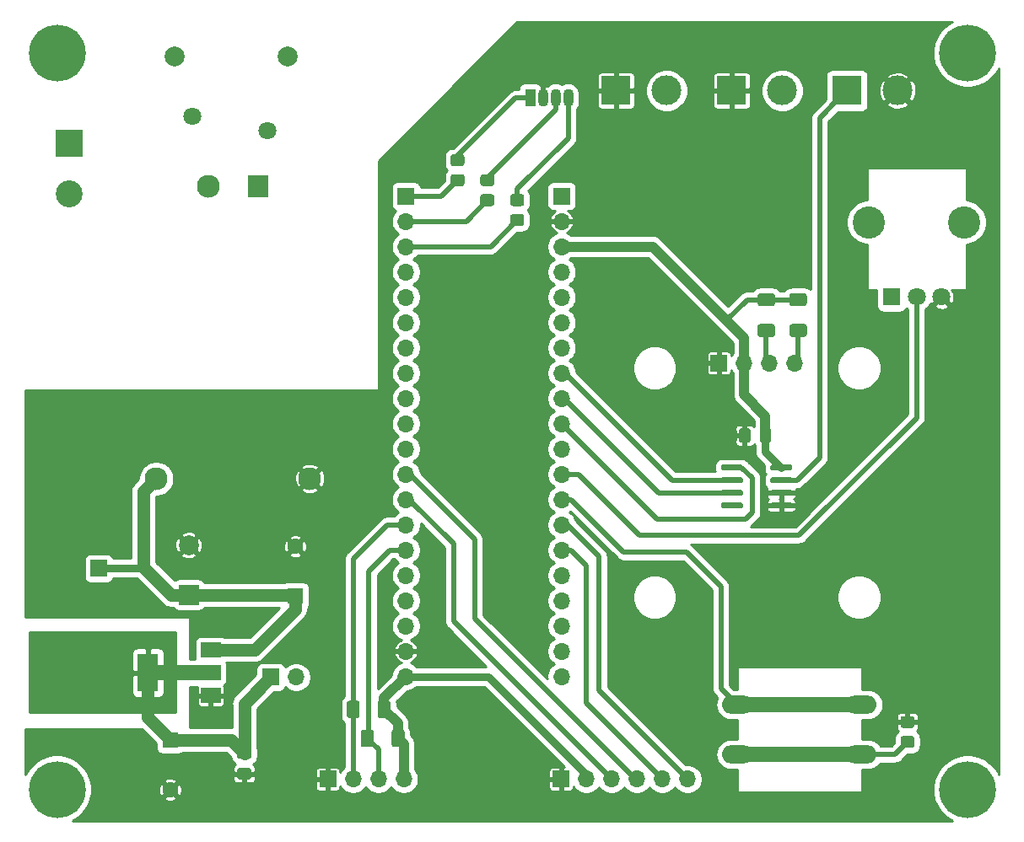
<source format=gbr>
G04 #@! TF.GenerationSoftware,KiCad,Pcbnew,(5.1.7)-1*
G04 #@! TF.CreationDate,2021-01-09T20:06:41-03:00*
G04 #@! TF.ProjectId,PCB_CONTROLADORA_SOLDAGEM,5043425f-434f-44e5-9452-4f4c41444f52,rev?*
G04 #@! TF.SameCoordinates,Original*
G04 #@! TF.FileFunction,Copper,L1,Top*
G04 #@! TF.FilePolarity,Positive*
%FSLAX46Y46*%
G04 Gerber Fmt 4.6, Leading zero omitted, Abs format (unit mm)*
G04 Created by KiCad (PCBNEW (5.1.7)-1) date 2021-01-09 20:06:41*
%MOMM*%
%LPD*%
G01*
G04 APERTURE LIST*
G04 #@! TA.AperFunction,ComponentPad*
%ADD10R,2.700000X2.700000*%
G04 #@! TD*
G04 #@! TA.AperFunction,ComponentPad*
%ADD11C,2.700000*%
G04 #@! TD*
G04 #@! TA.AperFunction,ComponentPad*
%ADD12R,3.000000X3.000000*%
G04 #@! TD*
G04 #@! TA.AperFunction,ComponentPad*
%ADD13C,3.000000*%
G04 #@! TD*
G04 #@! TA.AperFunction,ComponentPad*
%ADD14O,1.700000X1.700000*%
G04 #@! TD*
G04 #@! TA.AperFunction,ComponentPad*
%ADD15R,1.700000X1.700000*%
G04 #@! TD*
G04 #@! TA.AperFunction,ComponentPad*
%ADD16O,3.048000X1.850000*%
G04 #@! TD*
G04 #@! TA.AperFunction,ComponentPad*
%ADD17R,1.600000X1.600000*%
G04 #@! TD*
G04 #@! TA.AperFunction,ComponentPad*
%ADD18C,1.600000*%
G04 #@! TD*
G04 #@! TA.AperFunction,ComponentPad*
%ADD19C,2.300000*%
G04 #@! TD*
G04 #@! TA.AperFunction,ComponentPad*
%ADD20R,2.000000X2.300000*%
G04 #@! TD*
G04 #@! TA.AperFunction,ComponentPad*
%ADD21C,1.800000*%
G04 #@! TD*
G04 #@! TA.AperFunction,SMDPad,CuDef*
%ADD22R,2.000000X3.800000*%
G04 #@! TD*
G04 #@! TA.AperFunction,SMDPad,CuDef*
%ADD23R,2.000000X1.500000*%
G04 #@! TD*
G04 #@! TA.AperFunction,ComponentPad*
%ADD24C,2.000000*%
G04 #@! TD*
G04 #@! TA.AperFunction,ComponentPad*
%ADD25R,2.000000X2.000000*%
G04 #@! TD*
G04 #@! TA.AperFunction,ComponentPad*
%ADD26R,1.070000X1.800000*%
G04 #@! TD*
G04 #@! TA.AperFunction,ComponentPad*
%ADD27O,1.070000X1.800000*%
G04 #@! TD*
G04 #@! TA.AperFunction,ComponentPad*
%ADD28R,1.800000X1.800000*%
G04 #@! TD*
G04 #@! TA.AperFunction,ComponentPad*
%ADD29C,3.240000*%
G04 #@! TD*
G04 #@! TA.AperFunction,ComponentPad*
%ADD30C,5.700000*%
G04 #@! TD*
G04 #@! TA.AperFunction,ViaPad*
%ADD31C,1.016000*%
G04 #@! TD*
G04 #@! TA.AperFunction,Conductor*
%ADD32C,0.508000*%
G04 #@! TD*
G04 #@! TA.AperFunction,Conductor*
%ADD33C,0.400000*%
G04 #@! TD*
G04 #@! TA.AperFunction,Conductor*
%ADD34C,0.250000*%
G04 #@! TD*
G04 #@! TA.AperFunction,Conductor*
%ADD35C,1.524000*%
G04 #@! TD*
G04 #@! TA.AperFunction,Conductor*
%ADD36C,0.800000*%
G04 #@! TD*
G04 #@! TA.AperFunction,Conductor*
%ADD37C,1.000000*%
G04 #@! TD*
G04 #@! TA.AperFunction,Conductor*
%ADD38C,0.762000*%
G04 #@! TD*
G04 #@! TA.AperFunction,Conductor*
%ADD39C,1.270000*%
G04 #@! TD*
G04 #@! TA.AperFunction,Conductor*
%ADD40C,0.254000*%
G04 #@! TD*
G04 #@! TA.AperFunction,Conductor*
%ADD41C,0.100000*%
G04 #@! TD*
G04 APERTURE END LIST*
D10*
X107140000Y-75840000D03*
D11*
X107140000Y-80920000D03*
D12*
X185240000Y-70570000D03*
D13*
X190320000Y-70570000D03*
X167140000Y-70570000D03*
D12*
X162060000Y-70570000D03*
D14*
X140960000Y-129425001D03*
X140960000Y-126885001D03*
X140960000Y-124345001D03*
X140960000Y-121805001D03*
X140960000Y-119265001D03*
X140960000Y-116725001D03*
X140960000Y-114185001D03*
X140960000Y-111645001D03*
X140960000Y-109105001D03*
X140960000Y-106565001D03*
X140960000Y-104025001D03*
X140960000Y-101485001D03*
X140960000Y-98945001D03*
X140960000Y-96405001D03*
X140960000Y-93865001D03*
X140960000Y-91325001D03*
X140960000Y-88785001D03*
X140960000Y-86245001D03*
X140960000Y-83705001D03*
D15*
X140960000Y-81165001D03*
X156605001Y-81165001D03*
D14*
X156605001Y-83705001D03*
X156605001Y-86245001D03*
X156605001Y-88785001D03*
X156605001Y-91325001D03*
X156605001Y-93865001D03*
X156605001Y-96405001D03*
X156605001Y-98945001D03*
X156605001Y-101485001D03*
X156605001Y-104025001D03*
X156605001Y-106565001D03*
X156605001Y-109105001D03*
X156605001Y-111645001D03*
X156605001Y-114185001D03*
X156605001Y-116725001D03*
X156605001Y-119265001D03*
X156605001Y-121805001D03*
X156605001Y-124345001D03*
X156605001Y-126885001D03*
X156605001Y-129425001D03*
G04 #@! TA.AperFunction,SMDPad,CuDef*
G36*
G01*
X190859999Y-133400000D02*
X191760001Y-133400000D01*
G75*
G02*
X192010000Y-133649999I0J-249999D01*
G01*
X192010000Y-134350001D01*
G75*
G02*
X191760001Y-134600000I-249999J0D01*
G01*
X190859999Y-134600000D01*
G75*
G02*
X190610000Y-134350001I0J249999D01*
G01*
X190610000Y-133649999D01*
G75*
G02*
X190859999Y-133400000I249999J0D01*
G01*
G37*
G04 #@! TD.AperFunction*
G04 #@! TA.AperFunction,SMDPad,CuDef*
G36*
G01*
X190859999Y-135400000D02*
X191760001Y-135400000D01*
G75*
G02*
X192010000Y-135649999I0J-249999D01*
G01*
X192010000Y-136350001D01*
G75*
G02*
X191760001Y-136600000I-249999J0D01*
G01*
X190859999Y-136600000D01*
G75*
G02*
X190610000Y-136350001I0J249999D01*
G01*
X190610000Y-135649999D01*
G75*
G02*
X190859999Y-135400000I249999J0D01*
G01*
G37*
G04 #@! TD.AperFunction*
D16*
X186710000Y-132250000D03*
X186710000Y-137250000D03*
X174210000Y-132250000D03*
X174210000Y-137250000D03*
G04 #@! TA.AperFunction,SMDPad,CuDef*
G36*
G01*
X179750000Y-112100000D02*
X179750000Y-112400000D01*
G75*
G02*
X179600000Y-112550000I-150000J0D01*
G01*
X177700000Y-112550000D01*
G75*
G02*
X177550000Y-112400000I0J150000D01*
G01*
X177550000Y-112100000D01*
G75*
G02*
X177700000Y-111950000I150000J0D01*
G01*
X179600000Y-111950000D01*
G75*
G02*
X179750000Y-112100000I0J-150000D01*
G01*
G37*
G04 #@! TD.AperFunction*
G04 #@! TA.AperFunction,SMDPad,CuDef*
G36*
G01*
X179750000Y-110830000D02*
X179750000Y-111130000D01*
G75*
G02*
X179600000Y-111280000I-150000J0D01*
G01*
X177700000Y-111280000D01*
G75*
G02*
X177550000Y-111130000I0J150000D01*
G01*
X177550000Y-110830000D01*
G75*
G02*
X177700000Y-110680000I150000J0D01*
G01*
X179600000Y-110680000D01*
G75*
G02*
X179750000Y-110830000I0J-150000D01*
G01*
G37*
G04 #@! TD.AperFunction*
G04 #@! TA.AperFunction,SMDPad,CuDef*
G36*
G01*
X179750000Y-109560000D02*
X179750000Y-109860000D01*
G75*
G02*
X179600000Y-110010000I-150000J0D01*
G01*
X177700000Y-110010000D01*
G75*
G02*
X177550000Y-109860000I0J150000D01*
G01*
X177550000Y-109560000D01*
G75*
G02*
X177700000Y-109410000I150000J0D01*
G01*
X179600000Y-109410000D01*
G75*
G02*
X179750000Y-109560000I0J-150000D01*
G01*
G37*
G04 #@! TD.AperFunction*
G04 #@! TA.AperFunction,SMDPad,CuDef*
G36*
G01*
X179750000Y-108290000D02*
X179750000Y-108590000D01*
G75*
G02*
X179600000Y-108740000I-150000J0D01*
G01*
X177700000Y-108740000D01*
G75*
G02*
X177550000Y-108590000I0J150000D01*
G01*
X177550000Y-108290000D01*
G75*
G02*
X177700000Y-108140000I150000J0D01*
G01*
X179600000Y-108140000D01*
G75*
G02*
X179750000Y-108290000I0J-150000D01*
G01*
G37*
G04 #@! TD.AperFunction*
G04 #@! TA.AperFunction,SMDPad,CuDef*
G36*
G01*
X174800000Y-108290000D02*
X174800000Y-108590000D01*
G75*
G02*
X174650000Y-108740000I-150000J0D01*
G01*
X172750000Y-108740000D01*
G75*
G02*
X172600000Y-108590000I0J150000D01*
G01*
X172600000Y-108290000D01*
G75*
G02*
X172750000Y-108140000I150000J0D01*
G01*
X174650000Y-108140000D01*
G75*
G02*
X174800000Y-108290000I0J-150000D01*
G01*
G37*
G04 #@! TD.AperFunction*
G04 #@! TA.AperFunction,SMDPad,CuDef*
G36*
G01*
X174800000Y-109560000D02*
X174800000Y-109860000D01*
G75*
G02*
X174650000Y-110010000I-150000J0D01*
G01*
X172750000Y-110010000D01*
G75*
G02*
X172600000Y-109860000I0J150000D01*
G01*
X172600000Y-109560000D01*
G75*
G02*
X172750000Y-109410000I150000J0D01*
G01*
X174650000Y-109410000D01*
G75*
G02*
X174800000Y-109560000I0J-150000D01*
G01*
G37*
G04 #@! TD.AperFunction*
G04 #@! TA.AperFunction,SMDPad,CuDef*
G36*
G01*
X174800000Y-110830000D02*
X174800000Y-111130000D01*
G75*
G02*
X174650000Y-111280000I-150000J0D01*
G01*
X172750000Y-111280000D01*
G75*
G02*
X172600000Y-111130000I0J150000D01*
G01*
X172600000Y-110830000D01*
G75*
G02*
X172750000Y-110680000I150000J0D01*
G01*
X174650000Y-110680000D01*
G75*
G02*
X174800000Y-110830000I0J-150000D01*
G01*
G37*
G04 #@! TD.AperFunction*
G04 #@! TA.AperFunction,SMDPad,CuDef*
G36*
G01*
X174800000Y-112100000D02*
X174800000Y-112400000D01*
G75*
G02*
X174650000Y-112550000I-150000J0D01*
G01*
X172750000Y-112550000D01*
G75*
G02*
X172600000Y-112400000I0J150000D01*
G01*
X172600000Y-112100000D01*
G75*
G02*
X172750000Y-111950000I150000J0D01*
G01*
X174650000Y-111950000D01*
G75*
G02*
X174800000Y-112100000I0J-150000D01*
G01*
G37*
G04 #@! TD.AperFunction*
D15*
X172370000Y-97950000D03*
D14*
X174910000Y-97950000D03*
X177450000Y-97950000D03*
X179990000Y-97950000D03*
D15*
X133130000Y-139740000D03*
D14*
X135670000Y-139740000D03*
X138210000Y-139740000D03*
X140750000Y-139740000D03*
D12*
X173660000Y-70570000D03*
D13*
X178740000Y-70570000D03*
G04 #@! TA.AperFunction,SMDPad,CuDef*
G36*
G01*
X174392500Y-105695000D02*
X174392500Y-104745000D01*
G75*
G02*
X174642500Y-104495000I250000J0D01*
G01*
X175317500Y-104495000D01*
G75*
G02*
X175567500Y-104745000I0J-250000D01*
G01*
X175567500Y-105695000D01*
G75*
G02*
X175317500Y-105945000I-250000J0D01*
G01*
X174642500Y-105945000D01*
G75*
G02*
X174392500Y-105695000I0J250000D01*
G01*
G37*
G04 #@! TD.AperFunction*
G04 #@! TA.AperFunction,SMDPad,CuDef*
G36*
G01*
X176467500Y-105695000D02*
X176467500Y-104745000D01*
G75*
G02*
X176717500Y-104495000I250000J0D01*
G01*
X177392500Y-104495000D01*
G75*
G02*
X177642500Y-104745000I0J-250000D01*
G01*
X177642500Y-105695000D01*
G75*
G02*
X177392500Y-105945000I-250000J0D01*
G01*
X176717500Y-105945000D01*
G75*
G02*
X176467500Y-105695000I0J250000D01*
G01*
G37*
G04 #@! TD.AperFunction*
G04 #@! TA.AperFunction,SMDPad,CuDef*
G36*
G01*
X139530000Y-136265001D02*
X139530000Y-135014999D01*
G75*
G02*
X139779999Y-134765000I249999J0D01*
G01*
X140580001Y-134765000D01*
G75*
G02*
X140830000Y-135014999I0J-249999D01*
G01*
X140830000Y-136265001D01*
G75*
G02*
X140580001Y-136515000I-249999J0D01*
G01*
X139779999Y-136515000D01*
G75*
G02*
X139530000Y-136265001I0J249999D01*
G01*
G37*
G04 #@! TD.AperFunction*
G04 #@! TA.AperFunction,SMDPad,CuDef*
G36*
G01*
X136430000Y-136265001D02*
X136430000Y-135014999D01*
G75*
G02*
X136679999Y-134765000I249999J0D01*
G01*
X137480001Y-134765000D01*
G75*
G02*
X137730000Y-135014999I0J-249999D01*
G01*
X137730000Y-136265001D01*
G75*
G02*
X137480001Y-136515000I-249999J0D01*
G01*
X136679999Y-136515000D01*
G75*
G02*
X136430000Y-136265001I0J249999D01*
G01*
G37*
G04 #@! TD.AperFunction*
G04 #@! TA.AperFunction,SMDPad,CuDef*
G36*
G01*
X139430000Y-132114999D02*
X139430000Y-133365001D01*
G75*
G02*
X139180001Y-133615000I-249999J0D01*
G01*
X138379999Y-133615000D01*
G75*
G02*
X138130000Y-133365001I0J249999D01*
G01*
X138130000Y-132114999D01*
G75*
G02*
X138379999Y-131865000I249999J0D01*
G01*
X139180001Y-131865000D01*
G75*
G02*
X139430000Y-132114999I0J-249999D01*
G01*
G37*
G04 #@! TD.AperFunction*
G04 #@! TA.AperFunction,SMDPad,CuDef*
G36*
G01*
X136330000Y-132114999D02*
X136330000Y-133365001D01*
G75*
G02*
X136080001Y-133615000I-249999J0D01*
G01*
X135279999Y-133615000D01*
G75*
G02*
X135030000Y-133365001I0J249999D01*
G01*
X135030000Y-132114999D01*
G75*
G02*
X135279999Y-131865000I249999J0D01*
G01*
X136080001Y-131865000D01*
G75*
G02*
X136330000Y-132114999I0J-249999D01*
G01*
G37*
G04 #@! TD.AperFunction*
D17*
X129840000Y-121340000D03*
D18*
X129840000Y-116340000D03*
D17*
X117320000Y-135790000D03*
D18*
X117320000Y-140790000D03*
G04 #@! TA.AperFunction,SMDPad,CuDef*
G36*
G01*
X124265000Y-136532500D02*
X125215000Y-136532500D01*
G75*
G02*
X125465000Y-136782500I0J-250000D01*
G01*
X125465000Y-137457500D01*
G75*
G02*
X125215000Y-137707500I-250000J0D01*
G01*
X124265000Y-137707500D01*
G75*
G02*
X124015000Y-137457500I0J250000D01*
G01*
X124015000Y-136782500D01*
G75*
G02*
X124265000Y-136532500I250000J0D01*
G01*
G37*
G04 #@! TD.AperFunction*
G04 #@! TA.AperFunction,SMDPad,CuDef*
G36*
G01*
X124265000Y-138607500D02*
X125215000Y-138607500D01*
G75*
G02*
X125465000Y-138857500I0J-250000D01*
G01*
X125465000Y-139532500D01*
G75*
G02*
X125215000Y-139782500I-250000J0D01*
G01*
X124265000Y-139782500D01*
G75*
G02*
X124015000Y-139532500I0J250000D01*
G01*
X124015000Y-138857500D01*
G75*
G02*
X124265000Y-138607500I250000J0D01*
G01*
G37*
G04 #@! TD.AperFunction*
D15*
X127400000Y-129490000D03*
D14*
X129940000Y-129490000D03*
D19*
X131310000Y-109550000D03*
D20*
X126110000Y-80150000D03*
D19*
X121110000Y-80150000D03*
X115910000Y-109550000D03*
D21*
X127070000Y-74560000D03*
X119570000Y-73160000D03*
D22*
X115080000Y-129050000D03*
D23*
X121380000Y-129050000D03*
X121380000Y-126750000D03*
X121380000Y-131350000D03*
D24*
X129120000Y-67150000D03*
X117720000Y-67150000D03*
X119160000Y-116220000D03*
D25*
X119160000Y-121220000D03*
D26*
X153440000Y-71320000D03*
D27*
X154710000Y-71320000D03*
X155980000Y-71320000D03*
X157250000Y-71320000D03*
G04 #@! TA.AperFunction,SMDPad,CuDef*
G36*
G01*
X145689999Y-76970000D02*
X146590001Y-76970000D01*
G75*
G02*
X146840000Y-77219999I0J-249999D01*
G01*
X146840000Y-77920001D01*
G75*
G02*
X146590001Y-78170000I-249999J0D01*
G01*
X145689999Y-78170000D01*
G75*
G02*
X145440000Y-77920001I0J249999D01*
G01*
X145440000Y-77219999D01*
G75*
G02*
X145689999Y-76970000I249999J0D01*
G01*
G37*
G04 #@! TD.AperFunction*
G04 #@! TA.AperFunction,SMDPad,CuDef*
G36*
G01*
X145689999Y-78970000D02*
X146590001Y-78970000D01*
G75*
G02*
X146840000Y-79219999I0J-249999D01*
G01*
X146840000Y-79920001D01*
G75*
G02*
X146590001Y-80170000I-249999J0D01*
G01*
X145689999Y-80170000D01*
G75*
G02*
X145440000Y-79920001I0J249999D01*
G01*
X145440000Y-79219999D01*
G75*
G02*
X145689999Y-78970000I249999J0D01*
G01*
G37*
G04 #@! TD.AperFunction*
G04 #@! TA.AperFunction,SMDPad,CuDef*
G36*
G01*
X149590001Y-80170000D02*
X148689999Y-80170000D01*
G75*
G02*
X148440000Y-79920001I0J249999D01*
G01*
X148440000Y-79219999D01*
G75*
G02*
X148689999Y-78970000I249999J0D01*
G01*
X149590001Y-78970000D01*
G75*
G02*
X149840000Y-79219999I0J-249999D01*
G01*
X149840000Y-79920001D01*
G75*
G02*
X149590001Y-80170000I-249999J0D01*
G01*
G37*
G04 #@! TD.AperFunction*
G04 #@! TA.AperFunction,SMDPad,CuDef*
G36*
G01*
X149590001Y-82170000D02*
X148689999Y-82170000D01*
G75*
G02*
X148440000Y-81920001I0J249999D01*
G01*
X148440000Y-81219999D01*
G75*
G02*
X148689999Y-80970000I249999J0D01*
G01*
X149590001Y-80970000D01*
G75*
G02*
X149840000Y-81219999I0J-249999D01*
G01*
X149840000Y-81920001D01*
G75*
G02*
X149590001Y-82170000I-249999J0D01*
G01*
G37*
G04 #@! TD.AperFunction*
G04 #@! TA.AperFunction,SMDPad,CuDef*
G36*
G01*
X152590001Y-84170000D02*
X151689999Y-84170000D01*
G75*
G02*
X151440000Y-83920001I0J249999D01*
G01*
X151440000Y-83219999D01*
G75*
G02*
X151689999Y-82970000I249999J0D01*
G01*
X152590001Y-82970000D01*
G75*
G02*
X152840000Y-83219999I0J-249999D01*
G01*
X152840000Y-83920001D01*
G75*
G02*
X152590001Y-84170000I-249999J0D01*
G01*
G37*
G04 #@! TD.AperFunction*
G04 #@! TA.AperFunction,SMDPad,CuDef*
G36*
G01*
X152590001Y-82170000D02*
X151689999Y-82170000D01*
G75*
G02*
X151440000Y-81920001I0J249999D01*
G01*
X151440000Y-81219999D01*
G75*
G02*
X151689999Y-80970000I249999J0D01*
G01*
X152590001Y-80970000D01*
G75*
G02*
X152840000Y-81219999I0J-249999D01*
G01*
X152840000Y-81920001D01*
G75*
G02*
X152590001Y-82170000I-249999J0D01*
G01*
G37*
G04 #@! TD.AperFunction*
G04 #@! TA.AperFunction,SMDPad,CuDef*
G36*
G01*
X176514999Y-94020000D02*
X177765001Y-94020000D01*
G75*
G02*
X178015000Y-94269999I0J-249999D01*
G01*
X178015000Y-95070001D01*
G75*
G02*
X177765001Y-95320000I-249999J0D01*
G01*
X176514999Y-95320000D01*
G75*
G02*
X176265000Y-95070001I0J249999D01*
G01*
X176265000Y-94269999D01*
G75*
G02*
X176514999Y-94020000I249999J0D01*
G01*
G37*
G04 #@! TD.AperFunction*
G04 #@! TA.AperFunction,SMDPad,CuDef*
G36*
G01*
X176514999Y-90920000D02*
X177765001Y-90920000D01*
G75*
G02*
X178015000Y-91169999I0J-249999D01*
G01*
X178015000Y-91970001D01*
G75*
G02*
X177765001Y-92220000I-249999J0D01*
G01*
X176514999Y-92220000D01*
G75*
G02*
X176265000Y-91970001I0J249999D01*
G01*
X176265000Y-91169999D01*
G75*
G02*
X176514999Y-90920000I249999J0D01*
G01*
G37*
G04 #@! TD.AperFunction*
G04 #@! TA.AperFunction,SMDPad,CuDef*
G36*
G01*
X179714999Y-90920000D02*
X180965001Y-90920000D01*
G75*
G02*
X181215000Y-91169999I0J-249999D01*
G01*
X181215000Y-91970001D01*
G75*
G02*
X180965001Y-92220000I-249999J0D01*
G01*
X179714999Y-92220000D01*
G75*
G02*
X179465000Y-91970001I0J249999D01*
G01*
X179465000Y-91169999D01*
G75*
G02*
X179714999Y-90920000I249999J0D01*
G01*
G37*
G04 #@! TD.AperFunction*
G04 #@! TA.AperFunction,SMDPad,CuDef*
G36*
G01*
X179714999Y-94020000D02*
X180965001Y-94020000D01*
G75*
G02*
X181215000Y-94269999I0J-249999D01*
G01*
X181215000Y-95070001D01*
G75*
G02*
X180965001Y-95320000I-249999J0D01*
G01*
X179714999Y-95320000D01*
G75*
G02*
X179465000Y-95070001I0J249999D01*
G01*
X179465000Y-94269999D01*
G75*
G02*
X179714999Y-94020000I249999J0D01*
G01*
G37*
G04 #@! TD.AperFunction*
D28*
X189730000Y-91300000D03*
D21*
X192230000Y-91300000D03*
X194730000Y-91300000D03*
D29*
X197030000Y-83800000D03*
X187430000Y-83800000D03*
D15*
X156530000Y-139740000D03*
D14*
X159070000Y-139740000D03*
X161610000Y-139740000D03*
X164150000Y-139740000D03*
X166690000Y-139740000D03*
X169230000Y-139740000D03*
D15*
X110140000Y-118570000D03*
D30*
X197340000Y-66770000D03*
X105940000Y-140770000D03*
X197340000Y-140770000D03*
X105940000Y-66770000D03*
D31*
X125140000Y-113570000D03*
X128140000Y-113570000D03*
X131140000Y-113570000D03*
X134140000Y-113570000D03*
X137140000Y-113570000D03*
X125140000Y-116570000D03*
X122140000Y-113570000D03*
X119140000Y-113570000D03*
X134140000Y-116570000D03*
X134140000Y-119570000D03*
X134140000Y-122570000D03*
X134140000Y-125570000D03*
X131140000Y-125570000D03*
X122140000Y-133570000D03*
X120280000Y-133570000D03*
X131140000Y-132570000D03*
X131140000Y-135570000D03*
X134140000Y-135570000D03*
X128140000Y-135570000D03*
X128140000Y-132570000D03*
X128140000Y-138570000D03*
X128140000Y-141570000D03*
X125140000Y-143270000D03*
X122140000Y-141570000D03*
X119140000Y-141570000D03*
X115140000Y-141570000D03*
X112140000Y-141570000D03*
X112140000Y-138570000D03*
X112140000Y-136570000D03*
X119140000Y-138570000D03*
X122140000Y-138570000D03*
X108140000Y-113570000D03*
X111140000Y-113570000D03*
X111140000Y-115570000D03*
X108140000Y-115570000D03*
X108140000Y-121570000D03*
X105140000Y-119570000D03*
X105140000Y-121570000D03*
X105140000Y-116570000D03*
X105140000Y-113570000D03*
X111140000Y-110570000D03*
X111140000Y-104570000D03*
X105140000Y-110570000D03*
X108140000Y-107570000D03*
X108140000Y-110570000D03*
X111140000Y-107570000D03*
X108140000Y-104570000D03*
X105140000Y-107570000D03*
X105140000Y-104570000D03*
X137140000Y-110570000D03*
X137140000Y-107570000D03*
X134140000Y-107570000D03*
X128140000Y-107570000D03*
X125140000Y-107570000D03*
X125140000Y-110570000D03*
X122140000Y-110570000D03*
X122140000Y-107570000D03*
X117140000Y-104570000D03*
X114140000Y-104570000D03*
X139140000Y-126570000D03*
X143780000Y-127240000D03*
X144140000Y-135570000D03*
X150140000Y-135570000D03*
X147140000Y-135570000D03*
X147140000Y-138570000D03*
X144140000Y-138570000D03*
X150140000Y-138570000D03*
X153140000Y-138570000D03*
X191140000Y-131570000D03*
X191140000Y-128570000D03*
X194140000Y-128570000D03*
X194140000Y-131570000D03*
X194140000Y-134570000D03*
X191140000Y-138570000D03*
X191140000Y-141570000D03*
X188140000Y-141570000D03*
X182540000Y-110370000D03*
X181140000Y-111970000D03*
X178740000Y-113870000D03*
X189140000Y-102770000D03*
X184140000Y-108770000D03*
X184740000Y-106570000D03*
X187140000Y-106570000D03*
X187140000Y-104170000D03*
X183940000Y-102070000D03*
X184740000Y-104170000D03*
X172140000Y-101570000D03*
X172140000Y-103570000D03*
X172140000Y-105570000D03*
X169140000Y-107570000D03*
X169140000Y-105570000D03*
X169140000Y-103570000D03*
X169140000Y-101570000D03*
X166140000Y-103570000D03*
X166140000Y-105570000D03*
X169940000Y-99870000D03*
X195140000Y-94570000D03*
X198140000Y-94570000D03*
X198140000Y-97570000D03*
X195140000Y-97570000D03*
X199140000Y-90570000D03*
X199140000Y-87570000D03*
X195140000Y-100570000D03*
X198140000Y-100570000D03*
X198140000Y-103570000D03*
X195140000Y-103570000D03*
X194140000Y-72570000D03*
X198140000Y-72570000D03*
X198140000Y-75570000D03*
X194140000Y-75570000D03*
X190140000Y-75570000D03*
X186140000Y-75570000D03*
X185140000Y-78570000D03*
X185140000Y-81570000D03*
X172140000Y-75570000D03*
X170140000Y-75570000D03*
X170140000Y-78570000D03*
X172140000Y-78570000D03*
X175140000Y-75570000D03*
X164140000Y-75570000D03*
X161140000Y-75570000D03*
X159040000Y-77270000D03*
X161140000Y-78570000D03*
X164140000Y-78570000D03*
X164140000Y-81570000D03*
X161140000Y-81570000D03*
X170140000Y-94570000D03*
X168140000Y-92570000D03*
X166140000Y-90570000D03*
X165140000Y-92570000D03*
X167140000Y-94570000D03*
X159140000Y-97570000D03*
X179140000Y-78570000D03*
X179140000Y-84570000D03*
X173600000Y-90350000D03*
X175140000Y-84570000D03*
X172140000Y-84570000D03*
X172140000Y-87570000D03*
X175140000Y-87570000D03*
X179140000Y-87570000D03*
X179140000Y-81570000D03*
X175140000Y-81570000D03*
X150140000Y-141570000D03*
X147140000Y-141570000D03*
X144140000Y-141570000D03*
X195140000Y-111570000D03*
X194140000Y-120570000D03*
X198140000Y-111570000D03*
X198140000Y-120570000D03*
X198140000Y-128570000D03*
X153140000Y-93570000D03*
X150140000Y-93570000D03*
X150140000Y-96570000D03*
X153140000Y-96570000D03*
X147140000Y-96570000D03*
X147140000Y-93570000D03*
X147140000Y-90570000D03*
X150140000Y-90570000D03*
X153140000Y-105570000D03*
X153140000Y-102570000D03*
X153140000Y-99570000D03*
X144140000Y-75570000D03*
X157140000Y-66570000D03*
X154140000Y-66570000D03*
X151140000Y-66570000D03*
X150140000Y-102570000D03*
X150140000Y-99570000D03*
X146140000Y-73570000D03*
X148140000Y-71570000D03*
X150140000Y-105570000D03*
X157140000Y-64570000D03*
X161140000Y-83570000D03*
X164140000Y-83570000D03*
X147140000Y-102570000D03*
X147140000Y-105570000D03*
X147140000Y-99570000D03*
X150140000Y-108570000D03*
X147140000Y-108570000D03*
X154140000Y-64570000D03*
X149890000Y-69270000D03*
X159440000Y-64920000D03*
X141940000Y-76470000D03*
X171290000Y-65070000D03*
X173610000Y-67590000D03*
X182650000Y-64970000D03*
X191030000Y-67830000D03*
X192950000Y-64990000D03*
X162110000Y-67460000D03*
X195140000Y-107570000D03*
X198140000Y-107570000D03*
X198140000Y-115570000D03*
X195140000Y-115570000D03*
X191140000Y-115570000D03*
X187140000Y-115570000D03*
X183140000Y-115570000D03*
X191140000Y-111570000D03*
X187140000Y-111570000D03*
X191140000Y-108570000D03*
X165140000Y-129570000D03*
X169940000Y-120570000D03*
X169465000Y-125195000D03*
X175140000Y-117570000D03*
X175140000Y-120570000D03*
X183140000Y-120570000D03*
X198140000Y-124570000D03*
X194140000Y-124570000D03*
X153100000Y-108570000D03*
X150140000Y-111570000D03*
X153100000Y-111570000D03*
X150140000Y-114570000D03*
X153100000Y-114570000D03*
X150140000Y-117570000D03*
X153100000Y-117570000D03*
X150140000Y-120570000D03*
X153100000Y-120570000D03*
X153100000Y-124000000D03*
X104540000Y-126170000D03*
X104540000Y-128070000D03*
X104540000Y-129970000D03*
X104540000Y-131870000D03*
X106640000Y-131870000D03*
X106640000Y-126170000D03*
X106640000Y-129970000D03*
X106640000Y-128070000D03*
X108640000Y-131870000D03*
X110740000Y-126170000D03*
X108640000Y-126170000D03*
X108640000Y-129970000D03*
X110740000Y-129970000D03*
X108640000Y-128070000D03*
X110740000Y-131870000D03*
X110740000Y-128070000D03*
X112840000Y-131870000D03*
X112840000Y-128070000D03*
X112840000Y-129970000D03*
X112840000Y-126170000D03*
D32*
X144544999Y-81165001D02*
X146140000Y-79570000D01*
X140960000Y-81165001D02*
X144544999Y-81165001D01*
X147004999Y-83705001D02*
X149140000Y-81570000D01*
X140960000Y-83705001D02*
X147004999Y-83705001D01*
X158295001Y-109105001D02*
X156605001Y-109105001D01*
X192240000Y-103430000D02*
X180430000Y-115240000D01*
X180430000Y-115240000D02*
X164430000Y-115240000D01*
X164430000Y-115240000D02*
X158295001Y-109105001D01*
X192240000Y-91310000D02*
X192230000Y-91300000D01*
X192240000Y-103430000D02*
X192240000Y-91310000D01*
D33*
X178650000Y-110980000D02*
X178650000Y-112250000D01*
D34*
X173790000Y-105220000D02*
X172140000Y-103570000D01*
X174980000Y-105220000D02*
X173790000Y-105220000D01*
D35*
X186710000Y-137250000D02*
X174210000Y-137250000D01*
D33*
X186710000Y-137950000D02*
X186710000Y-137250000D01*
D32*
X190060000Y-137250000D02*
X191310000Y-136000000D01*
X186710000Y-137250000D02*
X190060000Y-137250000D01*
X180340000Y-94670000D02*
X180340000Y-97600000D01*
X180340000Y-97600000D02*
X179990000Y-97950000D01*
X177140000Y-97640000D02*
X177450000Y-97950000D01*
X177140000Y-94670000D02*
X177140000Y-97640000D01*
D33*
X156935001Y-98945001D02*
X156605001Y-98945001D01*
D32*
X167700000Y-109710000D02*
X156935001Y-98945001D01*
X173700000Y-109710000D02*
X167700000Y-109710000D01*
X166370000Y-110980000D02*
X156875001Y-101485001D01*
D33*
X156875001Y-101485001D02*
X156605001Y-101485001D01*
D32*
X173700000Y-110980000D02*
X166370000Y-110980000D01*
X166220000Y-113640000D02*
X156605001Y-104025001D01*
X175030000Y-113640000D02*
X166220000Y-113640000D01*
X175730000Y-112940000D02*
X175030000Y-113640000D01*
X175730000Y-109495000D02*
X175730000Y-112940000D01*
X174675000Y-108440000D02*
X175730000Y-109495000D01*
X173700000Y-108440000D02*
X174675000Y-108440000D01*
D36*
X177055000Y-106845000D02*
X178650000Y-108440000D01*
X177055000Y-105220000D02*
X177055000Y-106845000D01*
D37*
X177055000Y-103265000D02*
X174910000Y-101120000D01*
X174910000Y-101120000D02*
X174910000Y-97950000D01*
X177055000Y-105220000D02*
X177055000Y-103265000D01*
X174910000Y-95420000D02*
X174910000Y-97950000D01*
X156605001Y-86245001D02*
X165735001Y-86245001D01*
X138780000Y-131605001D02*
X140960000Y-129425001D01*
X138780000Y-132740000D02*
X138780000Y-131605001D01*
X140180000Y-134140000D02*
X138780000Y-132740000D01*
X140180000Y-135640000D02*
X140180000Y-134140000D01*
X140750000Y-136210000D02*
X140180000Y-135640000D01*
X140750000Y-139740000D02*
X140750000Y-136210000D01*
D32*
X175200000Y-91570000D02*
X173130000Y-93640000D01*
D37*
X173130000Y-93640000D02*
X174910000Y-95420000D01*
X165735001Y-86245001D02*
X173130000Y-93640000D01*
D38*
X159070000Y-139280000D02*
X149215001Y-129425001D01*
X149215001Y-129425001D02*
X140960000Y-129425001D01*
X159070000Y-139740000D02*
X159070000Y-139280000D01*
D32*
X175200000Y-91570000D02*
X177140000Y-91570000D01*
X177140000Y-91570000D02*
X180340000Y-91570000D01*
X138210000Y-136770000D02*
X137080000Y-135640000D01*
X138210000Y-139740000D02*
X138210000Y-136770000D01*
X139344999Y-116725001D02*
X140960000Y-116725001D01*
X137230000Y-118840000D02*
X139344999Y-116725001D01*
X137230000Y-135490000D02*
X137230000Y-118840000D01*
D33*
X137080000Y-135640000D02*
X137230000Y-135490000D01*
X135670000Y-132750000D02*
X135680000Y-132740000D01*
D32*
X135670000Y-139740000D02*
X135670000Y-132750000D01*
X139084999Y-114185001D02*
X140960000Y-114185001D01*
X135680000Y-117590000D02*
X139084999Y-114185001D01*
X135680000Y-132740000D02*
X135680000Y-117590000D01*
X141295001Y-111645001D02*
X140960000Y-111645001D01*
X145750000Y-116100000D02*
X141295001Y-111645001D01*
X145750000Y-123880000D02*
X145750000Y-116100000D01*
X161610000Y-139740000D02*
X145750000Y-123880000D01*
X147860000Y-115630000D02*
X141335001Y-109105001D01*
X141335001Y-109105001D02*
X140960000Y-109105001D01*
X147860000Y-123620000D02*
X147860000Y-115630000D01*
X163980000Y-139740000D02*
X147860000Y-123620000D01*
X164150000Y-139740000D02*
X163980000Y-139740000D01*
X149464999Y-86245001D02*
X152140000Y-83570000D01*
X140960000Y-86245001D02*
X149464999Y-86245001D01*
D35*
X186710000Y-132250000D02*
X174210000Y-132250000D01*
D33*
X174210000Y-132250000D02*
X173610000Y-132250000D01*
D32*
X172590000Y-130630000D02*
X174210000Y-132250000D01*
X172590000Y-120370000D02*
X172590000Y-130630000D01*
X169160000Y-116940000D02*
X172590000Y-120370000D01*
X157535001Y-111645001D02*
X162830000Y-116940000D01*
X162830000Y-116940000D02*
X169160000Y-116940000D01*
X156605001Y-111645001D02*
X157535001Y-111645001D01*
X157175001Y-114185001D02*
X156605001Y-114185001D01*
X160340000Y-117350000D02*
X157175001Y-114185001D01*
X160340000Y-130850000D02*
X160340000Y-117350000D01*
X169230000Y-139740000D02*
X160340000Y-130850000D01*
X157505001Y-116725001D02*
X156605001Y-116725001D01*
X159070000Y-118290000D02*
X157505001Y-116725001D01*
X159070000Y-132120000D02*
X159070000Y-118290000D01*
X166690000Y-139740000D02*
X159070000Y-132120000D01*
X183640000Y-72170000D02*
X185240000Y-70570000D01*
X182490000Y-73320000D02*
X185240000Y-70570000D01*
X182490000Y-107420000D02*
X182490000Y-73320000D01*
X180200000Y-109710000D02*
X182490000Y-107420000D01*
X178650000Y-109710000D02*
X180200000Y-109710000D01*
D39*
X117400000Y-121220000D02*
X119160000Y-121220000D01*
X114640000Y-118460000D02*
X117400000Y-121220000D01*
X114640000Y-110820000D02*
X114640000Y-118460000D01*
X115910000Y-109550000D02*
X114640000Y-110820000D01*
X129720000Y-121220000D02*
X129840000Y-121340000D01*
X119160000Y-121220000D02*
X129720000Y-121220000D01*
X125770000Y-126750000D02*
X121380000Y-126750000D01*
X129840000Y-122680000D02*
X125770000Y-126750000D01*
X129840000Y-121340000D02*
X129840000Y-122680000D01*
D32*
X114530000Y-118570000D02*
X114640000Y-118460000D01*
D38*
X110140000Y-118570000D02*
X114530000Y-118570000D01*
D32*
X151990000Y-71320000D02*
X153440000Y-71320000D01*
X146140000Y-77170000D02*
X151990000Y-71320000D01*
X146140000Y-77570000D02*
X146140000Y-77170000D01*
X155980000Y-72455000D02*
X155980000Y-71320000D01*
X149140000Y-79295000D02*
X155980000Y-72455000D01*
X149140000Y-79570000D02*
X149140000Y-79295000D01*
X157250000Y-75360000D02*
X157250000Y-71320000D01*
X152140000Y-80470000D02*
X157250000Y-75360000D01*
X152140000Y-81570000D02*
X152140000Y-80470000D01*
D35*
X121380000Y-129050000D02*
X115080000Y-129050000D01*
D39*
X115080000Y-133550000D02*
X117320000Y-135790000D01*
X115080000Y-129050000D02*
X115080000Y-133550000D01*
X123410000Y-135790000D02*
X124740000Y-137120000D01*
X117320000Y-135790000D02*
X123410000Y-135790000D01*
X124740000Y-132150000D02*
X127400000Y-129490000D01*
X124740000Y-137120000D02*
X124740000Y-132150000D01*
D40*
X117813000Y-133043000D02*
X103167000Y-133043000D01*
X103167000Y-130950000D01*
X113441928Y-130950000D01*
X113454188Y-131074482D01*
X113490498Y-131194180D01*
X113549463Y-131304494D01*
X113628815Y-131401185D01*
X113725506Y-131480537D01*
X113835820Y-131539502D01*
X113955518Y-131575812D01*
X114080000Y-131588072D01*
X114794250Y-131585000D01*
X114953000Y-131426250D01*
X114953000Y-129177000D01*
X115207000Y-129177000D01*
X115207000Y-131426250D01*
X115365750Y-131585000D01*
X116080000Y-131588072D01*
X116204482Y-131575812D01*
X116324180Y-131539502D01*
X116434494Y-131480537D01*
X116531185Y-131401185D01*
X116610537Y-131304494D01*
X116669502Y-131194180D01*
X116705812Y-131074482D01*
X116718072Y-130950000D01*
X116715000Y-129335750D01*
X116556250Y-129177000D01*
X115207000Y-129177000D01*
X114953000Y-129177000D01*
X113603750Y-129177000D01*
X113445000Y-129335750D01*
X113441928Y-130950000D01*
X103167000Y-130950000D01*
X103167000Y-127150000D01*
X113441928Y-127150000D01*
X113445000Y-128764250D01*
X113603750Y-128923000D01*
X114953000Y-128923000D01*
X114953000Y-126673750D01*
X115207000Y-126673750D01*
X115207000Y-128923000D01*
X116556250Y-128923000D01*
X116715000Y-128764250D01*
X116718072Y-127150000D01*
X116705812Y-127025518D01*
X116669502Y-126905820D01*
X116610537Y-126795506D01*
X116531185Y-126698815D01*
X116434494Y-126619463D01*
X116324180Y-126560498D01*
X116204482Y-126524188D01*
X116080000Y-126511928D01*
X115365750Y-126515000D01*
X115207000Y-126673750D01*
X114953000Y-126673750D01*
X114794250Y-126515000D01*
X114080000Y-126511928D01*
X113955518Y-126524188D01*
X113835820Y-126560498D01*
X113725506Y-126619463D01*
X113628815Y-126698815D01*
X113549463Y-126795506D01*
X113490498Y-126905820D01*
X113454188Y-127025518D01*
X113441928Y-127150000D01*
X103167000Y-127150000D01*
X103167000Y-124997000D01*
X117813000Y-124997000D01*
X117813000Y-133043000D01*
G04 #@! TA.AperFunction,Conductor*
D41*
G36*
X117813000Y-133043000D02*
G01*
X103167000Y-133043000D01*
X103167000Y-130950000D01*
X113441928Y-130950000D01*
X113454188Y-131074482D01*
X113490498Y-131194180D01*
X113549463Y-131304494D01*
X113628815Y-131401185D01*
X113725506Y-131480537D01*
X113835820Y-131539502D01*
X113955518Y-131575812D01*
X114080000Y-131588072D01*
X114794250Y-131585000D01*
X114953000Y-131426250D01*
X114953000Y-129177000D01*
X115207000Y-129177000D01*
X115207000Y-131426250D01*
X115365750Y-131585000D01*
X116080000Y-131588072D01*
X116204482Y-131575812D01*
X116324180Y-131539502D01*
X116434494Y-131480537D01*
X116531185Y-131401185D01*
X116610537Y-131304494D01*
X116669502Y-131194180D01*
X116705812Y-131074482D01*
X116718072Y-130950000D01*
X116715000Y-129335750D01*
X116556250Y-129177000D01*
X115207000Y-129177000D01*
X114953000Y-129177000D01*
X113603750Y-129177000D01*
X113445000Y-129335750D01*
X113441928Y-130950000D01*
X103167000Y-130950000D01*
X103167000Y-127150000D01*
X113441928Y-127150000D01*
X113445000Y-128764250D01*
X113603750Y-128923000D01*
X114953000Y-128923000D01*
X114953000Y-126673750D01*
X115207000Y-126673750D01*
X115207000Y-128923000D01*
X116556250Y-128923000D01*
X116715000Y-128764250D01*
X116718072Y-127150000D01*
X116705812Y-127025518D01*
X116669502Y-126905820D01*
X116610537Y-126795506D01*
X116531185Y-126698815D01*
X116434494Y-126619463D01*
X116324180Y-126560498D01*
X116204482Y-126524188D01*
X116080000Y-126511928D01*
X115365750Y-126515000D01*
X115207000Y-126673750D01*
X114953000Y-126673750D01*
X114794250Y-126515000D01*
X114080000Y-126511928D01*
X113955518Y-126524188D01*
X113835820Y-126560498D01*
X113725506Y-126619463D01*
X113628815Y-126698815D01*
X113549463Y-126795506D01*
X113490498Y-126905820D01*
X113454188Y-127025518D01*
X113441928Y-127150000D01*
X103167000Y-127150000D01*
X103167000Y-124997000D01*
X117813000Y-124997000D01*
X117813000Y-133043000D01*
G37*
G04 #@! TD.AperFunction*
D40*
X195689234Y-63681633D02*
X195118442Y-64063024D01*
X194633024Y-64548442D01*
X194251633Y-65119234D01*
X193988927Y-65753463D01*
X193855000Y-66426758D01*
X193855000Y-67113242D01*
X193988927Y-67786537D01*
X194251633Y-68420766D01*
X194633024Y-68991558D01*
X195118442Y-69476976D01*
X195689234Y-69858367D01*
X196323463Y-70121073D01*
X196996758Y-70255000D01*
X197683242Y-70255000D01*
X198356537Y-70121073D01*
X198990766Y-69858367D01*
X199561558Y-69476976D01*
X200046976Y-68991558D01*
X200428367Y-68420766D01*
X200480000Y-68296113D01*
X200480001Y-139243889D01*
X200428367Y-139119234D01*
X200046976Y-138548442D01*
X199561558Y-138063024D01*
X198990766Y-137681633D01*
X198356537Y-137418927D01*
X197683242Y-137285000D01*
X196996758Y-137285000D01*
X196323463Y-137418927D01*
X195689234Y-137681633D01*
X195118442Y-138063024D01*
X194633024Y-138548442D01*
X194251633Y-139119234D01*
X193988927Y-139753463D01*
X193855000Y-140426758D01*
X193855000Y-141113242D01*
X193988927Y-141786537D01*
X194251633Y-142420766D01*
X194633024Y-142991558D01*
X195118442Y-143476976D01*
X195689234Y-143858367D01*
X195813887Y-143910000D01*
X107466113Y-143910000D01*
X107590766Y-143858367D01*
X108161558Y-143476976D01*
X108646976Y-142991558D01*
X109028367Y-142420766D01*
X109291073Y-141786537D01*
X109318959Y-141646342D01*
X116643263Y-141646342D01*
X116729218Y-141819207D01*
X116941358Y-141914687D01*
X117168048Y-141966945D01*
X117400578Y-141973975D01*
X117630012Y-141935505D01*
X117847532Y-141853014D01*
X117910782Y-141819207D01*
X117996737Y-141646342D01*
X117320000Y-140969605D01*
X116643263Y-141646342D01*
X109318959Y-141646342D01*
X109425000Y-141113242D01*
X109425000Y-140870578D01*
X116136025Y-140870578D01*
X116174495Y-141100012D01*
X116256986Y-141317532D01*
X116290793Y-141380782D01*
X116463658Y-141466737D01*
X117140395Y-140790000D01*
X117499605Y-140790000D01*
X118176342Y-141466737D01*
X118349207Y-141380782D01*
X118444687Y-141168642D01*
X118496945Y-140941952D01*
X118503975Y-140709422D01*
X118483952Y-140590000D01*
X131897157Y-140590000D01*
X131904513Y-140664689D01*
X131926299Y-140736508D01*
X131961678Y-140802696D01*
X132009289Y-140860711D01*
X132067304Y-140908322D01*
X132133492Y-140943701D01*
X132205311Y-140965487D01*
X132280000Y-140972843D01*
X132907750Y-140971000D01*
X133003000Y-140875750D01*
X133003000Y-139867000D01*
X131994250Y-139867000D01*
X131899000Y-139962250D01*
X131897157Y-140590000D01*
X118483952Y-140590000D01*
X118465505Y-140479988D01*
X118383014Y-140262468D01*
X118349207Y-140199218D01*
X118176342Y-140113263D01*
X117499605Y-140790000D01*
X117140395Y-140790000D01*
X116463658Y-140113263D01*
X116290793Y-140199218D01*
X116195313Y-140411358D01*
X116143055Y-140638048D01*
X116136025Y-140870578D01*
X109425000Y-140870578D01*
X109425000Y-140426758D01*
X109326917Y-139933658D01*
X116643263Y-139933658D01*
X117320000Y-140610395D01*
X117996737Y-139933658D01*
X117921576Y-139782500D01*
X123632157Y-139782500D01*
X123639513Y-139857189D01*
X123661299Y-139929008D01*
X123696678Y-139995196D01*
X123744289Y-140053211D01*
X123802304Y-140100822D01*
X123868492Y-140136201D01*
X123940311Y-140157987D01*
X124015000Y-140165343D01*
X124517750Y-140163500D01*
X124613000Y-140068250D01*
X124613000Y-139322000D01*
X124867000Y-139322000D01*
X124867000Y-140068250D01*
X124962250Y-140163500D01*
X125465000Y-140165343D01*
X125539689Y-140157987D01*
X125611508Y-140136201D01*
X125677696Y-140100822D01*
X125735711Y-140053211D01*
X125783322Y-139995196D01*
X125818701Y-139929008D01*
X125840487Y-139857189D01*
X125847843Y-139782500D01*
X125846000Y-139417250D01*
X125750750Y-139322000D01*
X124867000Y-139322000D01*
X124613000Y-139322000D01*
X123729250Y-139322000D01*
X123634000Y-139417250D01*
X123632157Y-139782500D01*
X117921576Y-139782500D01*
X117910782Y-139760793D01*
X117698642Y-139665313D01*
X117471952Y-139613055D01*
X117239422Y-139606025D01*
X117009988Y-139644495D01*
X116792468Y-139726986D01*
X116729218Y-139760793D01*
X116643263Y-139933658D01*
X109326917Y-139933658D01*
X109291073Y-139753463D01*
X109028367Y-139119234D01*
X108646976Y-138548442D01*
X108161558Y-138063024D01*
X107590766Y-137681633D01*
X106956537Y-137418927D01*
X106283242Y-137285000D01*
X105596758Y-137285000D01*
X104923463Y-137418927D01*
X104289234Y-137681633D01*
X103718442Y-138063024D01*
X103233024Y-138548442D01*
X102851633Y-139119234D01*
X102800000Y-139243887D01*
X102800000Y-134697000D01*
X114430950Y-134697000D01*
X115881928Y-136147979D01*
X115881928Y-136590000D01*
X115894188Y-136714482D01*
X115930498Y-136834180D01*
X115989463Y-136944494D01*
X116068815Y-137041185D01*
X116165506Y-137120537D01*
X116275820Y-137179502D01*
X116395518Y-137215812D01*
X116520000Y-137228072D01*
X118120000Y-137228072D01*
X118244482Y-137215812D01*
X118364180Y-137179502D01*
X118474494Y-137120537D01*
X118548259Y-137060000D01*
X122883950Y-137060000D01*
X123387359Y-137563410D01*
X123393992Y-137630754D01*
X123444528Y-137797350D01*
X123526595Y-137950886D01*
X123637038Y-138085462D01*
X123771614Y-138195905D01*
X123875786Y-138251586D01*
X123868492Y-138253799D01*
X123802304Y-138289178D01*
X123744289Y-138336789D01*
X123696678Y-138394804D01*
X123661299Y-138460992D01*
X123639513Y-138532811D01*
X123632157Y-138607500D01*
X123634000Y-138972750D01*
X123729250Y-139068000D01*
X124613000Y-139068000D01*
X124613000Y-139048000D01*
X124867000Y-139048000D01*
X124867000Y-139068000D01*
X125750750Y-139068000D01*
X125846000Y-138972750D01*
X125846417Y-138890000D01*
X131897157Y-138890000D01*
X131899000Y-139517750D01*
X131994250Y-139613000D01*
X133003000Y-139613000D01*
X133003000Y-138604250D01*
X133257000Y-138604250D01*
X133257000Y-139613000D01*
X133277000Y-139613000D01*
X133277000Y-139867000D01*
X133257000Y-139867000D01*
X133257000Y-140875750D01*
X133352250Y-140971000D01*
X133980000Y-140972843D01*
X134054689Y-140965487D01*
X134126508Y-140943701D01*
X134192696Y-140908322D01*
X134250711Y-140860711D01*
X134298322Y-140802696D01*
X134333701Y-140736508D01*
X134355487Y-140664689D01*
X134362843Y-140590000D01*
X134362450Y-140456042D01*
X134516525Y-140686632D01*
X134723368Y-140893475D01*
X134966589Y-141055990D01*
X135236842Y-141167932D01*
X135523740Y-141225000D01*
X135816260Y-141225000D01*
X136103158Y-141167932D01*
X136373411Y-141055990D01*
X136616632Y-140893475D01*
X136823475Y-140686632D01*
X136940000Y-140512240D01*
X137056525Y-140686632D01*
X137263368Y-140893475D01*
X137506589Y-141055990D01*
X137776842Y-141167932D01*
X138063740Y-141225000D01*
X138356260Y-141225000D01*
X138643158Y-141167932D01*
X138913411Y-141055990D01*
X139156632Y-140893475D01*
X139363475Y-140686632D01*
X139480000Y-140512240D01*
X139596525Y-140686632D01*
X139803368Y-140893475D01*
X140046589Y-141055990D01*
X140316842Y-141167932D01*
X140603740Y-141225000D01*
X140896260Y-141225000D01*
X141183158Y-141167932D01*
X141453411Y-141055990D01*
X141696632Y-140893475D01*
X141903475Y-140686632D01*
X141968042Y-140590000D01*
X155297157Y-140590000D01*
X155304513Y-140664689D01*
X155326299Y-140736508D01*
X155361678Y-140802696D01*
X155409289Y-140860711D01*
X155467304Y-140908322D01*
X155533492Y-140943701D01*
X155605311Y-140965487D01*
X155680000Y-140972843D01*
X156307750Y-140971000D01*
X156403000Y-140875750D01*
X156403000Y-139867000D01*
X155394250Y-139867000D01*
X155299000Y-139962250D01*
X155297157Y-140590000D01*
X141968042Y-140590000D01*
X142065990Y-140443411D01*
X142177932Y-140173158D01*
X142235000Y-139886260D01*
X142235000Y-139593740D01*
X142177932Y-139306842D01*
X142065990Y-139036589D01*
X141968043Y-138890000D01*
X155297157Y-138890000D01*
X155299000Y-139517750D01*
X155394250Y-139613000D01*
X156403000Y-139613000D01*
X156403000Y-138604250D01*
X156307750Y-138509000D01*
X155680000Y-138507157D01*
X155605311Y-138514513D01*
X155533492Y-138536299D01*
X155467304Y-138571678D01*
X155409289Y-138619289D01*
X155361678Y-138677304D01*
X155326299Y-138743492D01*
X155304513Y-138815311D01*
X155297157Y-138890000D01*
X141968043Y-138890000D01*
X141903475Y-138793368D01*
X141885000Y-138774893D01*
X141885000Y-136265752D01*
X141890491Y-136210000D01*
X141868577Y-135987501D01*
X141803676Y-135773553D01*
X141759016Y-135690000D01*
X141698284Y-135576377D01*
X141556449Y-135403551D01*
X141513140Y-135368008D01*
X141468072Y-135322940D01*
X141468072Y-135014999D01*
X141451008Y-134841745D01*
X141400472Y-134675149D01*
X141318405Y-134521613D01*
X141315000Y-134517464D01*
X141315000Y-134195751D01*
X141320491Y-134140000D01*
X141298577Y-133917501D01*
X141233676Y-133703553D01*
X141203448Y-133647000D01*
X141128284Y-133506377D01*
X140986449Y-133333551D01*
X140943140Y-133298008D01*
X140068072Y-132422941D01*
X140068072Y-132114999D01*
X140051008Y-131941745D01*
X140050398Y-131939734D01*
X141080132Y-130910001D01*
X141106260Y-130910001D01*
X141393158Y-130852933D01*
X141663411Y-130740991D01*
X141906632Y-130578476D01*
X142044107Y-130441001D01*
X148794161Y-130441001D01*
X156861837Y-138508678D01*
X156752250Y-138509000D01*
X156657000Y-138604250D01*
X156657000Y-139613000D01*
X156677000Y-139613000D01*
X156677000Y-139867000D01*
X156657000Y-139867000D01*
X156657000Y-140875750D01*
X156752250Y-140971000D01*
X157380000Y-140972843D01*
X157454689Y-140965487D01*
X157526508Y-140943701D01*
X157592696Y-140908322D01*
X157650711Y-140860711D01*
X157698322Y-140802696D01*
X157733701Y-140736508D01*
X157755487Y-140664689D01*
X157762843Y-140590000D01*
X157762450Y-140456042D01*
X157916525Y-140686632D01*
X158123368Y-140893475D01*
X158366589Y-141055990D01*
X158636842Y-141167932D01*
X158923740Y-141225000D01*
X159216260Y-141225000D01*
X159503158Y-141167932D01*
X159773411Y-141055990D01*
X160016632Y-140893475D01*
X160223475Y-140686632D01*
X160340000Y-140512240D01*
X160456525Y-140686632D01*
X160663368Y-140893475D01*
X160906589Y-141055990D01*
X161176842Y-141167932D01*
X161463740Y-141225000D01*
X161756260Y-141225000D01*
X162043158Y-141167932D01*
X162313411Y-141055990D01*
X162556632Y-140893475D01*
X162763475Y-140686632D01*
X162880000Y-140512240D01*
X162996525Y-140686632D01*
X163203368Y-140893475D01*
X163446589Y-141055990D01*
X163716842Y-141167932D01*
X164003740Y-141225000D01*
X164296260Y-141225000D01*
X164583158Y-141167932D01*
X164853411Y-141055990D01*
X165096632Y-140893475D01*
X165303475Y-140686632D01*
X165420000Y-140512240D01*
X165536525Y-140686632D01*
X165743368Y-140893475D01*
X165986589Y-141055990D01*
X166256842Y-141167932D01*
X166543740Y-141225000D01*
X166836260Y-141225000D01*
X167123158Y-141167932D01*
X167393411Y-141055990D01*
X167636632Y-140893475D01*
X167843475Y-140686632D01*
X167960000Y-140512240D01*
X168076525Y-140686632D01*
X168283368Y-140893475D01*
X168526589Y-141055990D01*
X168796842Y-141167932D01*
X169083740Y-141225000D01*
X169376260Y-141225000D01*
X169663158Y-141167932D01*
X169933411Y-141055990D01*
X170176632Y-140893475D01*
X170383475Y-140686632D01*
X170545990Y-140443411D01*
X170657932Y-140173158D01*
X170715000Y-139886260D01*
X170715000Y-139593740D01*
X170657932Y-139306842D01*
X170545990Y-139036589D01*
X170383475Y-138793368D01*
X170176632Y-138586525D01*
X169933411Y-138424010D01*
X169663158Y-138312068D01*
X169376260Y-138255000D01*
X169083740Y-138255000D01*
X169015758Y-138268522D01*
X161229000Y-130481765D01*
X161229000Y-121233872D01*
X163695000Y-121233872D01*
X163695000Y-121674128D01*
X163780890Y-122105925D01*
X163949369Y-122512669D01*
X164193962Y-122878729D01*
X164505271Y-123190038D01*
X164871331Y-123434631D01*
X165278075Y-123603110D01*
X165709872Y-123689000D01*
X166150128Y-123689000D01*
X166581925Y-123603110D01*
X166988669Y-123434631D01*
X167354729Y-123190038D01*
X167666038Y-122878729D01*
X167910631Y-122512669D01*
X168079110Y-122105925D01*
X168165000Y-121674128D01*
X168165000Y-121233872D01*
X168079110Y-120802075D01*
X167910631Y-120395331D01*
X167666038Y-120029271D01*
X167354729Y-119717962D01*
X166988669Y-119473369D01*
X166581925Y-119304890D01*
X166150128Y-119219000D01*
X165709872Y-119219000D01*
X165278075Y-119304890D01*
X164871331Y-119473369D01*
X164505271Y-119717962D01*
X164193962Y-120029271D01*
X163949369Y-120395331D01*
X163780890Y-120802075D01*
X163695000Y-121233872D01*
X161229000Y-121233872D01*
X161229000Y-117393668D01*
X161233301Y-117350000D01*
X161216136Y-117175725D01*
X161187683Y-117081928D01*
X161165303Y-117008149D01*
X161082753Y-116853709D01*
X160971659Y-116718341D01*
X160937742Y-116690506D01*
X158041339Y-113794104D01*
X158032933Y-113751843D01*
X157920991Y-113481590D01*
X157758476Y-113238369D01*
X157551633Y-113031526D01*
X157377241Y-112915001D01*
X157479463Y-112846698D01*
X162170501Y-117537736D01*
X162198341Y-117571659D01*
X162333709Y-117682753D01*
X162488149Y-117765303D01*
X162536603Y-117780001D01*
X162655724Y-117816136D01*
X162688924Y-117819406D01*
X162786333Y-117829000D01*
X162786339Y-117829000D01*
X162829999Y-117833300D01*
X162873659Y-117829000D01*
X168791765Y-117829000D01*
X171701000Y-120738236D01*
X171701001Y-130586330D01*
X171696700Y-130630000D01*
X171713864Y-130804274D01*
X171764698Y-130971852D01*
X171847248Y-131126291D01*
X171929652Y-131226700D01*
X171958342Y-131261659D01*
X171992259Y-131289494D01*
X172228996Y-131526232D01*
X172162774Y-131650125D01*
X172073572Y-131944187D01*
X172043452Y-132250000D01*
X172073572Y-132555813D01*
X172162774Y-132849875D01*
X172307631Y-133120883D01*
X172502576Y-133358424D01*
X172740117Y-133553369D01*
X173011125Y-133698226D01*
X173305187Y-133787428D01*
X173534364Y-133810000D01*
X174188764Y-133810000D01*
X174187236Y-135690000D01*
X173534364Y-135690000D01*
X173305187Y-135712572D01*
X173011125Y-135801774D01*
X172740117Y-135946631D01*
X172502576Y-136141576D01*
X172307631Y-136379117D01*
X172162774Y-136650125D01*
X172073572Y-136944187D01*
X172043452Y-137250000D01*
X172073572Y-137555813D01*
X172162774Y-137849875D01*
X172307631Y-138120883D01*
X172502576Y-138358424D01*
X172740117Y-138553369D01*
X173011125Y-138698226D01*
X173305187Y-138787428D01*
X173534364Y-138810000D01*
X174184699Y-138810000D01*
X174183000Y-140899897D01*
X174185420Y-140924675D01*
X174192628Y-140948505D01*
X174204346Y-140970472D01*
X174220124Y-140989730D01*
X174239357Y-141005539D01*
X174261304Y-141017293D01*
X174285122Y-141024540D01*
X174310000Y-141027000D01*
X186610000Y-141027000D01*
X186634776Y-141024560D01*
X186658601Y-141017333D01*
X186680557Y-141005597D01*
X186699803Y-140989803D01*
X186715597Y-140970557D01*
X186727333Y-140948601D01*
X186734560Y-140924776D01*
X186737000Y-140900000D01*
X186737000Y-138810000D01*
X187385636Y-138810000D01*
X187614813Y-138787428D01*
X187908875Y-138698226D01*
X188179883Y-138553369D01*
X188417424Y-138358424D01*
X188597501Y-138139000D01*
X190016340Y-138139000D01*
X190060000Y-138143300D01*
X190103660Y-138139000D01*
X190103667Y-138139000D01*
X190234274Y-138126136D01*
X190401851Y-138075303D01*
X190556291Y-137992753D01*
X190691659Y-137881659D01*
X190719499Y-137847736D01*
X191329164Y-137238072D01*
X191760001Y-137238072D01*
X191933255Y-137221008D01*
X192099851Y-137170472D01*
X192253387Y-137088405D01*
X192387962Y-136977962D01*
X192498405Y-136843387D01*
X192580472Y-136689851D01*
X192631008Y-136523255D01*
X192648072Y-136350001D01*
X192648072Y-135649999D01*
X192631008Y-135476745D01*
X192580472Y-135310149D01*
X192498405Y-135156613D01*
X192387962Y-135022038D01*
X192253387Y-134911595D01*
X192239765Y-134904314D01*
X192280711Y-134870711D01*
X192328322Y-134812696D01*
X192363701Y-134746508D01*
X192385487Y-134674689D01*
X192392843Y-134600000D01*
X192391000Y-134222250D01*
X192295750Y-134127000D01*
X191437000Y-134127000D01*
X191437000Y-134147000D01*
X191183000Y-134147000D01*
X191183000Y-134127000D01*
X190324250Y-134127000D01*
X190229000Y-134222250D01*
X190227157Y-134600000D01*
X190234513Y-134674689D01*
X190256299Y-134746508D01*
X190291678Y-134812696D01*
X190339289Y-134870711D01*
X190380235Y-134904314D01*
X190366613Y-134911595D01*
X190232038Y-135022038D01*
X190121595Y-135156613D01*
X190039528Y-135310149D01*
X189988992Y-135476745D01*
X189971928Y-135649999D01*
X189971928Y-136080837D01*
X189691765Y-136361000D01*
X188597501Y-136361000D01*
X188417424Y-136141576D01*
X188179883Y-135946631D01*
X187908875Y-135801774D01*
X187614813Y-135712572D01*
X187385636Y-135690000D01*
X186737000Y-135690000D01*
X186737000Y-133810000D01*
X187385636Y-133810000D01*
X187614813Y-133787428D01*
X187908875Y-133698226D01*
X188179883Y-133553369D01*
X188366763Y-133400000D01*
X190227157Y-133400000D01*
X190229000Y-133777750D01*
X190324250Y-133873000D01*
X191183000Y-133873000D01*
X191183000Y-133114250D01*
X191437000Y-133114250D01*
X191437000Y-133873000D01*
X192295750Y-133873000D01*
X192391000Y-133777750D01*
X192392843Y-133400000D01*
X192385487Y-133325311D01*
X192363701Y-133253492D01*
X192328322Y-133187304D01*
X192280711Y-133129289D01*
X192222696Y-133081678D01*
X192156508Y-133046299D01*
X192084689Y-133024513D01*
X192010000Y-133017157D01*
X191532250Y-133019000D01*
X191437000Y-133114250D01*
X191183000Y-133114250D01*
X191087750Y-133019000D01*
X190610000Y-133017157D01*
X190535311Y-133024513D01*
X190463492Y-133046299D01*
X190397304Y-133081678D01*
X190339289Y-133129289D01*
X190291678Y-133187304D01*
X190256299Y-133253492D01*
X190234513Y-133325311D01*
X190227157Y-133400000D01*
X188366763Y-133400000D01*
X188417424Y-133358424D01*
X188612369Y-133120883D01*
X188757226Y-132849875D01*
X188846428Y-132555813D01*
X188876548Y-132250000D01*
X188846428Y-131944187D01*
X188757226Y-131650125D01*
X188612369Y-131379117D01*
X188417424Y-131141576D01*
X188179883Y-130946631D01*
X187908875Y-130801774D01*
X187614813Y-130712572D01*
X187385636Y-130690000D01*
X186737000Y-130690000D01*
X186737000Y-128600000D01*
X186734560Y-128575224D01*
X186727333Y-128551399D01*
X186715597Y-128529443D01*
X186699803Y-128510197D01*
X186680557Y-128494403D01*
X186658601Y-128482667D01*
X186634776Y-128475440D01*
X186610000Y-128473000D01*
X174320000Y-128473000D01*
X174295224Y-128475440D01*
X174271399Y-128482667D01*
X174249443Y-128494403D01*
X174230197Y-128510197D01*
X174214403Y-128529443D01*
X174202667Y-128551399D01*
X174195440Y-128575224D01*
X174193000Y-128599897D01*
X174191301Y-130690000D01*
X173907235Y-130690000D01*
X173479000Y-130261765D01*
X173479000Y-121219872D01*
X184195000Y-121219872D01*
X184195000Y-121660128D01*
X184280890Y-122091925D01*
X184449369Y-122498669D01*
X184693962Y-122864729D01*
X185005271Y-123176038D01*
X185371331Y-123420631D01*
X185778075Y-123589110D01*
X186209872Y-123675000D01*
X186650128Y-123675000D01*
X187081925Y-123589110D01*
X187488669Y-123420631D01*
X187854729Y-123176038D01*
X188166038Y-122864729D01*
X188410631Y-122498669D01*
X188579110Y-122091925D01*
X188665000Y-121660128D01*
X188665000Y-121219872D01*
X188579110Y-120788075D01*
X188410631Y-120381331D01*
X188166038Y-120015271D01*
X187854729Y-119703962D01*
X187488669Y-119459369D01*
X187081925Y-119290890D01*
X186650128Y-119205000D01*
X186209872Y-119205000D01*
X185778075Y-119290890D01*
X185371331Y-119459369D01*
X185005271Y-119703962D01*
X184693962Y-120015271D01*
X184449369Y-120381331D01*
X184280890Y-120788075D01*
X184195000Y-121219872D01*
X173479000Y-121219872D01*
X173479000Y-120413668D01*
X173483301Y-120370000D01*
X173466136Y-120195725D01*
X173450716Y-120144892D01*
X173415303Y-120028149D01*
X173332753Y-119873709D01*
X173221659Y-119738341D01*
X173187743Y-119710507D01*
X169819499Y-116342264D01*
X169791659Y-116308341D01*
X169656291Y-116197247D01*
X169528610Y-116129000D01*
X180386340Y-116129000D01*
X180430000Y-116133300D01*
X180473660Y-116129000D01*
X180473667Y-116129000D01*
X180604274Y-116116136D01*
X180771851Y-116065303D01*
X180926291Y-115982753D01*
X181061659Y-115871659D01*
X181089499Y-115837736D01*
X192837743Y-104089493D01*
X192871659Y-104061659D01*
X192982753Y-103926291D01*
X193065303Y-103771851D01*
X193092210Y-103683149D01*
X193116136Y-103604276D01*
X193119406Y-103571076D01*
X193129000Y-103473667D01*
X193129000Y-103473661D01*
X193133300Y-103430001D01*
X193129000Y-103386341D01*
X193129000Y-92545436D01*
X193208505Y-92492312D01*
X193422312Y-92278505D01*
X193456165Y-92227839D01*
X193981766Y-92227839D01*
X194079840Y-92410933D01*
X194309065Y-92516427D01*
X194554466Y-92575174D01*
X194806614Y-92584916D01*
X195055816Y-92545280D01*
X195292498Y-92457788D01*
X195380160Y-92410933D01*
X195478234Y-92227839D01*
X194730000Y-91479605D01*
X193981766Y-92227839D01*
X193456165Y-92227839D01*
X193590299Y-92027095D01*
X193621604Y-91951519D01*
X193802161Y-92048234D01*
X194550395Y-91300000D01*
X194536253Y-91285858D01*
X194715858Y-91106253D01*
X194730000Y-91120395D01*
X194744143Y-91106253D01*
X194923748Y-91285858D01*
X194909605Y-91300000D01*
X195657839Y-92048234D01*
X195840933Y-91950160D01*
X195946427Y-91720935D01*
X196005174Y-91475534D01*
X196014916Y-91223386D01*
X195975280Y-90974184D01*
X195887788Y-90737502D01*
X195840933Y-90649840D01*
X195742286Y-90597000D01*
X197090000Y-90597000D01*
X197114776Y-90594560D01*
X197138601Y-90587333D01*
X197160557Y-90575597D01*
X197179803Y-90559803D01*
X197195597Y-90540557D01*
X197207333Y-90518601D01*
X197214560Y-90494776D01*
X197217000Y-90470000D01*
X197217000Y-86055000D01*
X197252098Y-86055000D01*
X197687759Y-85968342D01*
X198098143Y-85798355D01*
X198467479Y-85551573D01*
X198781573Y-85237479D01*
X199028355Y-84868143D01*
X199198342Y-84457759D01*
X199285000Y-84022098D01*
X199285000Y-83577902D01*
X199198342Y-83142241D01*
X199028355Y-82731857D01*
X198781573Y-82362521D01*
X198467479Y-82048427D01*
X198098143Y-81801645D01*
X197687759Y-81631658D01*
X197252098Y-81545000D01*
X197217000Y-81545000D01*
X197217000Y-78470000D01*
X197214560Y-78445224D01*
X197207333Y-78421399D01*
X197195597Y-78399443D01*
X197179803Y-78380197D01*
X197160557Y-78364403D01*
X197138601Y-78352667D01*
X197114776Y-78345440D01*
X197090000Y-78343000D01*
X187400000Y-78343000D01*
X187375224Y-78345440D01*
X187351399Y-78352667D01*
X187329443Y-78364403D01*
X187310197Y-78380197D01*
X187294403Y-78399443D01*
X187282667Y-78421399D01*
X187275440Y-78445224D01*
X187273000Y-78469894D01*
X187270437Y-81545000D01*
X187207902Y-81545000D01*
X186772241Y-81631658D01*
X186361857Y-81801645D01*
X185992521Y-82048427D01*
X185678427Y-82362521D01*
X185431645Y-82731857D01*
X185261658Y-83142241D01*
X185175000Y-83577902D01*
X185175000Y-84022098D01*
X185261658Y-84457759D01*
X185431645Y-84868143D01*
X185678427Y-85237479D01*
X185992521Y-85551573D01*
X186361857Y-85798355D01*
X186772241Y-85968342D01*
X187207902Y-86055000D01*
X187266679Y-86055000D01*
X187263000Y-90469894D01*
X187265420Y-90494673D01*
X187272627Y-90518503D01*
X187284345Y-90540469D01*
X187300123Y-90559728D01*
X187319355Y-90575538D01*
X187341301Y-90587292D01*
X187365120Y-90594539D01*
X187390000Y-90597000D01*
X188191928Y-90597000D01*
X188191928Y-92200000D01*
X188204188Y-92324482D01*
X188240498Y-92444180D01*
X188299463Y-92554494D01*
X188378815Y-92651185D01*
X188475506Y-92730537D01*
X188585820Y-92789502D01*
X188705518Y-92825812D01*
X188830000Y-92838072D01*
X190630000Y-92838072D01*
X190754482Y-92825812D01*
X190874180Y-92789502D01*
X190984494Y-92730537D01*
X191081185Y-92651185D01*
X191160537Y-92554494D01*
X191213880Y-92454697D01*
X191251495Y-92492312D01*
X191351001Y-92558800D01*
X191351000Y-103061764D01*
X180061765Y-114351000D01*
X175564982Y-114351000D01*
X175661659Y-114271659D01*
X175689498Y-114237737D01*
X176327741Y-113599495D01*
X176361659Y-113571659D01*
X176472753Y-113436291D01*
X176555303Y-113281851D01*
X176588344Y-113172929D01*
X176606136Y-113114276D01*
X176614286Y-113031526D01*
X176619000Y-112983667D01*
X176619000Y-112983661D01*
X176623300Y-112940001D01*
X176619000Y-112896341D01*
X176619000Y-112550000D01*
X177167157Y-112550000D01*
X177174513Y-112624689D01*
X177196299Y-112696508D01*
X177231678Y-112762696D01*
X177279289Y-112820711D01*
X177337304Y-112868322D01*
X177403492Y-112903701D01*
X177475311Y-112925487D01*
X177550000Y-112932843D01*
X178427750Y-112931000D01*
X178523000Y-112835750D01*
X178523000Y-112377000D01*
X178777000Y-112377000D01*
X178777000Y-112835750D01*
X178872250Y-112931000D01*
X179750000Y-112932843D01*
X179824689Y-112925487D01*
X179896508Y-112903701D01*
X179962696Y-112868322D01*
X180020711Y-112820711D01*
X180068322Y-112762696D01*
X180103701Y-112696508D01*
X180125487Y-112624689D01*
X180132843Y-112550000D01*
X180131000Y-112472250D01*
X180035750Y-112377000D01*
X178777000Y-112377000D01*
X178523000Y-112377000D01*
X177264250Y-112377000D01*
X177169000Y-112472250D01*
X177167157Y-112550000D01*
X176619000Y-112550000D01*
X176619000Y-111280000D01*
X177167157Y-111280000D01*
X177174513Y-111354689D01*
X177196299Y-111426508D01*
X177231678Y-111492696D01*
X177279289Y-111550711D01*
X177337304Y-111598322D01*
X177368506Y-111615000D01*
X177337304Y-111631678D01*
X177279289Y-111679289D01*
X177231678Y-111737304D01*
X177196299Y-111803492D01*
X177174513Y-111875311D01*
X177167157Y-111950000D01*
X177169000Y-112027750D01*
X177264250Y-112123000D01*
X178523000Y-112123000D01*
X178523000Y-111664250D01*
X178473750Y-111615000D01*
X178523000Y-111565750D01*
X178523000Y-111107000D01*
X178777000Y-111107000D01*
X178777000Y-111565750D01*
X178826250Y-111615000D01*
X178777000Y-111664250D01*
X178777000Y-112123000D01*
X180035750Y-112123000D01*
X180131000Y-112027750D01*
X180132843Y-111950000D01*
X180125487Y-111875311D01*
X180103701Y-111803492D01*
X180068322Y-111737304D01*
X180020711Y-111679289D01*
X179962696Y-111631678D01*
X179931494Y-111615000D01*
X179962696Y-111598322D01*
X180020711Y-111550711D01*
X180068322Y-111492696D01*
X180103701Y-111426508D01*
X180125487Y-111354689D01*
X180132843Y-111280000D01*
X180131000Y-111202250D01*
X180035750Y-111107000D01*
X178777000Y-111107000D01*
X178523000Y-111107000D01*
X177264250Y-111107000D01*
X177169000Y-111202250D01*
X177167157Y-111280000D01*
X176619000Y-111280000D01*
X176619000Y-109538659D01*
X176623300Y-109494999D01*
X176619000Y-109451334D01*
X176619000Y-109451333D01*
X176606136Y-109320726D01*
X176606136Y-109320724D01*
X176555302Y-109153147D01*
X176533447Y-109112260D01*
X176472753Y-108998709D01*
X176361659Y-108863341D01*
X176327737Y-108835502D01*
X175334499Y-107842264D01*
X175306659Y-107808341D01*
X175171291Y-107697247D01*
X175150358Y-107686058D01*
X175087829Y-107634742D01*
X174951582Y-107561916D01*
X174803745Y-107517071D01*
X174650000Y-107501928D01*
X172750000Y-107501928D01*
X172596255Y-107517071D01*
X172448418Y-107561916D01*
X172312171Y-107634742D01*
X172192749Y-107732749D01*
X172094742Y-107852171D01*
X172021916Y-107988418D01*
X171977071Y-108136255D01*
X171961928Y-108290000D01*
X171961928Y-108590000D01*
X171977071Y-108743745D01*
X172000506Y-108821000D01*
X168068236Y-108821000D01*
X165192236Y-105945000D01*
X174009657Y-105945000D01*
X174017013Y-106019689D01*
X174038799Y-106091508D01*
X174074178Y-106157696D01*
X174121789Y-106215711D01*
X174179804Y-106263322D01*
X174245992Y-106298701D01*
X174317811Y-106320487D01*
X174392500Y-106327843D01*
X174757750Y-106326000D01*
X174853000Y-106230750D01*
X174853000Y-105347000D01*
X174106750Y-105347000D01*
X174011500Y-105442250D01*
X174009657Y-105945000D01*
X165192236Y-105945000D01*
X163742236Y-104495000D01*
X174009657Y-104495000D01*
X174011500Y-104997750D01*
X174106750Y-105093000D01*
X174853000Y-105093000D01*
X174853000Y-104209250D01*
X174757750Y-104114000D01*
X174392500Y-104112157D01*
X174317811Y-104119513D01*
X174245992Y-104141299D01*
X174179804Y-104176678D01*
X174121789Y-104224289D01*
X174074178Y-104282304D01*
X174038799Y-104348492D01*
X174017013Y-104420311D01*
X174009657Y-104495000D01*
X163742236Y-104495000D01*
X158090001Y-98842766D01*
X158090001Y-98798741D01*
X158032933Y-98511843D01*
X157920991Y-98241590D01*
X157913162Y-98229872D01*
X163695000Y-98229872D01*
X163695000Y-98670128D01*
X163780890Y-99101925D01*
X163949369Y-99508669D01*
X164193962Y-99874729D01*
X164505271Y-100186038D01*
X164871331Y-100430631D01*
X165278075Y-100599110D01*
X165709872Y-100685000D01*
X166150128Y-100685000D01*
X166581925Y-100599110D01*
X166988669Y-100430631D01*
X167354729Y-100186038D01*
X167666038Y-99874729D01*
X167910631Y-99508669D01*
X168079110Y-99101925D01*
X168139166Y-98800000D01*
X171137157Y-98800000D01*
X171144513Y-98874689D01*
X171166299Y-98946508D01*
X171201678Y-99012696D01*
X171249289Y-99070711D01*
X171307304Y-99118322D01*
X171373492Y-99153701D01*
X171445311Y-99175487D01*
X171520000Y-99182843D01*
X172147750Y-99181000D01*
X172243000Y-99085750D01*
X172243000Y-98077000D01*
X171234250Y-98077000D01*
X171139000Y-98172250D01*
X171137157Y-98800000D01*
X168139166Y-98800000D01*
X168165000Y-98670128D01*
X168165000Y-98229872D01*
X168079110Y-97798075D01*
X167910631Y-97391331D01*
X167715971Y-97100000D01*
X171137157Y-97100000D01*
X171139000Y-97727750D01*
X171234250Y-97823000D01*
X172243000Y-97823000D01*
X172243000Y-96814250D01*
X172147750Y-96719000D01*
X171520000Y-96717157D01*
X171445311Y-96724513D01*
X171373492Y-96746299D01*
X171307304Y-96781678D01*
X171249289Y-96829289D01*
X171201678Y-96887304D01*
X171166299Y-96953492D01*
X171144513Y-97025311D01*
X171137157Y-97100000D01*
X167715971Y-97100000D01*
X167666038Y-97025271D01*
X167354729Y-96713962D01*
X166988669Y-96469369D01*
X166581925Y-96300890D01*
X166150128Y-96215000D01*
X165709872Y-96215000D01*
X165278075Y-96300890D01*
X164871331Y-96469369D01*
X164505271Y-96713962D01*
X164193962Y-97025271D01*
X163949369Y-97391331D01*
X163780890Y-97798075D01*
X163695000Y-98229872D01*
X157913162Y-98229872D01*
X157758476Y-97998369D01*
X157551633Y-97791526D01*
X157377241Y-97675001D01*
X157551633Y-97558476D01*
X157758476Y-97351633D01*
X157920991Y-97108412D01*
X158032933Y-96838159D01*
X158090001Y-96551261D01*
X158090001Y-96258741D01*
X158032933Y-95971843D01*
X157920991Y-95701590D01*
X157758476Y-95458369D01*
X157551633Y-95251526D01*
X157377241Y-95135001D01*
X157551633Y-95018476D01*
X157758476Y-94811633D01*
X157920991Y-94568412D01*
X158032933Y-94298159D01*
X158090001Y-94011261D01*
X158090001Y-93718741D01*
X158032933Y-93431843D01*
X157920991Y-93161590D01*
X157758476Y-92918369D01*
X157551633Y-92711526D01*
X157377241Y-92595001D01*
X157551633Y-92478476D01*
X157758476Y-92271633D01*
X157920991Y-92028412D01*
X158032933Y-91758159D01*
X158090001Y-91471261D01*
X158090001Y-91178741D01*
X158032933Y-90891843D01*
X157920991Y-90621590D01*
X157758476Y-90378369D01*
X157551633Y-90171526D01*
X157377241Y-90055001D01*
X157551633Y-89938476D01*
X157758476Y-89731633D01*
X157920991Y-89488412D01*
X158032933Y-89218159D01*
X158090001Y-88931261D01*
X158090001Y-88638741D01*
X158032933Y-88351843D01*
X157920991Y-88081590D01*
X157758476Y-87838369D01*
X157551633Y-87631526D01*
X157377241Y-87515001D01*
X157551633Y-87398476D01*
X157570108Y-87380001D01*
X165264870Y-87380001D01*
X172366856Y-94481988D01*
X172366861Y-94481992D01*
X173775000Y-95890132D01*
X173775001Y-96984892D01*
X173756525Y-97003368D01*
X173602450Y-97233958D01*
X173602843Y-97100000D01*
X173595487Y-97025311D01*
X173573701Y-96953492D01*
X173538322Y-96887304D01*
X173490711Y-96829289D01*
X173432696Y-96781678D01*
X173366508Y-96746299D01*
X173294689Y-96724513D01*
X173220000Y-96717157D01*
X172592250Y-96719000D01*
X172497000Y-96814250D01*
X172497000Y-97823000D01*
X172517000Y-97823000D01*
X172517000Y-98077000D01*
X172497000Y-98077000D01*
X172497000Y-99085750D01*
X172592250Y-99181000D01*
X173220000Y-99182843D01*
X173294689Y-99175487D01*
X173366508Y-99153701D01*
X173432696Y-99118322D01*
X173490711Y-99070711D01*
X173538322Y-99012696D01*
X173573701Y-98946508D01*
X173595487Y-98874689D01*
X173602843Y-98800000D01*
X173602450Y-98666042D01*
X173756525Y-98896632D01*
X173775001Y-98915108D01*
X173775000Y-101064248D01*
X173769509Y-101120000D01*
X173775000Y-101175751D01*
X173791423Y-101342498D01*
X173856324Y-101556446D01*
X173961716Y-101753623D01*
X174103551Y-101926449D01*
X174146865Y-101961996D01*
X175920001Y-103735133D01*
X175920000Y-104346246D01*
X175885822Y-104282304D01*
X175838211Y-104224289D01*
X175780196Y-104176678D01*
X175714008Y-104141299D01*
X175642189Y-104119513D01*
X175567500Y-104112157D01*
X175202250Y-104114000D01*
X175107000Y-104209250D01*
X175107000Y-105093000D01*
X175127000Y-105093000D01*
X175127000Y-105347000D01*
X175107000Y-105347000D01*
X175107000Y-106230750D01*
X175202250Y-106326000D01*
X175567500Y-106327843D01*
X175642189Y-106320487D01*
X175714008Y-106298701D01*
X175780196Y-106263322D01*
X175838211Y-106215711D01*
X175885822Y-106157696D01*
X175921201Y-106091508D01*
X175923414Y-106084214D01*
X175979095Y-106188386D01*
X176020001Y-106238230D01*
X176020001Y-106794163D01*
X176014994Y-106845000D01*
X176034977Y-107047895D01*
X176094160Y-107242993D01*
X176190266Y-107422797D01*
X176287197Y-107540907D01*
X176319605Y-107580396D01*
X176359092Y-107612802D01*
X176923079Y-108176789D01*
X176911928Y-108290000D01*
X176911928Y-108590000D01*
X176927071Y-108743745D01*
X176971916Y-108891582D01*
X177044742Y-109027829D01*
X177083454Y-109075000D01*
X177044742Y-109122171D01*
X176971916Y-109258418D01*
X176927071Y-109406255D01*
X176911928Y-109560000D01*
X176911928Y-109860000D01*
X176927071Y-110013745D01*
X176971916Y-110161582D01*
X177044742Y-110297829D01*
X177142749Y-110417251D01*
X177223159Y-110483242D01*
X177196299Y-110533492D01*
X177174513Y-110605311D01*
X177167157Y-110680000D01*
X177169000Y-110757750D01*
X177264250Y-110853000D01*
X178523000Y-110853000D01*
X178523000Y-110833000D01*
X178777000Y-110833000D01*
X178777000Y-110853000D01*
X180035750Y-110853000D01*
X180131000Y-110757750D01*
X180132843Y-110680000D01*
X180125487Y-110605311D01*
X180123573Y-110599000D01*
X180156340Y-110599000D01*
X180200000Y-110603300D01*
X180243660Y-110599000D01*
X180243667Y-110599000D01*
X180374274Y-110586136D01*
X180541851Y-110535303D01*
X180696291Y-110452753D01*
X180831659Y-110341659D01*
X180859499Y-110307736D01*
X183087743Y-108079493D01*
X183121659Y-108051659D01*
X183232753Y-107916291D01*
X183315303Y-107761851D01*
X183344002Y-107667242D01*
X183366136Y-107594275D01*
X183373740Y-107517071D01*
X183379000Y-107463667D01*
X183379000Y-107463661D01*
X183383300Y-107420001D01*
X183379000Y-107376341D01*
X183379000Y-98219872D01*
X184195000Y-98219872D01*
X184195000Y-98660128D01*
X184280890Y-99091925D01*
X184449369Y-99498669D01*
X184693962Y-99864729D01*
X185005271Y-100176038D01*
X185371331Y-100420631D01*
X185778075Y-100589110D01*
X186209872Y-100675000D01*
X186650128Y-100675000D01*
X187081925Y-100589110D01*
X187488669Y-100420631D01*
X187854729Y-100176038D01*
X188166038Y-99864729D01*
X188410631Y-99498669D01*
X188579110Y-99091925D01*
X188665000Y-98660128D01*
X188665000Y-98219872D01*
X188579110Y-97788075D01*
X188410631Y-97381331D01*
X188166038Y-97015271D01*
X187854729Y-96703962D01*
X187488669Y-96459369D01*
X187081925Y-96290890D01*
X186650128Y-96205000D01*
X186209872Y-96205000D01*
X185778075Y-96290890D01*
X185371331Y-96459369D01*
X185005271Y-96703962D01*
X184693962Y-97015271D01*
X184449369Y-97381331D01*
X184280890Y-97788075D01*
X184195000Y-98219872D01*
X183379000Y-98219872D01*
X183379000Y-73688235D01*
X184359163Y-72708072D01*
X186740000Y-72708072D01*
X186864482Y-72695812D01*
X186984180Y-72659502D01*
X187094494Y-72600537D01*
X187191185Y-72521185D01*
X187270537Y-72424494D01*
X187329502Y-72314180D01*
X187365812Y-72194482D01*
X187378072Y-72070000D01*
X187378072Y-71925773D01*
X189143833Y-71925773D01*
X189314283Y-72170316D01*
X189645814Y-72335772D01*
X190003253Y-72433371D01*
X190372865Y-72459361D01*
X190740445Y-72412744D01*
X191091868Y-72295311D01*
X191325717Y-72170316D01*
X191496167Y-71925773D01*
X190320000Y-70749605D01*
X189143833Y-71925773D01*
X187378072Y-71925773D01*
X187378072Y-70622865D01*
X188430639Y-70622865D01*
X188477256Y-70990445D01*
X188594689Y-71341868D01*
X188719684Y-71575717D01*
X188964227Y-71746167D01*
X190140395Y-70570000D01*
X190499605Y-70570000D01*
X191675773Y-71746167D01*
X191920316Y-71575717D01*
X192085772Y-71244186D01*
X192183371Y-70886747D01*
X192209361Y-70517135D01*
X192162744Y-70149555D01*
X192045311Y-69798132D01*
X191920316Y-69564283D01*
X191675773Y-69393833D01*
X190499605Y-70570000D01*
X190140395Y-70570000D01*
X188964227Y-69393833D01*
X188719684Y-69564283D01*
X188554228Y-69895814D01*
X188456629Y-70253253D01*
X188430639Y-70622865D01*
X187378072Y-70622865D01*
X187378072Y-69214227D01*
X189143833Y-69214227D01*
X190320000Y-70390395D01*
X191496167Y-69214227D01*
X191325717Y-68969684D01*
X190994186Y-68804228D01*
X190636747Y-68706629D01*
X190267135Y-68680639D01*
X189899555Y-68727256D01*
X189548132Y-68844689D01*
X189314283Y-68969684D01*
X189143833Y-69214227D01*
X187378072Y-69214227D01*
X187378072Y-69070000D01*
X187365812Y-68945518D01*
X187329502Y-68825820D01*
X187270537Y-68715506D01*
X187191185Y-68618815D01*
X187094494Y-68539463D01*
X186984180Y-68480498D01*
X186864482Y-68444188D01*
X186740000Y-68431928D01*
X183740000Y-68431928D01*
X183615518Y-68444188D01*
X183495820Y-68480498D01*
X183385506Y-68539463D01*
X183288815Y-68618815D01*
X183209463Y-68715506D01*
X183150498Y-68825820D01*
X183114188Y-68945518D01*
X183101928Y-69070000D01*
X183101928Y-71450837D01*
X181892259Y-72660506D01*
X181858342Y-72688341D01*
X181830507Y-72722258D01*
X181830505Y-72722260D01*
X181747248Y-72823709D01*
X181664698Y-72978148D01*
X181613864Y-73145726D01*
X181596700Y-73320000D01*
X181601001Y-73363670D01*
X181601000Y-90551833D01*
X181592962Y-90542038D01*
X181458387Y-90431595D01*
X181304851Y-90349528D01*
X181138255Y-90298992D01*
X180965001Y-90281928D01*
X179714999Y-90281928D01*
X179541745Y-90298992D01*
X179375149Y-90349528D01*
X179221613Y-90431595D01*
X179087038Y-90542038D01*
X178976595Y-90676613D01*
X178974250Y-90681000D01*
X178505750Y-90681000D01*
X178503405Y-90676613D01*
X178392962Y-90542038D01*
X178258387Y-90431595D01*
X178104851Y-90349528D01*
X177938255Y-90298992D01*
X177765001Y-90281928D01*
X176514999Y-90281928D01*
X176341745Y-90298992D01*
X176175149Y-90349528D01*
X176021613Y-90431595D01*
X175887038Y-90542038D01*
X175776595Y-90676613D01*
X175774250Y-90681000D01*
X175243659Y-90681000D01*
X175199999Y-90676700D01*
X175156339Y-90681000D01*
X175156333Y-90681000D01*
X175058924Y-90690594D01*
X175025724Y-90693864D01*
X174965081Y-90712260D01*
X174858149Y-90744697D01*
X174703709Y-90827247D01*
X174568341Y-90938341D01*
X174540506Y-90972258D01*
X173303948Y-92208816D01*
X166576997Y-85481866D01*
X166541450Y-85438552D01*
X166368624Y-85296717D01*
X166171448Y-85191325D01*
X165957500Y-85126424D01*
X165790753Y-85110001D01*
X165790752Y-85110001D01*
X165735001Y-85104510D01*
X165679250Y-85110001D01*
X157570108Y-85110001D01*
X157551633Y-85091526D01*
X157308412Y-84929011D01*
X157081101Y-84834856D01*
X157147950Y-84809800D01*
X157353053Y-84682648D01*
X157529409Y-84517925D01*
X157670240Y-84321962D01*
X157770135Y-84102289D01*
X157794490Y-84021981D01*
X157733628Y-83832001D01*
X156732001Y-83832001D01*
X156732001Y-83852001D01*
X156478001Y-83852001D01*
X156478001Y-83832001D01*
X155476374Y-83832001D01*
X155415512Y-84021981D01*
X155439867Y-84102289D01*
X155539762Y-84321962D01*
X155680593Y-84517925D01*
X155856949Y-84682648D01*
X156062052Y-84809800D01*
X156128901Y-84834856D01*
X155901590Y-84929011D01*
X155658369Y-85091526D01*
X155451526Y-85298369D01*
X155289011Y-85541590D01*
X155177069Y-85811843D01*
X155120001Y-86098741D01*
X155120001Y-86391261D01*
X155177069Y-86678159D01*
X155289011Y-86948412D01*
X155451526Y-87191633D01*
X155658369Y-87398476D01*
X155832761Y-87515001D01*
X155658369Y-87631526D01*
X155451526Y-87838369D01*
X155289011Y-88081590D01*
X155177069Y-88351843D01*
X155120001Y-88638741D01*
X155120001Y-88931261D01*
X155177069Y-89218159D01*
X155289011Y-89488412D01*
X155451526Y-89731633D01*
X155658369Y-89938476D01*
X155832761Y-90055001D01*
X155658369Y-90171526D01*
X155451526Y-90378369D01*
X155289011Y-90621590D01*
X155177069Y-90891843D01*
X155120001Y-91178741D01*
X155120001Y-91471261D01*
X155177069Y-91758159D01*
X155289011Y-92028412D01*
X155451526Y-92271633D01*
X155658369Y-92478476D01*
X155832761Y-92595001D01*
X155658369Y-92711526D01*
X155451526Y-92918369D01*
X155289011Y-93161590D01*
X155177069Y-93431843D01*
X155120001Y-93718741D01*
X155120001Y-94011261D01*
X155177069Y-94298159D01*
X155289011Y-94568412D01*
X155451526Y-94811633D01*
X155658369Y-95018476D01*
X155832761Y-95135001D01*
X155658369Y-95251526D01*
X155451526Y-95458369D01*
X155289011Y-95701590D01*
X155177069Y-95971843D01*
X155120001Y-96258741D01*
X155120001Y-96551261D01*
X155177069Y-96838159D01*
X155289011Y-97108412D01*
X155451526Y-97351633D01*
X155658369Y-97558476D01*
X155832761Y-97675001D01*
X155658369Y-97791526D01*
X155451526Y-97998369D01*
X155289011Y-98241590D01*
X155177069Y-98511843D01*
X155120001Y-98798741D01*
X155120001Y-99091261D01*
X155177069Y-99378159D01*
X155289011Y-99648412D01*
X155451526Y-99891633D01*
X155658369Y-100098476D01*
X155832761Y-100215001D01*
X155658369Y-100331526D01*
X155451526Y-100538369D01*
X155289011Y-100781590D01*
X155177069Y-101051843D01*
X155120001Y-101338741D01*
X155120001Y-101631261D01*
X155177069Y-101918159D01*
X155289011Y-102188412D01*
X155451526Y-102431633D01*
X155658369Y-102638476D01*
X155832761Y-102755001D01*
X155658369Y-102871526D01*
X155451526Y-103078369D01*
X155289011Y-103321590D01*
X155177069Y-103591843D01*
X155120001Y-103878741D01*
X155120001Y-104171261D01*
X155177069Y-104458159D01*
X155289011Y-104728412D01*
X155451526Y-104971633D01*
X155658369Y-105178476D01*
X155832761Y-105295001D01*
X155658369Y-105411526D01*
X155451526Y-105618369D01*
X155289011Y-105861590D01*
X155177069Y-106131843D01*
X155120001Y-106418741D01*
X155120001Y-106711261D01*
X155177069Y-106998159D01*
X155289011Y-107268412D01*
X155451526Y-107511633D01*
X155658369Y-107718476D01*
X155832761Y-107835001D01*
X155658369Y-107951526D01*
X155451526Y-108158369D01*
X155289011Y-108401590D01*
X155177069Y-108671843D01*
X155120001Y-108958741D01*
X155120001Y-109251261D01*
X155177069Y-109538159D01*
X155289011Y-109808412D01*
X155451526Y-110051633D01*
X155658369Y-110258476D01*
X155832761Y-110375001D01*
X155658369Y-110491526D01*
X155451526Y-110698369D01*
X155289011Y-110941590D01*
X155177069Y-111211843D01*
X155120001Y-111498741D01*
X155120001Y-111791261D01*
X155177069Y-112078159D01*
X155289011Y-112348412D01*
X155451526Y-112591633D01*
X155658369Y-112798476D01*
X155832761Y-112915001D01*
X155658369Y-113031526D01*
X155451526Y-113238369D01*
X155289011Y-113481590D01*
X155177069Y-113751843D01*
X155120001Y-114038741D01*
X155120001Y-114331261D01*
X155177069Y-114618159D01*
X155289011Y-114888412D01*
X155451526Y-115131633D01*
X155658369Y-115338476D01*
X155832761Y-115455001D01*
X155658369Y-115571526D01*
X155451526Y-115778369D01*
X155289011Y-116021590D01*
X155177069Y-116291843D01*
X155120001Y-116578741D01*
X155120001Y-116871261D01*
X155177069Y-117158159D01*
X155289011Y-117428412D01*
X155451526Y-117671633D01*
X155658369Y-117878476D01*
X155832761Y-117995001D01*
X155658369Y-118111526D01*
X155451526Y-118318369D01*
X155289011Y-118561590D01*
X155177069Y-118831843D01*
X155120001Y-119118741D01*
X155120001Y-119411261D01*
X155177069Y-119698159D01*
X155289011Y-119968412D01*
X155451526Y-120211633D01*
X155658369Y-120418476D01*
X155832761Y-120535001D01*
X155658369Y-120651526D01*
X155451526Y-120858369D01*
X155289011Y-121101590D01*
X155177069Y-121371843D01*
X155120001Y-121658741D01*
X155120001Y-121951261D01*
X155177069Y-122238159D01*
X155289011Y-122508412D01*
X155451526Y-122751633D01*
X155658369Y-122958476D01*
X155832761Y-123075001D01*
X155658369Y-123191526D01*
X155451526Y-123398369D01*
X155289011Y-123641590D01*
X155177069Y-123911843D01*
X155120001Y-124198741D01*
X155120001Y-124491261D01*
X155177069Y-124778159D01*
X155289011Y-125048412D01*
X155451526Y-125291633D01*
X155658369Y-125498476D01*
X155832761Y-125615001D01*
X155658369Y-125731526D01*
X155451526Y-125938369D01*
X155289011Y-126181590D01*
X155177069Y-126451843D01*
X155120001Y-126738741D01*
X155120001Y-127031261D01*
X155177069Y-127318159D01*
X155289011Y-127588412D01*
X155451526Y-127831633D01*
X155658369Y-128038476D01*
X155832761Y-128155001D01*
X155658369Y-128271526D01*
X155451526Y-128478369D01*
X155289011Y-128721590D01*
X155177069Y-128991843D01*
X155120001Y-129278741D01*
X155120001Y-129571261D01*
X155132790Y-129635554D01*
X148749000Y-123251765D01*
X148749000Y-115673659D01*
X148753300Y-115629999D01*
X148749000Y-115586339D01*
X148749000Y-115586333D01*
X148736136Y-115455726D01*
X148736136Y-115455724D01*
X148692172Y-115310793D01*
X148685303Y-115288149D01*
X148602753Y-115133709D01*
X148491659Y-114998341D01*
X148457742Y-114970506D01*
X142444758Y-108957523D01*
X142387932Y-108671843D01*
X142275990Y-108401590D01*
X142113475Y-108158369D01*
X141906632Y-107951526D01*
X141732240Y-107835001D01*
X141906632Y-107718476D01*
X142113475Y-107511633D01*
X142275990Y-107268412D01*
X142387932Y-106998159D01*
X142445000Y-106711261D01*
X142445000Y-106418741D01*
X142387932Y-106131843D01*
X142275990Y-105861590D01*
X142113475Y-105618369D01*
X141906632Y-105411526D01*
X141732240Y-105295001D01*
X141906632Y-105178476D01*
X142113475Y-104971633D01*
X142275990Y-104728412D01*
X142387932Y-104458159D01*
X142445000Y-104171261D01*
X142445000Y-103878741D01*
X142387932Y-103591843D01*
X142275990Y-103321590D01*
X142113475Y-103078369D01*
X141906632Y-102871526D01*
X141732240Y-102755001D01*
X141906632Y-102638476D01*
X142113475Y-102431633D01*
X142275990Y-102188412D01*
X142387932Y-101918159D01*
X142445000Y-101631261D01*
X142445000Y-101338741D01*
X142387932Y-101051843D01*
X142275990Y-100781590D01*
X142113475Y-100538369D01*
X141906632Y-100331526D01*
X141732240Y-100215001D01*
X141906632Y-100098476D01*
X142113475Y-99891633D01*
X142275990Y-99648412D01*
X142387932Y-99378159D01*
X142445000Y-99091261D01*
X142445000Y-98798741D01*
X142387932Y-98511843D01*
X142275990Y-98241590D01*
X142113475Y-97998369D01*
X141906632Y-97791526D01*
X141732240Y-97675001D01*
X141906632Y-97558476D01*
X142113475Y-97351633D01*
X142275990Y-97108412D01*
X142387932Y-96838159D01*
X142445000Y-96551261D01*
X142445000Y-96258741D01*
X142387932Y-95971843D01*
X142275990Y-95701590D01*
X142113475Y-95458369D01*
X141906632Y-95251526D01*
X141732240Y-95135001D01*
X141906632Y-95018476D01*
X142113475Y-94811633D01*
X142275990Y-94568412D01*
X142387932Y-94298159D01*
X142445000Y-94011261D01*
X142445000Y-93718741D01*
X142387932Y-93431843D01*
X142275990Y-93161590D01*
X142113475Y-92918369D01*
X141906632Y-92711526D01*
X141732240Y-92595001D01*
X141906632Y-92478476D01*
X142113475Y-92271633D01*
X142275990Y-92028412D01*
X142387932Y-91758159D01*
X142445000Y-91471261D01*
X142445000Y-91178741D01*
X142387932Y-90891843D01*
X142275990Y-90621590D01*
X142113475Y-90378369D01*
X141906632Y-90171526D01*
X141732240Y-90055001D01*
X141906632Y-89938476D01*
X142113475Y-89731633D01*
X142275990Y-89488412D01*
X142387932Y-89218159D01*
X142445000Y-88931261D01*
X142445000Y-88638741D01*
X142387932Y-88351843D01*
X142275990Y-88081590D01*
X142113475Y-87838369D01*
X141906632Y-87631526D01*
X141732240Y-87515001D01*
X141906632Y-87398476D01*
X142113475Y-87191633D01*
X142151983Y-87134001D01*
X149421339Y-87134001D01*
X149464999Y-87138301D01*
X149508659Y-87134001D01*
X149508666Y-87134001D01*
X149639273Y-87121137D01*
X149806850Y-87070304D01*
X149961290Y-86987754D01*
X150096658Y-86876660D01*
X150124498Y-86842737D01*
X152159164Y-84808072D01*
X152590001Y-84808072D01*
X152763255Y-84791008D01*
X152929851Y-84740472D01*
X153083387Y-84658405D01*
X153217962Y-84547962D01*
X153328405Y-84413387D01*
X153410472Y-84259851D01*
X153461008Y-84093255D01*
X153478072Y-83920001D01*
X153478072Y-83219999D01*
X153461008Y-83046745D01*
X153410472Y-82880149D01*
X153328405Y-82726613D01*
X153217962Y-82592038D01*
X153191109Y-82570000D01*
X153217962Y-82547962D01*
X153328405Y-82413387D01*
X153410472Y-82259851D01*
X153461008Y-82093255D01*
X153478072Y-81920001D01*
X153478072Y-81219999D01*
X153461008Y-81046745D01*
X153410472Y-80880149D01*
X153328405Y-80726613D01*
X153243761Y-80623474D01*
X153552234Y-80315001D01*
X155116929Y-80315001D01*
X155116929Y-82015001D01*
X155129189Y-82139483D01*
X155165499Y-82259181D01*
X155224464Y-82369495D01*
X155303816Y-82466186D01*
X155400507Y-82545538D01*
X155510821Y-82604503D01*
X155630519Y-82640813D01*
X155755001Y-82653073D01*
X155976768Y-82653073D01*
X155856949Y-82727354D01*
X155680593Y-82892077D01*
X155539762Y-83088040D01*
X155439867Y-83307713D01*
X155415512Y-83388021D01*
X155476374Y-83578001D01*
X156478001Y-83578001D01*
X156478001Y-83558001D01*
X156732001Y-83558001D01*
X156732001Y-83578001D01*
X157733628Y-83578001D01*
X157794490Y-83388021D01*
X157770135Y-83307713D01*
X157670240Y-83088040D01*
X157529409Y-82892077D01*
X157353053Y-82727354D01*
X157233234Y-82653073D01*
X157455001Y-82653073D01*
X157579483Y-82640813D01*
X157699181Y-82604503D01*
X157809495Y-82545538D01*
X157906186Y-82466186D01*
X157985538Y-82369495D01*
X158044503Y-82259181D01*
X158080813Y-82139483D01*
X158093073Y-82015001D01*
X158093073Y-80315001D01*
X158080813Y-80190519D01*
X158044503Y-80070821D01*
X157985538Y-79960507D01*
X157906186Y-79863816D01*
X157809495Y-79784464D01*
X157699181Y-79725499D01*
X157579483Y-79689189D01*
X157455001Y-79676929D01*
X155755001Y-79676929D01*
X155630519Y-79689189D01*
X155510821Y-79725499D01*
X155400507Y-79784464D01*
X155303816Y-79863816D01*
X155224464Y-79960507D01*
X155165499Y-80070821D01*
X155129189Y-80190519D01*
X155116929Y-80315001D01*
X153552234Y-80315001D01*
X157847737Y-76019498D01*
X157881659Y-75991659D01*
X157992753Y-75856291D01*
X158075303Y-75701851D01*
X158106751Y-75598180D01*
X158126136Y-75534276D01*
X158132900Y-75465595D01*
X158139000Y-75403667D01*
X158139000Y-75403661D01*
X158143300Y-75360001D01*
X158139000Y-75316341D01*
X158139000Y-72446032D01*
X158227526Y-72338162D01*
X158336169Y-72134906D01*
X158355857Y-72070000D01*
X160177157Y-72070000D01*
X160184513Y-72144689D01*
X160206299Y-72216508D01*
X160241678Y-72282696D01*
X160289289Y-72340711D01*
X160347304Y-72388322D01*
X160413492Y-72423701D01*
X160485311Y-72445487D01*
X160560000Y-72452843D01*
X161837750Y-72451000D01*
X161933000Y-72355750D01*
X161933000Y-70697000D01*
X162187000Y-70697000D01*
X162187000Y-72355750D01*
X162282250Y-72451000D01*
X163560000Y-72452843D01*
X163634689Y-72445487D01*
X163706508Y-72423701D01*
X163772696Y-72388322D01*
X163830711Y-72340711D01*
X163878322Y-72282696D01*
X163913701Y-72216508D01*
X163935487Y-72144689D01*
X163942843Y-72070000D01*
X163941000Y-70792250D01*
X163845750Y-70697000D01*
X162187000Y-70697000D01*
X161933000Y-70697000D01*
X160274250Y-70697000D01*
X160179000Y-70792250D01*
X160177157Y-72070000D01*
X158355857Y-72070000D01*
X158403071Y-71914359D01*
X158420000Y-71742476D01*
X158420000Y-70897523D01*
X158403071Y-70725640D01*
X158336169Y-70505094D01*
X158227526Y-70301838D01*
X158081318Y-70123682D01*
X157903161Y-69977474D01*
X157699905Y-69868831D01*
X157479359Y-69801929D01*
X157250000Y-69779339D01*
X157020640Y-69801929D01*
X156800094Y-69868831D01*
X156615000Y-69967766D01*
X156429905Y-69868831D01*
X156209359Y-69801929D01*
X155980000Y-69779339D01*
X155750640Y-69801929D01*
X155530094Y-69868831D01*
X155326838Y-69977474D01*
X155148682Y-70123682D01*
X155137322Y-70137524D01*
X155113307Y-70122818D01*
X154977346Y-70078883D01*
X154837000Y-70144135D01*
X154837000Y-70692441D01*
X154826929Y-70725641D01*
X154810000Y-70897524D01*
X154810000Y-71467000D01*
X154613072Y-71467000D01*
X154613072Y-70420000D01*
X154600812Y-70295518D01*
X154583000Y-70236800D01*
X154583000Y-70144135D01*
X154535848Y-70122212D01*
X154505537Y-70065506D01*
X154426185Y-69968815D01*
X154329494Y-69889463D01*
X154219180Y-69830498D01*
X154099482Y-69794188D01*
X153975000Y-69781928D01*
X152905000Y-69781928D01*
X152780518Y-69794188D01*
X152660820Y-69830498D01*
X152550506Y-69889463D01*
X152453815Y-69968815D01*
X152374463Y-70065506D01*
X152315498Y-70175820D01*
X152279188Y-70295518D01*
X152266928Y-70420000D01*
X152266928Y-70431000D01*
X152033659Y-70431000D01*
X151989999Y-70426700D01*
X151946339Y-70431000D01*
X151946333Y-70431000D01*
X151848924Y-70440594D01*
X151815724Y-70443864D01*
X151714058Y-70474704D01*
X151648149Y-70494697D01*
X151493709Y-70577247D01*
X151358341Y-70688341D01*
X151330501Y-70722264D01*
X145720837Y-76331928D01*
X145689999Y-76331928D01*
X145516745Y-76348992D01*
X145350149Y-76399528D01*
X145196613Y-76481595D01*
X145062038Y-76592038D01*
X144951595Y-76726613D01*
X144869528Y-76880149D01*
X144818992Y-77046745D01*
X144801928Y-77219999D01*
X144801928Y-77920001D01*
X144818992Y-78093255D01*
X144869528Y-78259851D01*
X144951595Y-78413387D01*
X145062038Y-78547962D01*
X145088891Y-78570000D01*
X145062038Y-78592038D01*
X144951595Y-78726613D01*
X144869528Y-78880149D01*
X144818992Y-79046745D01*
X144801928Y-79219999D01*
X144801928Y-79650836D01*
X144176764Y-80276001D01*
X142444231Y-80276001D01*
X142435812Y-80190519D01*
X142399502Y-80070821D01*
X142340537Y-79960507D01*
X142261185Y-79863816D01*
X142164494Y-79784464D01*
X142054180Y-79725499D01*
X141934482Y-79689189D01*
X141810000Y-79676929D01*
X140110000Y-79676929D01*
X139985518Y-79689189D01*
X139865820Y-79725499D01*
X139755506Y-79784464D01*
X139658815Y-79863816D01*
X139579463Y-79960507D01*
X139520498Y-80070821D01*
X139484188Y-80190519D01*
X139471928Y-80315001D01*
X139471928Y-82015001D01*
X139484188Y-82139483D01*
X139520498Y-82259181D01*
X139579463Y-82369495D01*
X139658815Y-82466186D01*
X139755506Y-82545538D01*
X139865820Y-82604503D01*
X139938380Y-82626514D01*
X139806525Y-82758369D01*
X139644010Y-83001590D01*
X139532068Y-83271843D01*
X139475000Y-83558741D01*
X139475000Y-83851261D01*
X139532068Y-84138159D01*
X139644010Y-84408412D01*
X139806525Y-84651633D01*
X140013368Y-84858476D01*
X140187760Y-84975001D01*
X140013368Y-85091526D01*
X139806525Y-85298369D01*
X139644010Y-85541590D01*
X139532068Y-85811843D01*
X139475000Y-86098741D01*
X139475000Y-86391261D01*
X139532068Y-86678159D01*
X139644010Y-86948412D01*
X139806525Y-87191633D01*
X140013368Y-87398476D01*
X140187760Y-87515001D01*
X140013368Y-87631526D01*
X139806525Y-87838369D01*
X139644010Y-88081590D01*
X139532068Y-88351843D01*
X139475000Y-88638741D01*
X139475000Y-88931261D01*
X139532068Y-89218159D01*
X139644010Y-89488412D01*
X139806525Y-89731633D01*
X140013368Y-89938476D01*
X140187760Y-90055001D01*
X140013368Y-90171526D01*
X139806525Y-90378369D01*
X139644010Y-90621590D01*
X139532068Y-90891843D01*
X139475000Y-91178741D01*
X139475000Y-91471261D01*
X139532068Y-91758159D01*
X139644010Y-92028412D01*
X139806525Y-92271633D01*
X140013368Y-92478476D01*
X140187760Y-92595001D01*
X140013368Y-92711526D01*
X139806525Y-92918369D01*
X139644010Y-93161590D01*
X139532068Y-93431843D01*
X139475000Y-93718741D01*
X139475000Y-94011261D01*
X139532068Y-94298159D01*
X139644010Y-94568412D01*
X139806525Y-94811633D01*
X140013368Y-95018476D01*
X140187760Y-95135001D01*
X140013368Y-95251526D01*
X139806525Y-95458369D01*
X139644010Y-95701590D01*
X139532068Y-95971843D01*
X139475000Y-96258741D01*
X139475000Y-96551261D01*
X139532068Y-96838159D01*
X139644010Y-97108412D01*
X139806525Y-97351633D01*
X140013368Y-97558476D01*
X140187760Y-97675001D01*
X140013368Y-97791526D01*
X139806525Y-97998369D01*
X139644010Y-98241590D01*
X139532068Y-98511843D01*
X139475000Y-98798741D01*
X139475000Y-99091261D01*
X139532068Y-99378159D01*
X139644010Y-99648412D01*
X139806525Y-99891633D01*
X140013368Y-100098476D01*
X140187760Y-100215001D01*
X140013368Y-100331526D01*
X139806525Y-100538369D01*
X139644010Y-100781590D01*
X139532068Y-101051843D01*
X139475000Y-101338741D01*
X139475000Y-101631261D01*
X139532068Y-101918159D01*
X139644010Y-102188412D01*
X139806525Y-102431633D01*
X140013368Y-102638476D01*
X140187760Y-102755001D01*
X140013368Y-102871526D01*
X139806525Y-103078369D01*
X139644010Y-103321590D01*
X139532068Y-103591843D01*
X139475000Y-103878741D01*
X139475000Y-104171261D01*
X139532068Y-104458159D01*
X139644010Y-104728412D01*
X139806525Y-104971633D01*
X140013368Y-105178476D01*
X140187760Y-105295001D01*
X140013368Y-105411526D01*
X139806525Y-105618369D01*
X139644010Y-105861590D01*
X139532068Y-106131843D01*
X139475000Y-106418741D01*
X139475000Y-106711261D01*
X139532068Y-106998159D01*
X139644010Y-107268412D01*
X139806525Y-107511633D01*
X140013368Y-107718476D01*
X140187760Y-107835001D01*
X140013368Y-107951526D01*
X139806525Y-108158369D01*
X139644010Y-108401590D01*
X139532068Y-108671843D01*
X139475000Y-108958741D01*
X139475000Y-109251261D01*
X139532068Y-109538159D01*
X139644010Y-109808412D01*
X139806525Y-110051633D01*
X140013368Y-110258476D01*
X140187760Y-110375001D01*
X140013368Y-110491526D01*
X139806525Y-110698369D01*
X139644010Y-110941590D01*
X139532068Y-111211843D01*
X139475000Y-111498741D01*
X139475000Y-111791261D01*
X139532068Y-112078159D01*
X139644010Y-112348412D01*
X139806525Y-112591633D01*
X140013368Y-112798476D01*
X140187760Y-112915001D01*
X140013368Y-113031526D01*
X139806525Y-113238369D01*
X139768017Y-113296001D01*
X139128659Y-113296001D01*
X139084999Y-113291701D01*
X139041339Y-113296001D01*
X139041332Y-113296001D01*
X138927324Y-113307230D01*
X138910724Y-113308865D01*
X138837757Y-113330999D01*
X138743148Y-113359698D01*
X138588708Y-113442248D01*
X138453340Y-113553342D01*
X138425505Y-113587259D01*
X135082259Y-116930506D01*
X135048342Y-116958341D01*
X135020507Y-116992258D01*
X135020505Y-116992260D01*
X134937248Y-117093709D01*
X134854698Y-117248148D01*
X134803864Y-117415726D01*
X134786700Y-117590000D01*
X134791001Y-117633670D01*
X134791000Y-131374250D01*
X134786613Y-131376595D01*
X134652038Y-131487038D01*
X134541595Y-131621613D01*
X134459528Y-131775149D01*
X134408992Y-131941745D01*
X134391928Y-132114999D01*
X134391928Y-133365001D01*
X134408992Y-133538255D01*
X134459528Y-133704851D01*
X134541595Y-133858387D01*
X134652038Y-133992962D01*
X134781001Y-134098799D01*
X134781000Y-138548016D01*
X134723368Y-138586525D01*
X134516525Y-138793368D01*
X134362450Y-139023958D01*
X134362843Y-138890000D01*
X134355487Y-138815311D01*
X134333701Y-138743492D01*
X134298322Y-138677304D01*
X134250711Y-138619289D01*
X134192696Y-138571678D01*
X134126508Y-138536299D01*
X134054689Y-138514513D01*
X133980000Y-138507157D01*
X133352250Y-138509000D01*
X133257000Y-138604250D01*
X133003000Y-138604250D01*
X132907750Y-138509000D01*
X132280000Y-138507157D01*
X132205311Y-138514513D01*
X132133492Y-138536299D01*
X132067304Y-138571678D01*
X132009289Y-138619289D01*
X131961678Y-138677304D01*
X131926299Y-138743492D01*
X131904513Y-138815311D01*
X131897157Y-138890000D01*
X125846417Y-138890000D01*
X125847843Y-138607500D01*
X125840487Y-138532811D01*
X125818701Y-138460992D01*
X125783322Y-138394804D01*
X125735711Y-138336789D01*
X125677696Y-138289178D01*
X125611508Y-138253799D01*
X125604214Y-138251586D01*
X125708386Y-138195905D01*
X125842962Y-138085462D01*
X125953405Y-137950886D01*
X126035472Y-137797350D01*
X126086008Y-137630754D01*
X126103072Y-137457500D01*
X126103072Y-136782500D01*
X126086008Y-136609246D01*
X126035472Y-136442650D01*
X126010000Y-136394995D01*
X126010000Y-132676050D01*
X127707979Y-130978072D01*
X128250000Y-130978072D01*
X128374482Y-130965812D01*
X128494180Y-130929502D01*
X128604494Y-130870537D01*
X128701185Y-130791185D01*
X128780537Y-130694494D01*
X128839502Y-130584180D01*
X128861513Y-130511620D01*
X128993368Y-130643475D01*
X129236589Y-130805990D01*
X129506842Y-130917932D01*
X129793740Y-130975000D01*
X130086260Y-130975000D01*
X130373158Y-130917932D01*
X130643411Y-130805990D01*
X130886632Y-130643475D01*
X131093475Y-130436632D01*
X131255990Y-130193411D01*
X131367932Y-129923158D01*
X131425000Y-129636260D01*
X131425000Y-129343740D01*
X131367932Y-129056842D01*
X131255990Y-128786589D01*
X131093475Y-128543368D01*
X130886632Y-128336525D01*
X130643411Y-128174010D01*
X130373158Y-128062068D01*
X130086260Y-128005000D01*
X129793740Y-128005000D01*
X129506842Y-128062068D01*
X129236589Y-128174010D01*
X128993368Y-128336525D01*
X128861513Y-128468380D01*
X128839502Y-128395820D01*
X128780537Y-128285506D01*
X128701185Y-128188815D01*
X128604494Y-128109463D01*
X128494180Y-128050498D01*
X128374482Y-128014188D01*
X128250000Y-128001928D01*
X126550000Y-128001928D01*
X126425518Y-128014188D01*
X126305820Y-128050498D01*
X126195506Y-128109463D01*
X126098815Y-128188815D01*
X126019463Y-128285506D01*
X125960498Y-128395820D01*
X125924188Y-128515518D01*
X125911928Y-128640000D01*
X125911928Y-129182021D01*
X123886086Y-131207864D01*
X123837631Y-131247630D01*
X123678926Y-131441012D01*
X123600321Y-131588072D01*
X123560998Y-131661641D01*
X123488377Y-131901037D01*
X123463857Y-132150000D01*
X123470001Y-132212383D01*
X123470001Y-134519766D01*
X123410000Y-134513857D01*
X123347627Y-134520000D01*
X119267000Y-134520000D01*
X119267000Y-132100000D01*
X119997157Y-132100000D01*
X120004513Y-132174689D01*
X120026299Y-132246508D01*
X120061678Y-132312696D01*
X120109289Y-132370711D01*
X120167304Y-132418322D01*
X120233492Y-132453701D01*
X120305311Y-132475487D01*
X120380000Y-132482843D01*
X121157750Y-132481000D01*
X121253000Y-132385750D01*
X121253000Y-131477000D01*
X121507000Y-131477000D01*
X121507000Y-132385750D01*
X121602250Y-132481000D01*
X122380000Y-132482843D01*
X122454689Y-132475487D01*
X122526508Y-132453701D01*
X122592696Y-132418322D01*
X122650711Y-132370711D01*
X122698322Y-132312696D01*
X122733701Y-132246508D01*
X122755487Y-132174689D01*
X122762843Y-132100000D01*
X122761000Y-131572250D01*
X122665750Y-131477000D01*
X121507000Y-131477000D01*
X121253000Y-131477000D01*
X120094250Y-131477000D01*
X119999000Y-131572250D01*
X119997157Y-132100000D01*
X119267000Y-132100000D01*
X119267000Y-130447000D01*
X120029769Y-130447000D01*
X120026299Y-130453492D01*
X120004513Y-130525311D01*
X119997157Y-130600000D01*
X119999000Y-131127750D01*
X120094250Y-131223000D01*
X121253000Y-131223000D01*
X121253000Y-131203000D01*
X121507000Y-131203000D01*
X121507000Y-131223000D01*
X122665750Y-131223000D01*
X122761000Y-131127750D01*
X122762843Y-130600000D01*
X122755487Y-130525311D01*
X122733701Y-130453492D01*
X122698322Y-130387304D01*
X122676969Y-130361285D01*
X122734494Y-130330537D01*
X122831185Y-130251185D01*
X122910537Y-130154494D01*
X122969502Y-130044180D01*
X123005812Y-129924482D01*
X123018072Y-129800000D01*
X123018072Y-128300000D01*
X123005812Y-128175518D01*
X122969502Y-128055820D01*
X122950356Y-128020000D01*
X125707627Y-128020000D01*
X125770000Y-128026143D01*
X125832373Y-128020000D01*
X125832380Y-128020000D01*
X126018963Y-128001623D01*
X126258359Y-127929003D01*
X126478988Y-127811075D01*
X126672370Y-127652370D01*
X126712141Y-127603909D01*
X130693914Y-123622137D01*
X130742370Y-123582370D01*
X130901075Y-123388988D01*
X131019003Y-123168359D01*
X131082055Y-122960505D01*
X131091623Y-122928964D01*
X131096571Y-122878729D01*
X131110000Y-122742380D01*
X131110000Y-122742374D01*
X131116143Y-122680001D01*
X131110000Y-122617628D01*
X131110000Y-122568259D01*
X131170537Y-122494494D01*
X131229502Y-122384180D01*
X131265812Y-122264482D01*
X131278072Y-122140000D01*
X131278072Y-120540000D01*
X131265812Y-120415518D01*
X131229502Y-120295820D01*
X131170537Y-120185506D01*
X131091185Y-120088815D01*
X130994494Y-120009463D01*
X130884180Y-119950498D01*
X130764482Y-119914188D01*
X130640000Y-119901928D01*
X129040000Y-119901928D01*
X128915518Y-119914188D01*
X128797462Y-119950000D01*
X120735701Y-119950000D01*
X120690537Y-119865506D01*
X120611185Y-119768815D01*
X120514494Y-119689463D01*
X120404180Y-119630498D01*
X120284482Y-119594188D01*
X120160000Y-119581928D01*
X118160000Y-119581928D01*
X118035518Y-119594188D01*
X117915820Y-119630498D01*
X117805506Y-119689463D01*
X117728616Y-119752565D01*
X115910000Y-117933950D01*
X115910000Y-117219267D01*
X118340338Y-117219267D01*
X118450510Y-117412596D01*
X118696806Y-117528095D01*
X118960903Y-117593324D01*
X119232651Y-117605778D01*
X119501607Y-117564977D01*
X119757435Y-117472490D01*
X119869490Y-117412596D01*
X119979662Y-117219267D01*
X119956737Y-117196342D01*
X129163263Y-117196342D01*
X129249218Y-117369207D01*
X129461358Y-117464687D01*
X129688048Y-117516945D01*
X129920578Y-117523975D01*
X130150012Y-117485505D01*
X130367532Y-117403014D01*
X130430782Y-117369207D01*
X130516737Y-117196342D01*
X129840000Y-116519605D01*
X129163263Y-117196342D01*
X119956737Y-117196342D01*
X119160000Y-116399605D01*
X118340338Y-117219267D01*
X115910000Y-117219267D01*
X115910000Y-116292651D01*
X117774222Y-116292651D01*
X117815023Y-116561607D01*
X117907510Y-116817435D01*
X117967404Y-116929490D01*
X118160733Y-117039662D01*
X118980395Y-116220000D01*
X119339605Y-116220000D01*
X120159267Y-117039662D01*
X120352596Y-116929490D01*
X120468095Y-116683194D01*
X120532958Y-116420578D01*
X128656025Y-116420578D01*
X128694495Y-116650012D01*
X128776986Y-116867532D01*
X128810793Y-116930782D01*
X128983658Y-117016737D01*
X129660395Y-116340000D01*
X130019605Y-116340000D01*
X130696342Y-117016737D01*
X130869207Y-116930782D01*
X130964687Y-116718642D01*
X131016945Y-116491952D01*
X131023975Y-116259422D01*
X130985505Y-116029988D01*
X130903014Y-115812468D01*
X130869207Y-115749218D01*
X130696342Y-115663263D01*
X130019605Y-116340000D01*
X129660395Y-116340000D01*
X128983658Y-115663263D01*
X128810793Y-115749218D01*
X128715313Y-115961358D01*
X128663055Y-116188048D01*
X128656025Y-116420578D01*
X120532958Y-116420578D01*
X120533324Y-116419097D01*
X120545778Y-116147349D01*
X120504977Y-115878393D01*
X120412490Y-115622565D01*
X120352596Y-115510510D01*
X120305477Y-115483658D01*
X129163263Y-115483658D01*
X129840000Y-116160395D01*
X130516737Y-115483658D01*
X130430782Y-115310793D01*
X130218642Y-115215313D01*
X129991952Y-115163055D01*
X129759422Y-115156025D01*
X129529988Y-115194495D01*
X129312468Y-115276986D01*
X129249218Y-115310793D01*
X129163263Y-115483658D01*
X120305477Y-115483658D01*
X120159267Y-115400338D01*
X119339605Y-116220000D01*
X118980395Y-116220000D01*
X118160733Y-115400338D01*
X117967404Y-115510510D01*
X117851905Y-115756806D01*
X117786676Y-116020903D01*
X117774222Y-116292651D01*
X115910000Y-116292651D01*
X115910000Y-115220733D01*
X118340338Y-115220733D01*
X119160000Y-116040395D01*
X119979662Y-115220733D01*
X119869490Y-115027404D01*
X119623194Y-114911905D01*
X119359097Y-114846676D01*
X119087349Y-114834222D01*
X118818393Y-114875023D01*
X118562565Y-114967510D01*
X118450510Y-115027404D01*
X118340338Y-115220733D01*
X115910000Y-115220733D01*
X115910000Y-111346050D01*
X115921050Y-111335000D01*
X116085807Y-111335000D01*
X116430665Y-111266404D01*
X116755515Y-111131847D01*
X117047871Y-110936500D01*
X117296500Y-110687871D01*
X117317588Y-110656310D01*
X130383295Y-110656310D01*
X130511578Y-110864999D01*
X130783463Y-110995496D01*
X131075583Y-111070444D01*
X131376711Y-111086961D01*
X131675275Y-111044414D01*
X131959802Y-110944438D01*
X132108422Y-110864999D01*
X132236705Y-110656310D01*
X131310000Y-109729605D01*
X130383295Y-110656310D01*
X117317588Y-110656310D01*
X117491847Y-110395515D01*
X117626404Y-110070665D01*
X117695000Y-109725807D01*
X117695000Y-109616711D01*
X129773039Y-109616711D01*
X129815586Y-109915275D01*
X129915562Y-110199802D01*
X129995001Y-110348422D01*
X130203690Y-110476705D01*
X131130395Y-109550000D01*
X131489605Y-109550000D01*
X132416310Y-110476705D01*
X132624999Y-110348422D01*
X132755496Y-110076537D01*
X132830444Y-109784417D01*
X132846961Y-109483289D01*
X132804414Y-109184725D01*
X132704438Y-108900198D01*
X132624999Y-108751578D01*
X132416310Y-108623295D01*
X131489605Y-109550000D01*
X131130395Y-109550000D01*
X130203690Y-108623295D01*
X129995001Y-108751578D01*
X129864504Y-109023463D01*
X129789556Y-109315583D01*
X129773039Y-109616711D01*
X117695000Y-109616711D01*
X117695000Y-109374193D01*
X117626404Y-109029335D01*
X117491847Y-108704485D01*
X117317589Y-108443690D01*
X130383295Y-108443690D01*
X131310000Y-109370395D01*
X132236705Y-108443690D01*
X132108422Y-108235001D01*
X131836537Y-108104504D01*
X131544417Y-108029556D01*
X131243289Y-108013039D01*
X130944725Y-108055586D01*
X130660198Y-108155562D01*
X130511578Y-108235001D01*
X130383295Y-108443690D01*
X117317589Y-108443690D01*
X117296500Y-108412129D01*
X117047871Y-108163500D01*
X116755515Y-107968153D01*
X116430665Y-107833596D01*
X116085807Y-107765000D01*
X115734193Y-107765000D01*
X115389335Y-107833596D01*
X115064485Y-107968153D01*
X114772129Y-108163500D01*
X114523500Y-108412129D01*
X114328153Y-108704485D01*
X114193596Y-109029335D01*
X114125000Y-109374193D01*
X114125000Y-109538950D01*
X113786091Y-109877859D01*
X113737630Y-109917630D01*
X113578925Y-110111013D01*
X113460997Y-110331642D01*
X113388377Y-110571038D01*
X113370000Y-110757621D01*
X113370000Y-110757627D01*
X113363857Y-110820000D01*
X113370000Y-110882373D01*
X113370001Y-117554000D01*
X111603218Y-117554000D01*
X111579502Y-117475820D01*
X111520537Y-117365506D01*
X111441185Y-117268815D01*
X111344494Y-117189463D01*
X111234180Y-117130498D01*
X111114482Y-117094188D01*
X110990000Y-117081928D01*
X109290000Y-117081928D01*
X109165518Y-117094188D01*
X109045820Y-117130498D01*
X108935506Y-117189463D01*
X108838815Y-117268815D01*
X108759463Y-117365506D01*
X108700498Y-117475820D01*
X108664188Y-117595518D01*
X108651928Y-117720000D01*
X108651928Y-119420000D01*
X108664188Y-119544482D01*
X108700498Y-119664180D01*
X108759463Y-119774494D01*
X108838815Y-119871185D01*
X108935506Y-119950537D01*
X109045820Y-120009502D01*
X109165518Y-120045812D01*
X109290000Y-120058072D01*
X110990000Y-120058072D01*
X111114482Y-120045812D01*
X111234180Y-120009502D01*
X111344494Y-119950537D01*
X111441185Y-119871185D01*
X111520537Y-119774494D01*
X111579502Y-119664180D01*
X111603218Y-119586000D01*
X113969950Y-119586000D01*
X116457863Y-122073914D01*
X116497630Y-122122370D01*
X116691012Y-122281075D01*
X116911641Y-122399003D01*
X117078416Y-122449594D01*
X117151036Y-122471623D01*
X117176755Y-122474156D01*
X117337620Y-122490000D01*
X117337626Y-122490000D01*
X117399999Y-122496143D01*
X117462372Y-122490000D01*
X117584299Y-122490000D01*
X117629463Y-122574494D01*
X117708815Y-122671185D01*
X117805506Y-122750537D01*
X117915820Y-122809502D01*
X118035518Y-122845812D01*
X118160000Y-122858072D01*
X120160000Y-122858072D01*
X120284482Y-122845812D01*
X120404180Y-122809502D01*
X120514494Y-122750537D01*
X120611185Y-122671185D01*
X120690537Y-122574494D01*
X120735701Y-122490000D01*
X128233949Y-122490000D01*
X125243950Y-125480000D01*
X122747333Y-125480000D01*
X122734494Y-125469463D01*
X122624180Y-125410498D01*
X122504482Y-125374188D01*
X122380000Y-125361928D01*
X120380000Y-125361928D01*
X120255518Y-125374188D01*
X120135820Y-125410498D01*
X120025506Y-125469463D01*
X119928815Y-125548815D01*
X119849463Y-125645506D01*
X119790498Y-125755820D01*
X119754188Y-125875518D01*
X119741928Y-126000000D01*
X119741928Y-127500000D01*
X119754188Y-127624482D01*
X119762839Y-127653000D01*
X119267000Y-127653000D01*
X119267000Y-123570000D01*
X119264560Y-123545224D01*
X119257333Y-123521399D01*
X119245597Y-123499443D01*
X119229803Y-123480197D01*
X119210557Y-123464403D01*
X119188601Y-123452667D01*
X119164776Y-123445440D01*
X119140000Y-123443000D01*
X102800000Y-123443000D01*
X102800000Y-100696634D01*
X138150071Y-100677000D01*
X138174846Y-100674546D01*
X138198666Y-100667306D01*
X138220616Y-100655557D01*
X138239852Y-100639753D01*
X138255636Y-100620499D01*
X138267360Y-100598536D01*
X138274573Y-100574707D01*
X138277000Y-100550000D01*
X138277000Y-77662043D01*
X146739927Y-69070000D01*
X160177157Y-69070000D01*
X160179000Y-70347750D01*
X160274250Y-70443000D01*
X161933000Y-70443000D01*
X161933000Y-68784250D01*
X162187000Y-68784250D01*
X162187000Y-70443000D01*
X163845750Y-70443000D01*
X163929029Y-70359721D01*
X165005000Y-70359721D01*
X165005000Y-70780279D01*
X165087047Y-71192756D01*
X165247988Y-71581302D01*
X165481637Y-71930983D01*
X165779017Y-72228363D01*
X166128698Y-72462012D01*
X166517244Y-72622953D01*
X166929721Y-72705000D01*
X167350279Y-72705000D01*
X167762756Y-72622953D01*
X168151302Y-72462012D01*
X168500983Y-72228363D01*
X168659346Y-72070000D01*
X171777157Y-72070000D01*
X171784513Y-72144689D01*
X171806299Y-72216508D01*
X171841678Y-72282696D01*
X171889289Y-72340711D01*
X171947304Y-72388322D01*
X172013492Y-72423701D01*
X172085311Y-72445487D01*
X172160000Y-72452843D01*
X173437750Y-72451000D01*
X173533000Y-72355750D01*
X173533000Y-70697000D01*
X173787000Y-70697000D01*
X173787000Y-72355750D01*
X173882250Y-72451000D01*
X175160000Y-72452843D01*
X175234689Y-72445487D01*
X175306508Y-72423701D01*
X175372696Y-72388322D01*
X175430711Y-72340711D01*
X175478322Y-72282696D01*
X175513701Y-72216508D01*
X175535487Y-72144689D01*
X175542843Y-72070000D01*
X175541000Y-70792250D01*
X175445750Y-70697000D01*
X173787000Y-70697000D01*
X173533000Y-70697000D01*
X171874250Y-70697000D01*
X171779000Y-70792250D01*
X171777157Y-72070000D01*
X168659346Y-72070000D01*
X168798363Y-71930983D01*
X169032012Y-71581302D01*
X169192953Y-71192756D01*
X169275000Y-70780279D01*
X169275000Y-70359721D01*
X169192953Y-69947244D01*
X169032012Y-69558698D01*
X168798363Y-69209017D01*
X168659346Y-69070000D01*
X171777157Y-69070000D01*
X171779000Y-70347750D01*
X171874250Y-70443000D01*
X173533000Y-70443000D01*
X173533000Y-68784250D01*
X173787000Y-68784250D01*
X173787000Y-70443000D01*
X175445750Y-70443000D01*
X175529029Y-70359721D01*
X176605000Y-70359721D01*
X176605000Y-70780279D01*
X176687047Y-71192756D01*
X176847988Y-71581302D01*
X177081637Y-71930983D01*
X177379017Y-72228363D01*
X177728698Y-72462012D01*
X178117244Y-72622953D01*
X178529721Y-72705000D01*
X178950279Y-72705000D01*
X179362756Y-72622953D01*
X179751302Y-72462012D01*
X180100983Y-72228363D01*
X180398363Y-71930983D01*
X180632012Y-71581302D01*
X180792953Y-71192756D01*
X180875000Y-70780279D01*
X180875000Y-70359721D01*
X180792953Y-69947244D01*
X180632012Y-69558698D01*
X180398363Y-69209017D01*
X180100983Y-68911637D01*
X179751302Y-68677988D01*
X179362756Y-68517047D01*
X178950279Y-68435000D01*
X178529721Y-68435000D01*
X178117244Y-68517047D01*
X177728698Y-68677988D01*
X177379017Y-68911637D01*
X177081637Y-69209017D01*
X176847988Y-69558698D01*
X176687047Y-69947244D01*
X176605000Y-70359721D01*
X175529029Y-70359721D01*
X175541000Y-70347750D01*
X175542843Y-69070000D01*
X175535487Y-68995311D01*
X175513701Y-68923492D01*
X175478322Y-68857304D01*
X175430711Y-68799289D01*
X175372696Y-68751678D01*
X175306508Y-68716299D01*
X175234689Y-68694513D01*
X175160000Y-68687157D01*
X173882250Y-68689000D01*
X173787000Y-68784250D01*
X173533000Y-68784250D01*
X173437750Y-68689000D01*
X172160000Y-68687157D01*
X172085311Y-68694513D01*
X172013492Y-68716299D01*
X171947304Y-68751678D01*
X171889289Y-68799289D01*
X171841678Y-68857304D01*
X171806299Y-68923492D01*
X171784513Y-68995311D01*
X171777157Y-69070000D01*
X168659346Y-69070000D01*
X168500983Y-68911637D01*
X168151302Y-68677988D01*
X167762756Y-68517047D01*
X167350279Y-68435000D01*
X166929721Y-68435000D01*
X166517244Y-68517047D01*
X166128698Y-68677988D01*
X165779017Y-68911637D01*
X165481637Y-69209017D01*
X165247988Y-69558698D01*
X165087047Y-69947244D01*
X165005000Y-70359721D01*
X163929029Y-70359721D01*
X163941000Y-70347750D01*
X163942843Y-69070000D01*
X163935487Y-68995311D01*
X163913701Y-68923492D01*
X163878322Y-68857304D01*
X163830711Y-68799289D01*
X163772696Y-68751678D01*
X163706508Y-68716299D01*
X163634689Y-68694513D01*
X163560000Y-68687157D01*
X162282250Y-68689000D01*
X162187000Y-68784250D01*
X161933000Y-68784250D01*
X161837750Y-68689000D01*
X160560000Y-68687157D01*
X160485311Y-68694513D01*
X160413492Y-68716299D01*
X160347304Y-68751678D01*
X160289289Y-68799289D01*
X160241678Y-68857304D01*
X160206299Y-68923492D01*
X160184513Y-68995311D01*
X160177157Y-69070000D01*
X146739927Y-69070000D01*
X152098179Y-63630000D01*
X195813887Y-63630000D01*
X195689234Y-63681633D01*
G04 #@! TA.AperFunction,Conductor*
D41*
G36*
X195689234Y-63681633D02*
G01*
X195118442Y-64063024D01*
X194633024Y-64548442D01*
X194251633Y-65119234D01*
X193988927Y-65753463D01*
X193855000Y-66426758D01*
X193855000Y-67113242D01*
X193988927Y-67786537D01*
X194251633Y-68420766D01*
X194633024Y-68991558D01*
X195118442Y-69476976D01*
X195689234Y-69858367D01*
X196323463Y-70121073D01*
X196996758Y-70255000D01*
X197683242Y-70255000D01*
X198356537Y-70121073D01*
X198990766Y-69858367D01*
X199561558Y-69476976D01*
X200046976Y-68991558D01*
X200428367Y-68420766D01*
X200480000Y-68296113D01*
X200480001Y-139243889D01*
X200428367Y-139119234D01*
X200046976Y-138548442D01*
X199561558Y-138063024D01*
X198990766Y-137681633D01*
X198356537Y-137418927D01*
X197683242Y-137285000D01*
X196996758Y-137285000D01*
X196323463Y-137418927D01*
X195689234Y-137681633D01*
X195118442Y-138063024D01*
X194633024Y-138548442D01*
X194251633Y-139119234D01*
X193988927Y-139753463D01*
X193855000Y-140426758D01*
X193855000Y-141113242D01*
X193988927Y-141786537D01*
X194251633Y-142420766D01*
X194633024Y-142991558D01*
X195118442Y-143476976D01*
X195689234Y-143858367D01*
X195813887Y-143910000D01*
X107466113Y-143910000D01*
X107590766Y-143858367D01*
X108161558Y-143476976D01*
X108646976Y-142991558D01*
X109028367Y-142420766D01*
X109291073Y-141786537D01*
X109318959Y-141646342D01*
X116643263Y-141646342D01*
X116729218Y-141819207D01*
X116941358Y-141914687D01*
X117168048Y-141966945D01*
X117400578Y-141973975D01*
X117630012Y-141935505D01*
X117847532Y-141853014D01*
X117910782Y-141819207D01*
X117996737Y-141646342D01*
X117320000Y-140969605D01*
X116643263Y-141646342D01*
X109318959Y-141646342D01*
X109425000Y-141113242D01*
X109425000Y-140870578D01*
X116136025Y-140870578D01*
X116174495Y-141100012D01*
X116256986Y-141317532D01*
X116290793Y-141380782D01*
X116463658Y-141466737D01*
X117140395Y-140790000D01*
X117499605Y-140790000D01*
X118176342Y-141466737D01*
X118349207Y-141380782D01*
X118444687Y-141168642D01*
X118496945Y-140941952D01*
X118503975Y-140709422D01*
X118483952Y-140590000D01*
X131897157Y-140590000D01*
X131904513Y-140664689D01*
X131926299Y-140736508D01*
X131961678Y-140802696D01*
X132009289Y-140860711D01*
X132067304Y-140908322D01*
X132133492Y-140943701D01*
X132205311Y-140965487D01*
X132280000Y-140972843D01*
X132907750Y-140971000D01*
X133003000Y-140875750D01*
X133003000Y-139867000D01*
X131994250Y-139867000D01*
X131899000Y-139962250D01*
X131897157Y-140590000D01*
X118483952Y-140590000D01*
X118465505Y-140479988D01*
X118383014Y-140262468D01*
X118349207Y-140199218D01*
X118176342Y-140113263D01*
X117499605Y-140790000D01*
X117140395Y-140790000D01*
X116463658Y-140113263D01*
X116290793Y-140199218D01*
X116195313Y-140411358D01*
X116143055Y-140638048D01*
X116136025Y-140870578D01*
X109425000Y-140870578D01*
X109425000Y-140426758D01*
X109326917Y-139933658D01*
X116643263Y-139933658D01*
X117320000Y-140610395D01*
X117996737Y-139933658D01*
X117921576Y-139782500D01*
X123632157Y-139782500D01*
X123639513Y-139857189D01*
X123661299Y-139929008D01*
X123696678Y-139995196D01*
X123744289Y-140053211D01*
X123802304Y-140100822D01*
X123868492Y-140136201D01*
X123940311Y-140157987D01*
X124015000Y-140165343D01*
X124517750Y-140163500D01*
X124613000Y-140068250D01*
X124613000Y-139322000D01*
X124867000Y-139322000D01*
X124867000Y-140068250D01*
X124962250Y-140163500D01*
X125465000Y-140165343D01*
X125539689Y-140157987D01*
X125611508Y-140136201D01*
X125677696Y-140100822D01*
X125735711Y-140053211D01*
X125783322Y-139995196D01*
X125818701Y-139929008D01*
X125840487Y-139857189D01*
X125847843Y-139782500D01*
X125846000Y-139417250D01*
X125750750Y-139322000D01*
X124867000Y-139322000D01*
X124613000Y-139322000D01*
X123729250Y-139322000D01*
X123634000Y-139417250D01*
X123632157Y-139782500D01*
X117921576Y-139782500D01*
X117910782Y-139760793D01*
X117698642Y-139665313D01*
X117471952Y-139613055D01*
X117239422Y-139606025D01*
X117009988Y-139644495D01*
X116792468Y-139726986D01*
X116729218Y-139760793D01*
X116643263Y-139933658D01*
X109326917Y-139933658D01*
X109291073Y-139753463D01*
X109028367Y-139119234D01*
X108646976Y-138548442D01*
X108161558Y-138063024D01*
X107590766Y-137681633D01*
X106956537Y-137418927D01*
X106283242Y-137285000D01*
X105596758Y-137285000D01*
X104923463Y-137418927D01*
X104289234Y-137681633D01*
X103718442Y-138063024D01*
X103233024Y-138548442D01*
X102851633Y-139119234D01*
X102800000Y-139243887D01*
X102800000Y-134697000D01*
X114430950Y-134697000D01*
X115881928Y-136147979D01*
X115881928Y-136590000D01*
X115894188Y-136714482D01*
X115930498Y-136834180D01*
X115989463Y-136944494D01*
X116068815Y-137041185D01*
X116165506Y-137120537D01*
X116275820Y-137179502D01*
X116395518Y-137215812D01*
X116520000Y-137228072D01*
X118120000Y-137228072D01*
X118244482Y-137215812D01*
X118364180Y-137179502D01*
X118474494Y-137120537D01*
X118548259Y-137060000D01*
X122883950Y-137060000D01*
X123387359Y-137563410D01*
X123393992Y-137630754D01*
X123444528Y-137797350D01*
X123526595Y-137950886D01*
X123637038Y-138085462D01*
X123771614Y-138195905D01*
X123875786Y-138251586D01*
X123868492Y-138253799D01*
X123802304Y-138289178D01*
X123744289Y-138336789D01*
X123696678Y-138394804D01*
X123661299Y-138460992D01*
X123639513Y-138532811D01*
X123632157Y-138607500D01*
X123634000Y-138972750D01*
X123729250Y-139068000D01*
X124613000Y-139068000D01*
X124613000Y-139048000D01*
X124867000Y-139048000D01*
X124867000Y-139068000D01*
X125750750Y-139068000D01*
X125846000Y-138972750D01*
X125846417Y-138890000D01*
X131897157Y-138890000D01*
X131899000Y-139517750D01*
X131994250Y-139613000D01*
X133003000Y-139613000D01*
X133003000Y-138604250D01*
X133257000Y-138604250D01*
X133257000Y-139613000D01*
X133277000Y-139613000D01*
X133277000Y-139867000D01*
X133257000Y-139867000D01*
X133257000Y-140875750D01*
X133352250Y-140971000D01*
X133980000Y-140972843D01*
X134054689Y-140965487D01*
X134126508Y-140943701D01*
X134192696Y-140908322D01*
X134250711Y-140860711D01*
X134298322Y-140802696D01*
X134333701Y-140736508D01*
X134355487Y-140664689D01*
X134362843Y-140590000D01*
X134362450Y-140456042D01*
X134516525Y-140686632D01*
X134723368Y-140893475D01*
X134966589Y-141055990D01*
X135236842Y-141167932D01*
X135523740Y-141225000D01*
X135816260Y-141225000D01*
X136103158Y-141167932D01*
X136373411Y-141055990D01*
X136616632Y-140893475D01*
X136823475Y-140686632D01*
X136940000Y-140512240D01*
X137056525Y-140686632D01*
X137263368Y-140893475D01*
X137506589Y-141055990D01*
X137776842Y-141167932D01*
X138063740Y-141225000D01*
X138356260Y-141225000D01*
X138643158Y-141167932D01*
X138913411Y-141055990D01*
X139156632Y-140893475D01*
X139363475Y-140686632D01*
X139480000Y-140512240D01*
X139596525Y-140686632D01*
X139803368Y-140893475D01*
X140046589Y-141055990D01*
X140316842Y-141167932D01*
X140603740Y-141225000D01*
X140896260Y-141225000D01*
X141183158Y-141167932D01*
X141453411Y-141055990D01*
X141696632Y-140893475D01*
X141903475Y-140686632D01*
X141968042Y-140590000D01*
X155297157Y-140590000D01*
X155304513Y-140664689D01*
X155326299Y-140736508D01*
X155361678Y-140802696D01*
X155409289Y-140860711D01*
X155467304Y-140908322D01*
X155533492Y-140943701D01*
X155605311Y-140965487D01*
X155680000Y-140972843D01*
X156307750Y-140971000D01*
X156403000Y-140875750D01*
X156403000Y-139867000D01*
X155394250Y-139867000D01*
X155299000Y-139962250D01*
X155297157Y-140590000D01*
X141968042Y-140590000D01*
X142065990Y-140443411D01*
X142177932Y-140173158D01*
X142235000Y-139886260D01*
X142235000Y-139593740D01*
X142177932Y-139306842D01*
X142065990Y-139036589D01*
X141968043Y-138890000D01*
X155297157Y-138890000D01*
X155299000Y-139517750D01*
X155394250Y-139613000D01*
X156403000Y-139613000D01*
X156403000Y-138604250D01*
X156307750Y-138509000D01*
X155680000Y-138507157D01*
X155605311Y-138514513D01*
X155533492Y-138536299D01*
X155467304Y-138571678D01*
X155409289Y-138619289D01*
X155361678Y-138677304D01*
X155326299Y-138743492D01*
X155304513Y-138815311D01*
X155297157Y-138890000D01*
X141968043Y-138890000D01*
X141903475Y-138793368D01*
X141885000Y-138774893D01*
X141885000Y-136265752D01*
X141890491Y-136210000D01*
X141868577Y-135987501D01*
X141803676Y-135773553D01*
X141759016Y-135690000D01*
X141698284Y-135576377D01*
X141556449Y-135403551D01*
X141513140Y-135368008D01*
X141468072Y-135322940D01*
X141468072Y-135014999D01*
X141451008Y-134841745D01*
X141400472Y-134675149D01*
X141318405Y-134521613D01*
X141315000Y-134517464D01*
X141315000Y-134195751D01*
X141320491Y-134140000D01*
X141298577Y-133917501D01*
X141233676Y-133703553D01*
X141203448Y-133647000D01*
X141128284Y-133506377D01*
X140986449Y-133333551D01*
X140943140Y-133298008D01*
X140068072Y-132422941D01*
X140068072Y-132114999D01*
X140051008Y-131941745D01*
X140050398Y-131939734D01*
X141080132Y-130910001D01*
X141106260Y-130910001D01*
X141393158Y-130852933D01*
X141663411Y-130740991D01*
X141906632Y-130578476D01*
X142044107Y-130441001D01*
X148794161Y-130441001D01*
X156861837Y-138508678D01*
X156752250Y-138509000D01*
X156657000Y-138604250D01*
X156657000Y-139613000D01*
X156677000Y-139613000D01*
X156677000Y-139867000D01*
X156657000Y-139867000D01*
X156657000Y-140875750D01*
X156752250Y-140971000D01*
X157380000Y-140972843D01*
X157454689Y-140965487D01*
X157526508Y-140943701D01*
X157592696Y-140908322D01*
X157650711Y-140860711D01*
X157698322Y-140802696D01*
X157733701Y-140736508D01*
X157755487Y-140664689D01*
X157762843Y-140590000D01*
X157762450Y-140456042D01*
X157916525Y-140686632D01*
X158123368Y-140893475D01*
X158366589Y-141055990D01*
X158636842Y-141167932D01*
X158923740Y-141225000D01*
X159216260Y-141225000D01*
X159503158Y-141167932D01*
X159773411Y-141055990D01*
X160016632Y-140893475D01*
X160223475Y-140686632D01*
X160340000Y-140512240D01*
X160456525Y-140686632D01*
X160663368Y-140893475D01*
X160906589Y-141055990D01*
X161176842Y-141167932D01*
X161463740Y-141225000D01*
X161756260Y-141225000D01*
X162043158Y-141167932D01*
X162313411Y-141055990D01*
X162556632Y-140893475D01*
X162763475Y-140686632D01*
X162880000Y-140512240D01*
X162996525Y-140686632D01*
X163203368Y-140893475D01*
X163446589Y-141055990D01*
X163716842Y-141167932D01*
X164003740Y-141225000D01*
X164296260Y-141225000D01*
X164583158Y-141167932D01*
X164853411Y-141055990D01*
X165096632Y-140893475D01*
X165303475Y-140686632D01*
X165420000Y-140512240D01*
X165536525Y-140686632D01*
X165743368Y-140893475D01*
X165986589Y-141055990D01*
X166256842Y-141167932D01*
X166543740Y-141225000D01*
X166836260Y-141225000D01*
X167123158Y-141167932D01*
X167393411Y-141055990D01*
X167636632Y-140893475D01*
X167843475Y-140686632D01*
X167960000Y-140512240D01*
X168076525Y-140686632D01*
X168283368Y-140893475D01*
X168526589Y-141055990D01*
X168796842Y-141167932D01*
X169083740Y-141225000D01*
X169376260Y-141225000D01*
X169663158Y-141167932D01*
X169933411Y-141055990D01*
X170176632Y-140893475D01*
X170383475Y-140686632D01*
X170545990Y-140443411D01*
X170657932Y-140173158D01*
X170715000Y-139886260D01*
X170715000Y-139593740D01*
X170657932Y-139306842D01*
X170545990Y-139036589D01*
X170383475Y-138793368D01*
X170176632Y-138586525D01*
X169933411Y-138424010D01*
X169663158Y-138312068D01*
X169376260Y-138255000D01*
X169083740Y-138255000D01*
X169015758Y-138268522D01*
X161229000Y-130481765D01*
X161229000Y-121233872D01*
X163695000Y-121233872D01*
X163695000Y-121674128D01*
X163780890Y-122105925D01*
X163949369Y-122512669D01*
X164193962Y-122878729D01*
X164505271Y-123190038D01*
X164871331Y-123434631D01*
X165278075Y-123603110D01*
X165709872Y-123689000D01*
X166150128Y-123689000D01*
X166581925Y-123603110D01*
X166988669Y-123434631D01*
X167354729Y-123190038D01*
X167666038Y-122878729D01*
X167910631Y-122512669D01*
X168079110Y-122105925D01*
X168165000Y-121674128D01*
X168165000Y-121233872D01*
X168079110Y-120802075D01*
X167910631Y-120395331D01*
X167666038Y-120029271D01*
X167354729Y-119717962D01*
X166988669Y-119473369D01*
X166581925Y-119304890D01*
X166150128Y-119219000D01*
X165709872Y-119219000D01*
X165278075Y-119304890D01*
X164871331Y-119473369D01*
X164505271Y-119717962D01*
X164193962Y-120029271D01*
X163949369Y-120395331D01*
X163780890Y-120802075D01*
X163695000Y-121233872D01*
X161229000Y-121233872D01*
X161229000Y-117393668D01*
X161233301Y-117350000D01*
X161216136Y-117175725D01*
X161187683Y-117081928D01*
X161165303Y-117008149D01*
X161082753Y-116853709D01*
X160971659Y-116718341D01*
X160937742Y-116690506D01*
X158041339Y-113794104D01*
X158032933Y-113751843D01*
X157920991Y-113481590D01*
X157758476Y-113238369D01*
X157551633Y-113031526D01*
X157377241Y-112915001D01*
X157479463Y-112846698D01*
X162170501Y-117537736D01*
X162198341Y-117571659D01*
X162333709Y-117682753D01*
X162488149Y-117765303D01*
X162536603Y-117780001D01*
X162655724Y-117816136D01*
X162688924Y-117819406D01*
X162786333Y-117829000D01*
X162786339Y-117829000D01*
X162829999Y-117833300D01*
X162873659Y-117829000D01*
X168791765Y-117829000D01*
X171701000Y-120738236D01*
X171701001Y-130586330D01*
X171696700Y-130630000D01*
X171713864Y-130804274D01*
X171764698Y-130971852D01*
X171847248Y-131126291D01*
X171929652Y-131226700D01*
X171958342Y-131261659D01*
X171992259Y-131289494D01*
X172228996Y-131526232D01*
X172162774Y-131650125D01*
X172073572Y-131944187D01*
X172043452Y-132250000D01*
X172073572Y-132555813D01*
X172162774Y-132849875D01*
X172307631Y-133120883D01*
X172502576Y-133358424D01*
X172740117Y-133553369D01*
X173011125Y-133698226D01*
X173305187Y-133787428D01*
X173534364Y-133810000D01*
X174188764Y-133810000D01*
X174187236Y-135690000D01*
X173534364Y-135690000D01*
X173305187Y-135712572D01*
X173011125Y-135801774D01*
X172740117Y-135946631D01*
X172502576Y-136141576D01*
X172307631Y-136379117D01*
X172162774Y-136650125D01*
X172073572Y-136944187D01*
X172043452Y-137250000D01*
X172073572Y-137555813D01*
X172162774Y-137849875D01*
X172307631Y-138120883D01*
X172502576Y-138358424D01*
X172740117Y-138553369D01*
X173011125Y-138698226D01*
X173305187Y-138787428D01*
X173534364Y-138810000D01*
X174184699Y-138810000D01*
X174183000Y-140899897D01*
X174185420Y-140924675D01*
X174192628Y-140948505D01*
X174204346Y-140970472D01*
X174220124Y-140989730D01*
X174239357Y-141005539D01*
X174261304Y-141017293D01*
X174285122Y-141024540D01*
X174310000Y-141027000D01*
X186610000Y-141027000D01*
X186634776Y-141024560D01*
X186658601Y-141017333D01*
X186680557Y-141005597D01*
X186699803Y-140989803D01*
X186715597Y-140970557D01*
X186727333Y-140948601D01*
X186734560Y-140924776D01*
X186737000Y-140900000D01*
X186737000Y-138810000D01*
X187385636Y-138810000D01*
X187614813Y-138787428D01*
X187908875Y-138698226D01*
X188179883Y-138553369D01*
X188417424Y-138358424D01*
X188597501Y-138139000D01*
X190016340Y-138139000D01*
X190060000Y-138143300D01*
X190103660Y-138139000D01*
X190103667Y-138139000D01*
X190234274Y-138126136D01*
X190401851Y-138075303D01*
X190556291Y-137992753D01*
X190691659Y-137881659D01*
X190719499Y-137847736D01*
X191329164Y-137238072D01*
X191760001Y-137238072D01*
X191933255Y-137221008D01*
X192099851Y-137170472D01*
X192253387Y-137088405D01*
X192387962Y-136977962D01*
X192498405Y-136843387D01*
X192580472Y-136689851D01*
X192631008Y-136523255D01*
X192648072Y-136350001D01*
X192648072Y-135649999D01*
X192631008Y-135476745D01*
X192580472Y-135310149D01*
X192498405Y-135156613D01*
X192387962Y-135022038D01*
X192253387Y-134911595D01*
X192239765Y-134904314D01*
X192280711Y-134870711D01*
X192328322Y-134812696D01*
X192363701Y-134746508D01*
X192385487Y-134674689D01*
X192392843Y-134600000D01*
X192391000Y-134222250D01*
X192295750Y-134127000D01*
X191437000Y-134127000D01*
X191437000Y-134147000D01*
X191183000Y-134147000D01*
X191183000Y-134127000D01*
X190324250Y-134127000D01*
X190229000Y-134222250D01*
X190227157Y-134600000D01*
X190234513Y-134674689D01*
X190256299Y-134746508D01*
X190291678Y-134812696D01*
X190339289Y-134870711D01*
X190380235Y-134904314D01*
X190366613Y-134911595D01*
X190232038Y-135022038D01*
X190121595Y-135156613D01*
X190039528Y-135310149D01*
X189988992Y-135476745D01*
X189971928Y-135649999D01*
X189971928Y-136080837D01*
X189691765Y-136361000D01*
X188597501Y-136361000D01*
X188417424Y-136141576D01*
X188179883Y-135946631D01*
X187908875Y-135801774D01*
X187614813Y-135712572D01*
X187385636Y-135690000D01*
X186737000Y-135690000D01*
X186737000Y-133810000D01*
X187385636Y-133810000D01*
X187614813Y-133787428D01*
X187908875Y-133698226D01*
X188179883Y-133553369D01*
X188366763Y-133400000D01*
X190227157Y-133400000D01*
X190229000Y-133777750D01*
X190324250Y-133873000D01*
X191183000Y-133873000D01*
X191183000Y-133114250D01*
X191437000Y-133114250D01*
X191437000Y-133873000D01*
X192295750Y-133873000D01*
X192391000Y-133777750D01*
X192392843Y-133400000D01*
X192385487Y-133325311D01*
X192363701Y-133253492D01*
X192328322Y-133187304D01*
X192280711Y-133129289D01*
X192222696Y-133081678D01*
X192156508Y-133046299D01*
X192084689Y-133024513D01*
X192010000Y-133017157D01*
X191532250Y-133019000D01*
X191437000Y-133114250D01*
X191183000Y-133114250D01*
X191087750Y-133019000D01*
X190610000Y-133017157D01*
X190535311Y-133024513D01*
X190463492Y-133046299D01*
X190397304Y-133081678D01*
X190339289Y-133129289D01*
X190291678Y-133187304D01*
X190256299Y-133253492D01*
X190234513Y-133325311D01*
X190227157Y-133400000D01*
X188366763Y-133400000D01*
X188417424Y-133358424D01*
X188612369Y-133120883D01*
X188757226Y-132849875D01*
X188846428Y-132555813D01*
X188876548Y-132250000D01*
X188846428Y-131944187D01*
X188757226Y-131650125D01*
X188612369Y-131379117D01*
X188417424Y-131141576D01*
X188179883Y-130946631D01*
X187908875Y-130801774D01*
X187614813Y-130712572D01*
X187385636Y-130690000D01*
X186737000Y-130690000D01*
X186737000Y-128600000D01*
X186734560Y-128575224D01*
X186727333Y-128551399D01*
X186715597Y-128529443D01*
X186699803Y-128510197D01*
X186680557Y-128494403D01*
X186658601Y-128482667D01*
X186634776Y-128475440D01*
X186610000Y-128473000D01*
X174320000Y-128473000D01*
X174295224Y-128475440D01*
X174271399Y-128482667D01*
X174249443Y-128494403D01*
X174230197Y-128510197D01*
X174214403Y-128529443D01*
X174202667Y-128551399D01*
X174195440Y-128575224D01*
X174193000Y-128599897D01*
X174191301Y-130690000D01*
X173907235Y-130690000D01*
X173479000Y-130261765D01*
X173479000Y-121219872D01*
X184195000Y-121219872D01*
X184195000Y-121660128D01*
X184280890Y-122091925D01*
X184449369Y-122498669D01*
X184693962Y-122864729D01*
X185005271Y-123176038D01*
X185371331Y-123420631D01*
X185778075Y-123589110D01*
X186209872Y-123675000D01*
X186650128Y-123675000D01*
X187081925Y-123589110D01*
X187488669Y-123420631D01*
X187854729Y-123176038D01*
X188166038Y-122864729D01*
X188410631Y-122498669D01*
X188579110Y-122091925D01*
X188665000Y-121660128D01*
X188665000Y-121219872D01*
X188579110Y-120788075D01*
X188410631Y-120381331D01*
X188166038Y-120015271D01*
X187854729Y-119703962D01*
X187488669Y-119459369D01*
X187081925Y-119290890D01*
X186650128Y-119205000D01*
X186209872Y-119205000D01*
X185778075Y-119290890D01*
X185371331Y-119459369D01*
X185005271Y-119703962D01*
X184693962Y-120015271D01*
X184449369Y-120381331D01*
X184280890Y-120788075D01*
X184195000Y-121219872D01*
X173479000Y-121219872D01*
X173479000Y-120413668D01*
X173483301Y-120370000D01*
X173466136Y-120195725D01*
X173450716Y-120144892D01*
X173415303Y-120028149D01*
X173332753Y-119873709D01*
X173221659Y-119738341D01*
X173187743Y-119710507D01*
X169819499Y-116342264D01*
X169791659Y-116308341D01*
X169656291Y-116197247D01*
X169528610Y-116129000D01*
X180386340Y-116129000D01*
X180430000Y-116133300D01*
X180473660Y-116129000D01*
X180473667Y-116129000D01*
X180604274Y-116116136D01*
X180771851Y-116065303D01*
X180926291Y-115982753D01*
X181061659Y-115871659D01*
X181089499Y-115837736D01*
X192837743Y-104089493D01*
X192871659Y-104061659D01*
X192982753Y-103926291D01*
X193065303Y-103771851D01*
X193092210Y-103683149D01*
X193116136Y-103604276D01*
X193119406Y-103571076D01*
X193129000Y-103473667D01*
X193129000Y-103473661D01*
X193133300Y-103430001D01*
X193129000Y-103386341D01*
X193129000Y-92545436D01*
X193208505Y-92492312D01*
X193422312Y-92278505D01*
X193456165Y-92227839D01*
X193981766Y-92227839D01*
X194079840Y-92410933D01*
X194309065Y-92516427D01*
X194554466Y-92575174D01*
X194806614Y-92584916D01*
X195055816Y-92545280D01*
X195292498Y-92457788D01*
X195380160Y-92410933D01*
X195478234Y-92227839D01*
X194730000Y-91479605D01*
X193981766Y-92227839D01*
X193456165Y-92227839D01*
X193590299Y-92027095D01*
X193621604Y-91951519D01*
X193802161Y-92048234D01*
X194550395Y-91300000D01*
X194536253Y-91285858D01*
X194715858Y-91106253D01*
X194730000Y-91120395D01*
X194744143Y-91106253D01*
X194923748Y-91285858D01*
X194909605Y-91300000D01*
X195657839Y-92048234D01*
X195840933Y-91950160D01*
X195946427Y-91720935D01*
X196005174Y-91475534D01*
X196014916Y-91223386D01*
X195975280Y-90974184D01*
X195887788Y-90737502D01*
X195840933Y-90649840D01*
X195742286Y-90597000D01*
X197090000Y-90597000D01*
X197114776Y-90594560D01*
X197138601Y-90587333D01*
X197160557Y-90575597D01*
X197179803Y-90559803D01*
X197195597Y-90540557D01*
X197207333Y-90518601D01*
X197214560Y-90494776D01*
X197217000Y-90470000D01*
X197217000Y-86055000D01*
X197252098Y-86055000D01*
X197687759Y-85968342D01*
X198098143Y-85798355D01*
X198467479Y-85551573D01*
X198781573Y-85237479D01*
X199028355Y-84868143D01*
X199198342Y-84457759D01*
X199285000Y-84022098D01*
X199285000Y-83577902D01*
X199198342Y-83142241D01*
X199028355Y-82731857D01*
X198781573Y-82362521D01*
X198467479Y-82048427D01*
X198098143Y-81801645D01*
X197687759Y-81631658D01*
X197252098Y-81545000D01*
X197217000Y-81545000D01*
X197217000Y-78470000D01*
X197214560Y-78445224D01*
X197207333Y-78421399D01*
X197195597Y-78399443D01*
X197179803Y-78380197D01*
X197160557Y-78364403D01*
X197138601Y-78352667D01*
X197114776Y-78345440D01*
X197090000Y-78343000D01*
X187400000Y-78343000D01*
X187375224Y-78345440D01*
X187351399Y-78352667D01*
X187329443Y-78364403D01*
X187310197Y-78380197D01*
X187294403Y-78399443D01*
X187282667Y-78421399D01*
X187275440Y-78445224D01*
X187273000Y-78469894D01*
X187270437Y-81545000D01*
X187207902Y-81545000D01*
X186772241Y-81631658D01*
X186361857Y-81801645D01*
X185992521Y-82048427D01*
X185678427Y-82362521D01*
X185431645Y-82731857D01*
X185261658Y-83142241D01*
X185175000Y-83577902D01*
X185175000Y-84022098D01*
X185261658Y-84457759D01*
X185431645Y-84868143D01*
X185678427Y-85237479D01*
X185992521Y-85551573D01*
X186361857Y-85798355D01*
X186772241Y-85968342D01*
X187207902Y-86055000D01*
X187266679Y-86055000D01*
X187263000Y-90469894D01*
X187265420Y-90494673D01*
X187272627Y-90518503D01*
X187284345Y-90540469D01*
X187300123Y-90559728D01*
X187319355Y-90575538D01*
X187341301Y-90587292D01*
X187365120Y-90594539D01*
X187390000Y-90597000D01*
X188191928Y-90597000D01*
X188191928Y-92200000D01*
X188204188Y-92324482D01*
X188240498Y-92444180D01*
X188299463Y-92554494D01*
X188378815Y-92651185D01*
X188475506Y-92730537D01*
X188585820Y-92789502D01*
X188705518Y-92825812D01*
X188830000Y-92838072D01*
X190630000Y-92838072D01*
X190754482Y-92825812D01*
X190874180Y-92789502D01*
X190984494Y-92730537D01*
X191081185Y-92651185D01*
X191160537Y-92554494D01*
X191213880Y-92454697D01*
X191251495Y-92492312D01*
X191351001Y-92558800D01*
X191351000Y-103061764D01*
X180061765Y-114351000D01*
X175564982Y-114351000D01*
X175661659Y-114271659D01*
X175689498Y-114237737D01*
X176327741Y-113599495D01*
X176361659Y-113571659D01*
X176472753Y-113436291D01*
X176555303Y-113281851D01*
X176588344Y-113172929D01*
X176606136Y-113114276D01*
X176614286Y-113031526D01*
X176619000Y-112983667D01*
X176619000Y-112983661D01*
X176623300Y-112940001D01*
X176619000Y-112896341D01*
X176619000Y-112550000D01*
X177167157Y-112550000D01*
X177174513Y-112624689D01*
X177196299Y-112696508D01*
X177231678Y-112762696D01*
X177279289Y-112820711D01*
X177337304Y-112868322D01*
X177403492Y-112903701D01*
X177475311Y-112925487D01*
X177550000Y-112932843D01*
X178427750Y-112931000D01*
X178523000Y-112835750D01*
X178523000Y-112377000D01*
X178777000Y-112377000D01*
X178777000Y-112835750D01*
X178872250Y-112931000D01*
X179750000Y-112932843D01*
X179824689Y-112925487D01*
X179896508Y-112903701D01*
X179962696Y-112868322D01*
X180020711Y-112820711D01*
X180068322Y-112762696D01*
X180103701Y-112696508D01*
X180125487Y-112624689D01*
X180132843Y-112550000D01*
X180131000Y-112472250D01*
X180035750Y-112377000D01*
X178777000Y-112377000D01*
X178523000Y-112377000D01*
X177264250Y-112377000D01*
X177169000Y-112472250D01*
X177167157Y-112550000D01*
X176619000Y-112550000D01*
X176619000Y-111280000D01*
X177167157Y-111280000D01*
X177174513Y-111354689D01*
X177196299Y-111426508D01*
X177231678Y-111492696D01*
X177279289Y-111550711D01*
X177337304Y-111598322D01*
X177368506Y-111615000D01*
X177337304Y-111631678D01*
X177279289Y-111679289D01*
X177231678Y-111737304D01*
X177196299Y-111803492D01*
X177174513Y-111875311D01*
X177167157Y-111950000D01*
X177169000Y-112027750D01*
X177264250Y-112123000D01*
X178523000Y-112123000D01*
X178523000Y-111664250D01*
X178473750Y-111615000D01*
X178523000Y-111565750D01*
X178523000Y-111107000D01*
X178777000Y-111107000D01*
X178777000Y-111565750D01*
X178826250Y-111615000D01*
X178777000Y-111664250D01*
X178777000Y-112123000D01*
X180035750Y-112123000D01*
X180131000Y-112027750D01*
X180132843Y-111950000D01*
X180125487Y-111875311D01*
X180103701Y-111803492D01*
X180068322Y-111737304D01*
X180020711Y-111679289D01*
X179962696Y-111631678D01*
X179931494Y-111615000D01*
X179962696Y-111598322D01*
X180020711Y-111550711D01*
X180068322Y-111492696D01*
X180103701Y-111426508D01*
X180125487Y-111354689D01*
X180132843Y-111280000D01*
X180131000Y-111202250D01*
X180035750Y-111107000D01*
X178777000Y-111107000D01*
X178523000Y-111107000D01*
X177264250Y-111107000D01*
X177169000Y-111202250D01*
X177167157Y-111280000D01*
X176619000Y-111280000D01*
X176619000Y-109538659D01*
X176623300Y-109494999D01*
X176619000Y-109451334D01*
X176619000Y-109451333D01*
X176606136Y-109320726D01*
X176606136Y-109320724D01*
X176555302Y-109153147D01*
X176533447Y-109112260D01*
X176472753Y-108998709D01*
X176361659Y-108863341D01*
X176327737Y-108835502D01*
X175334499Y-107842264D01*
X175306659Y-107808341D01*
X175171291Y-107697247D01*
X175150358Y-107686058D01*
X175087829Y-107634742D01*
X174951582Y-107561916D01*
X174803745Y-107517071D01*
X174650000Y-107501928D01*
X172750000Y-107501928D01*
X172596255Y-107517071D01*
X172448418Y-107561916D01*
X172312171Y-107634742D01*
X172192749Y-107732749D01*
X172094742Y-107852171D01*
X172021916Y-107988418D01*
X171977071Y-108136255D01*
X171961928Y-108290000D01*
X171961928Y-108590000D01*
X171977071Y-108743745D01*
X172000506Y-108821000D01*
X168068236Y-108821000D01*
X165192236Y-105945000D01*
X174009657Y-105945000D01*
X174017013Y-106019689D01*
X174038799Y-106091508D01*
X174074178Y-106157696D01*
X174121789Y-106215711D01*
X174179804Y-106263322D01*
X174245992Y-106298701D01*
X174317811Y-106320487D01*
X174392500Y-106327843D01*
X174757750Y-106326000D01*
X174853000Y-106230750D01*
X174853000Y-105347000D01*
X174106750Y-105347000D01*
X174011500Y-105442250D01*
X174009657Y-105945000D01*
X165192236Y-105945000D01*
X163742236Y-104495000D01*
X174009657Y-104495000D01*
X174011500Y-104997750D01*
X174106750Y-105093000D01*
X174853000Y-105093000D01*
X174853000Y-104209250D01*
X174757750Y-104114000D01*
X174392500Y-104112157D01*
X174317811Y-104119513D01*
X174245992Y-104141299D01*
X174179804Y-104176678D01*
X174121789Y-104224289D01*
X174074178Y-104282304D01*
X174038799Y-104348492D01*
X174017013Y-104420311D01*
X174009657Y-104495000D01*
X163742236Y-104495000D01*
X158090001Y-98842766D01*
X158090001Y-98798741D01*
X158032933Y-98511843D01*
X157920991Y-98241590D01*
X157913162Y-98229872D01*
X163695000Y-98229872D01*
X163695000Y-98670128D01*
X163780890Y-99101925D01*
X163949369Y-99508669D01*
X164193962Y-99874729D01*
X164505271Y-100186038D01*
X164871331Y-100430631D01*
X165278075Y-100599110D01*
X165709872Y-100685000D01*
X166150128Y-100685000D01*
X166581925Y-100599110D01*
X166988669Y-100430631D01*
X167354729Y-100186038D01*
X167666038Y-99874729D01*
X167910631Y-99508669D01*
X168079110Y-99101925D01*
X168139166Y-98800000D01*
X171137157Y-98800000D01*
X171144513Y-98874689D01*
X171166299Y-98946508D01*
X171201678Y-99012696D01*
X171249289Y-99070711D01*
X171307304Y-99118322D01*
X171373492Y-99153701D01*
X171445311Y-99175487D01*
X171520000Y-99182843D01*
X172147750Y-99181000D01*
X172243000Y-99085750D01*
X172243000Y-98077000D01*
X171234250Y-98077000D01*
X171139000Y-98172250D01*
X171137157Y-98800000D01*
X168139166Y-98800000D01*
X168165000Y-98670128D01*
X168165000Y-98229872D01*
X168079110Y-97798075D01*
X167910631Y-97391331D01*
X167715971Y-97100000D01*
X171137157Y-97100000D01*
X171139000Y-97727750D01*
X171234250Y-97823000D01*
X172243000Y-97823000D01*
X172243000Y-96814250D01*
X172147750Y-96719000D01*
X171520000Y-96717157D01*
X171445311Y-96724513D01*
X171373492Y-96746299D01*
X171307304Y-96781678D01*
X171249289Y-96829289D01*
X171201678Y-96887304D01*
X171166299Y-96953492D01*
X171144513Y-97025311D01*
X171137157Y-97100000D01*
X167715971Y-97100000D01*
X167666038Y-97025271D01*
X167354729Y-96713962D01*
X166988669Y-96469369D01*
X166581925Y-96300890D01*
X166150128Y-96215000D01*
X165709872Y-96215000D01*
X165278075Y-96300890D01*
X164871331Y-96469369D01*
X164505271Y-96713962D01*
X164193962Y-97025271D01*
X163949369Y-97391331D01*
X163780890Y-97798075D01*
X163695000Y-98229872D01*
X157913162Y-98229872D01*
X157758476Y-97998369D01*
X157551633Y-97791526D01*
X157377241Y-97675001D01*
X157551633Y-97558476D01*
X157758476Y-97351633D01*
X157920991Y-97108412D01*
X158032933Y-96838159D01*
X158090001Y-96551261D01*
X158090001Y-96258741D01*
X158032933Y-95971843D01*
X157920991Y-95701590D01*
X157758476Y-95458369D01*
X157551633Y-95251526D01*
X157377241Y-95135001D01*
X157551633Y-95018476D01*
X157758476Y-94811633D01*
X157920991Y-94568412D01*
X158032933Y-94298159D01*
X158090001Y-94011261D01*
X158090001Y-93718741D01*
X158032933Y-93431843D01*
X157920991Y-93161590D01*
X157758476Y-92918369D01*
X157551633Y-92711526D01*
X157377241Y-92595001D01*
X157551633Y-92478476D01*
X157758476Y-92271633D01*
X157920991Y-92028412D01*
X158032933Y-91758159D01*
X158090001Y-91471261D01*
X158090001Y-91178741D01*
X158032933Y-90891843D01*
X157920991Y-90621590D01*
X157758476Y-90378369D01*
X157551633Y-90171526D01*
X157377241Y-90055001D01*
X157551633Y-89938476D01*
X157758476Y-89731633D01*
X157920991Y-89488412D01*
X158032933Y-89218159D01*
X158090001Y-88931261D01*
X158090001Y-88638741D01*
X158032933Y-88351843D01*
X157920991Y-88081590D01*
X157758476Y-87838369D01*
X157551633Y-87631526D01*
X157377241Y-87515001D01*
X157551633Y-87398476D01*
X157570108Y-87380001D01*
X165264870Y-87380001D01*
X172366856Y-94481988D01*
X172366861Y-94481992D01*
X173775000Y-95890132D01*
X173775001Y-96984892D01*
X173756525Y-97003368D01*
X173602450Y-97233958D01*
X173602843Y-97100000D01*
X173595487Y-97025311D01*
X173573701Y-96953492D01*
X173538322Y-96887304D01*
X173490711Y-96829289D01*
X173432696Y-96781678D01*
X173366508Y-96746299D01*
X173294689Y-96724513D01*
X173220000Y-96717157D01*
X172592250Y-96719000D01*
X172497000Y-96814250D01*
X172497000Y-97823000D01*
X172517000Y-97823000D01*
X172517000Y-98077000D01*
X172497000Y-98077000D01*
X172497000Y-99085750D01*
X172592250Y-99181000D01*
X173220000Y-99182843D01*
X173294689Y-99175487D01*
X173366508Y-99153701D01*
X173432696Y-99118322D01*
X173490711Y-99070711D01*
X173538322Y-99012696D01*
X173573701Y-98946508D01*
X173595487Y-98874689D01*
X173602843Y-98800000D01*
X173602450Y-98666042D01*
X173756525Y-98896632D01*
X173775001Y-98915108D01*
X173775000Y-101064248D01*
X173769509Y-101120000D01*
X173775000Y-101175751D01*
X173791423Y-101342498D01*
X173856324Y-101556446D01*
X173961716Y-101753623D01*
X174103551Y-101926449D01*
X174146865Y-101961996D01*
X175920001Y-103735133D01*
X175920000Y-104346246D01*
X175885822Y-104282304D01*
X175838211Y-104224289D01*
X175780196Y-104176678D01*
X175714008Y-104141299D01*
X175642189Y-104119513D01*
X175567500Y-104112157D01*
X175202250Y-104114000D01*
X175107000Y-104209250D01*
X175107000Y-105093000D01*
X175127000Y-105093000D01*
X175127000Y-105347000D01*
X175107000Y-105347000D01*
X175107000Y-106230750D01*
X175202250Y-106326000D01*
X175567500Y-106327843D01*
X175642189Y-106320487D01*
X175714008Y-106298701D01*
X175780196Y-106263322D01*
X175838211Y-106215711D01*
X175885822Y-106157696D01*
X175921201Y-106091508D01*
X175923414Y-106084214D01*
X175979095Y-106188386D01*
X176020001Y-106238230D01*
X176020001Y-106794163D01*
X176014994Y-106845000D01*
X176034977Y-107047895D01*
X176094160Y-107242993D01*
X176190266Y-107422797D01*
X176287197Y-107540907D01*
X176319605Y-107580396D01*
X176359092Y-107612802D01*
X176923079Y-108176789D01*
X176911928Y-108290000D01*
X176911928Y-108590000D01*
X176927071Y-108743745D01*
X176971916Y-108891582D01*
X177044742Y-109027829D01*
X177083454Y-109075000D01*
X177044742Y-109122171D01*
X176971916Y-109258418D01*
X176927071Y-109406255D01*
X176911928Y-109560000D01*
X176911928Y-109860000D01*
X176927071Y-110013745D01*
X176971916Y-110161582D01*
X177044742Y-110297829D01*
X177142749Y-110417251D01*
X177223159Y-110483242D01*
X177196299Y-110533492D01*
X177174513Y-110605311D01*
X177167157Y-110680000D01*
X177169000Y-110757750D01*
X177264250Y-110853000D01*
X178523000Y-110853000D01*
X178523000Y-110833000D01*
X178777000Y-110833000D01*
X178777000Y-110853000D01*
X180035750Y-110853000D01*
X180131000Y-110757750D01*
X180132843Y-110680000D01*
X180125487Y-110605311D01*
X180123573Y-110599000D01*
X180156340Y-110599000D01*
X180200000Y-110603300D01*
X180243660Y-110599000D01*
X180243667Y-110599000D01*
X180374274Y-110586136D01*
X180541851Y-110535303D01*
X180696291Y-110452753D01*
X180831659Y-110341659D01*
X180859499Y-110307736D01*
X183087743Y-108079493D01*
X183121659Y-108051659D01*
X183232753Y-107916291D01*
X183315303Y-107761851D01*
X183344002Y-107667242D01*
X183366136Y-107594275D01*
X183373740Y-107517071D01*
X183379000Y-107463667D01*
X183379000Y-107463661D01*
X183383300Y-107420001D01*
X183379000Y-107376341D01*
X183379000Y-98219872D01*
X184195000Y-98219872D01*
X184195000Y-98660128D01*
X184280890Y-99091925D01*
X184449369Y-99498669D01*
X184693962Y-99864729D01*
X185005271Y-100176038D01*
X185371331Y-100420631D01*
X185778075Y-100589110D01*
X186209872Y-100675000D01*
X186650128Y-100675000D01*
X187081925Y-100589110D01*
X187488669Y-100420631D01*
X187854729Y-100176038D01*
X188166038Y-99864729D01*
X188410631Y-99498669D01*
X188579110Y-99091925D01*
X188665000Y-98660128D01*
X188665000Y-98219872D01*
X188579110Y-97788075D01*
X188410631Y-97381331D01*
X188166038Y-97015271D01*
X187854729Y-96703962D01*
X187488669Y-96459369D01*
X187081925Y-96290890D01*
X186650128Y-96205000D01*
X186209872Y-96205000D01*
X185778075Y-96290890D01*
X185371331Y-96459369D01*
X185005271Y-96703962D01*
X184693962Y-97015271D01*
X184449369Y-97381331D01*
X184280890Y-97788075D01*
X184195000Y-98219872D01*
X183379000Y-98219872D01*
X183379000Y-73688235D01*
X184359163Y-72708072D01*
X186740000Y-72708072D01*
X186864482Y-72695812D01*
X186984180Y-72659502D01*
X187094494Y-72600537D01*
X187191185Y-72521185D01*
X187270537Y-72424494D01*
X187329502Y-72314180D01*
X187365812Y-72194482D01*
X187378072Y-72070000D01*
X187378072Y-71925773D01*
X189143833Y-71925773D01*
X189314283Y-72170316D01*
X189645814Y-72335772D01*
X190003253Y-72433371D01*
X190372865Y-72459361D01*
X190740445Y-72412744D01*
X191091868Y-72295311D01*
X191325717Y-72170316D01*
X191496167Y-71925773D01*
X190320000Y-70749605D01*
X189143833Y-71925773D01*
X187378072Y-71925773D01*
X187378072Y-70622865D01*
X188430639Y-70622865D01*
X188477256Y-70990445D01*
X188594689Y-71341868D01*
X188719684Y-71575717D01*
X188964227Y-71746167D01*
X190140395Y-70570000D01*
X190499605Y-70570000D01*
X191675773Y-71746167D01*
X191920316Y-71575717D01*
X192085772Y-71244186D01*
X192183371Y-70886747D01*
X192209361Y-70517135D01*
X192162744Y-70149555D01*
X192045311Y-69798132D01*
X191920316Y-69564283D01*
X191675773Y-69393833D01*
X190499605Y-70570000D01*
X190140395Y-70570000D01*
X188964227Y-69393833D01*
X188719684Y-69564283D01*
X188554228Y-69895814D01*
X188456629Y-70253253D01*
X188430639Y-70622865D01*
X187378072Y-70622865D01*
X187378072Y-69214227D01*
X189143833Y-69214227D01*
X190320000Y-70390395D01*
X191496167Y-69214227D01*
X191325717Y-68969684D01*
X190994186Y-68804228D01*
X190636747Y-68706629D01*
X190267135Y-68680639D01*
X189899555Y-68727256D01*
X189548132Y-68844689D01*
X189314283Y-68969684D01*
X189143833Y-69214227D01*
X187378072Y-69214227D01*
X187378072Y-69070000D01*
X187365812Y-68945518D01*
X187329502Y-68825820D01*
X187270537Y-68715506D01*
X187191185Y-68618815D01*
X187094494Y-68539463D01*
X186984180Y-68480498D01*
X186864482Y-68444188D01*
X186740000Y-68431928D01*
X183740000Y-68431928D01*
X183615518Y-68444188D01*
X183495820Y-68480498D01*
X183385506Y-68539463D01*
X183288815Y-68618815D01*
X183209463Y-68715506D01*
X183150498Y-68825820D01*
X183114188Y-68945518D01*
X183101928Y-69070000D01*
X183101928Y-71450837D01*
X181892259Y-72660506D01*
X181858342Y-72688341D01*
X181830507Y-72722258D01*
X181830505Y-72722260D01*
X181747248Y-72823709D01*
X181664698Y-72978148D01*
X181613864Y-73145726D01*
X181596700Y-73320000D01*
X181601001Y-73363670D01*
X181601000Y-90551833D01*
X181592962Y-90542038D01*
X181458387Y-90431595D01*
X181304851Y-90349528D01*
X181138255Y-90298992D01*
X180965001Y-90281928D01*
X179714999Y-90281928D01*
X179541745Y-90298992D01*
X179375149Y-90349528D01*
X179221613Y-90431595D01*
X179087038Y-90542038D01*
X178976595Y-90676613D01*
X178974250Y-90681000D01*
X178505750Y-90681000D01*
X178503405Y-90676613D01*
X178392962Y-90542038D01*
X178258387Y-90431595D01*
X178104851Y-90349528D01*
X177938255Y-90298992D01*
X177765001Y-90281928D01*
X176514999Y-90281928D01*
X176341745Y-90298992D01*
X176175149Y-90349528D01*
X176021613Y-90431595D01*
X175887038Y-90542038D01*
X175776595Y-90676613D01*
X175774250Y-90681000D01*
X175243659Y-90681000D01*
X175199999Y-90676700D01*
X175156339Y-90681000D01*
X175156333Y-90681000D01*
X175058924Y-90690594D01*
X175025724Y-90693864D01*
X174965081Y-90712260D01*
X174858149Y-90744697D01*
X174703709Y-90827247D01*
X174568341Y-90938341D01*
X174540506Y-90972258D01*
X173303948Y-92208816D01*
X166576997Y-85481866D01*
X166541450Y-85438552D01*
X166368624Y-85296717D01*
X166171448Y-85191325D01*
X165957500Y-85126424D01*
X165790753Y-85110001D01*
X165790752Y-85110001D01*
X165735001Y-85104510D01*
X165679250Y-85110001D01*
X157570108Y-85110001D01*
X157551633Y-85091526D01*
X157308412Y-84929011D01*
X157081101Y-84834856D01*
X157147950Y-84809800D01*
X157353053Y-84682648D01*
X157529409Y-84517925D01*
X157670240Y-84321962D01*
X157770135Y-84102289D01*
X157794490Y-84021981D01*
X157733628Y-83832001D01*
X156732001Y-83832001D01*
X156732001Y-83852001D01*
X156478001Y-83852001D01*
X156478001Y-83832001D01*
X155476374Y-83832001D01*
X155415512Y-84021981D01*
X155439867Y-84102289D01*
X155539762Y-84321962D01*
X155680593Y-84517925D01*
X155856949Y-84682648D01*
X156062052Y-84809800D01*
X156128901Y-84834856D01*
X155901590Y-84929011D01*
X155658369Y-85091526D01*
X155451526Y-85298369D01*
X155289011Y-85541590D01*
X155177069Y-85811843D01*
X155120001Y-86098741D01*
X155120001Y-86391261D01*
X155177069Y-86678159D01*
X155289011Y-86948412D01*
X155451526Y-87191633D01*
X155658369Y-87398476D01*
X155832761Y-87515001D01*
X155658369Y-87631526D01*
X155451526Y-87838369D01*
X155289011Y-88081590D01*
X155177069Y-88351843D01*
X155120001Y-88638741D01*
X155120001Y-88931261D01*
X155177069Y-89218159D01*
X155289011Y-89488412D01*
X155451526Y-89731633D01*
X155658369Y-89938476D01*
X155832761Y-90055001D01*
X155658369Y-90171526D01*
X155451526Y-90378369D01*
X155289011Y-90621590D01*
X155177069Y-90891843D01*
X155120001Y-91178741D01*
X155120001Y-91471261D01*
X155177069Y-91758159D01*
X155289011Y-92028412D01*
X155451526Y-92271633D01*
X155658369Y-92478476D01*
X155832761Y-92595001D01*
X155658369Y-92711526D01*
X155451526Y-92918369D01*
X155289011Y-93161590D01*
X155177069Y-93431843D01*
X155120001Y-93718741D01*
X155120001Y-94011261D01*
X155177069Y-94298159D01*
X155289011Y-94568412D01*
X155451526Y-94811633D01*
X155658369Y-95018476D01*
X155832761Y-95135001D01*
X155658369Y-95251526D01*
X155451526Y-95458369D01*
X155289011Y-95701590D01*
X155177069Y-95971843D01*
X155120001Y-96258741D01*
X155120001Y-96551261D01*
X155177069Y-96838159D01*
X155289011Y-97108412D01*
X155451526Y-97351633D01*
X155658369Y-97558476D01*
X155832761Y-97675001D01*
X155658369Y-97791526D01*
X155451526Y-97998369D01*
X155289011Y-98241590D01*
X155177069Y-98511843D01*
X155120001Y-98798741D01*
X155120001Y-99091261D01*
X155177069Y-99378159D01*
X155289011Y-99648412D01*
X155451526Y-99891633D01*
X155658369Y-100098476D01*
X155832761Y-100215001D01*
X155658369Y-100331526D01*
X155451526Y-100538369D01*
X155289011Y-100781590D01*
X155177069Y-101051843D01*
X155120001Y-101338741D01*
X155120001Y-101631261D01*
X155177069Y-101918159D01*
X155289011Y-102188412D01*
X155451526Y-102431633D01*
X155658369Y-102638476D01*
X155832761Y-102755001D01*
X155658369Y-102871526D01*
X155451526Y-103078369D01*
X155289011Y-103321590D01*
X155177069Y-103591843D01*
X155120001Y-103878741D01*
X155120001Y-104171261D01*
X155177069Y-104458159D01*
X155289011Y-104728412D01*
X155451526Y-104971633D01*
X155658369Y-105178476D01*
X155832761Y-105295001D01*
X155658369Y-105411526D01*
X155451526Y-105618369D01*
X155289011Y-105861590D01*
X155177069Y-106131843D01*
X155120001Y-106418741D01*
X155120001Y-106711261D01*
X155177069Y-106998159D01*
X155289011Y-107268412D01*
X155451526Y-107511633D01*
X155658369Y-107718476D01*
X155832761Y-107835001D01*
X155658369Y-107951526D01*
X155451526Y-108158369D01*
X155289011Y-108401590D01*
X155177069Y-108671843D01*
X155120001Y-108958741D01*
X155120001Y-109251261D01*
X155177069Y-109538159D01*
X155289011Y-109808412D01*
X155451526Y-110051633D01*
X155658369Y-110258476D01*
X155832761Y-110375001D01*
X155658369Y-110491526D01*
X155451526Y-110698369D01*
X155289011Y-110941590D01*
X155177069Y-111211843D01*
X155120001Y-111498741D01*
X155120001Y-111791261D01*
X155177069Y-112078159D01*
X155289011Y-112348412D01*
X155451526Y-112591633D01*
X155658369Y-112798476D01*
X155832761Y-112915001D01*
X155658369Y-113031526D01*
X155451526Y-113238369D01*
X155289011Y-113481590D01*
X155177069Y-113751843D01*
X155120001Y-114038741D01*
X155120001Y-114331261D01*
X155177069Y-114618159D01*
X155289011Y-114888412D01*
X155451526Y-115131633D01*
X155658369Y-115338476D01*
X155832761Y-115455001D01*
X155658369Y-115571526D01*
X155451526Y-115778369D01*
X155289011Y-116021590D01*
X155177069Y-116291843D01*
X155120001Y-116578741D01*
X155120001Y-116871261D01*
X155177069Y-117158159D01*
X155289011Y-117428412D01*
X155451526Y-117671633D01*
X155658369Y-117878476D01*
X155832761Y-117995001D01*
X155658369Y-118111526D01*
X155451526Y-118318369D01*
X155289011Y-118561590D01*
X155177069Y-118831843D01*
X155120001Y-119118741D01*
X155120001Y-119411261D01*
X155177069Y-119698159D01*
X155289011Y-119968412D01*
X155451526Y-120211633D01*
X155658369Y-120418476D01*
X155832761Y-120535001D01*
X155658369Y-120651526D01*
X155451526Y-120858369D01*
X155289011Y-121101590D01*
X155177069Y-121371843D01*
X155120001Y-121658741D01*
X155120001Y-121951261D01*
X155177069Y-122238159D01*
X155289011Y-122508412D01*
X155451526Y-122751633D01*
X155658369Y-122958476D01*
X155832761Y-123075001D01*
X155658369Y-123191526D01*
X155451526Y-123398369D01*
X155289011Y-123641590D01*
X155177069Y-123911843D01*
X155120001Y-124198741D01*
X155120001Y-124491261D01*
X155177069Y-124778159D01*
X155289011Y-125048412D01*
X155451526Y-125291633D01*
X155658369Y-125498476D01*
X155832761Y-125615001D01*
X155658369Y-125731526D01*
X155451526Y-125938369D01*
X155289011Y-126181590D01*
X155177069Y-126451843D01*
X155120001Y-126738741D01*
X155120001Y-127031261D01*
X155177069Y-127318159D01*
X155289011Y-127588412D01*
X155451526Y-127831633D01*
X155658369Y-128038476D01*
X155832761Y-128155001D01*
X155658369Y-128271526D01*
X155451526Y-128478369D01*
X155289011Y-128721590D01*
X155177069Y-128991843D01*
X155120001Y-129278741D01*
X155120001Y-129571261D01*
X155132790Y-129635554D01*
X148749000Y-123251765D01*
X148749000Y-115673659D01*
X148753300Y-115629999D01*
X148749000Y-115586339D01*
X148749000Y-115586333D01*
X148736136Y-115455726D01*
X148736136Y-115455724D01*
X148692172Y-115310793D01*
X148685303Y-115288149D01*
X148602753Y-115133709D01*
X148491659Y-114998341D01*
X148457742Y-114970506D01*
X142444758Y-108957523D01*
X142387932Y-108671843D01*
X142275990Y-108401590D01*
X142113475Y-108158369D01*
X141906632Y-107951526D01*
X141732240Y-107835001D01*
X141906632Y-107718476D01*
X142113475Y-107511633D01*
X142275990Y-107268412D01*
X142387932Y-106998159D01*
X142445000Y-106711261D01*
X142445000Y-106418741D01*
X142387932Y-106131843D01*
X142275990Y-105861590D01*
X142113475Y-105618369D01*
X141906632Y-105411526D01*
X141732240Y-105295001D01*
X141906632Y-105178476D01*
X142113475Y-104971633D01*
X142275990Y-104728412D01*
X142387932Y-104458159D01*
X142445000Y-104171261D01*
X142445000Y-103878741D01*
X142387932Y-103591843D01*
X142275990Y-103321590D01*
X142113475Y-103078369D01*
X141906632Y-102871526D01*
X141732240Y-102755001D01*
X141906632Y-102638476D01*
X142113475Y-102431633D01*
X142275990Y-102188412D01*
X142387932Y-101918159D01*
X142445000Y-101631261D01*
X142445000Y-101338741D01*
X142387932Y-101051843D01*
X142275990Y-100781590D01*
X142113475Y-100538369D01*
X141906632Y-100331526D01*
X141732240Y-100215001D01*
X141906632Y-100098476D01*
X142113475Y-99891633D01*
X142275990Y-99648412D01*
X142387932Y-99378159D01*
X142445000Y-99091261D01*
X142445000Y-98798741D01*
X142387932Y-98511843D01*
X142275990Y-98241590D01*
X142113475Y-97998369D01*
X141906632Y-97791526D01*
X141732240Y-97675001D01*
X141906632Y-97558476D01*
X142113475Y-97351633D01*
X142275990Y-97108412D01*
X142387932Y-96838159D01*
X142445000Y-96551261D01*
X142445000Y-96258741D01*
X142387932Y-95971843D01*
X142275990Y-95701590D01*
X142113475Y-95458369D01*
X141906632Y-95251526D01*
X141732240Y-95135001D01*
X141906632Y-95018476D01*
X142113475Y-94811633D01*
X142275990Y-94568412D01*
X142387932Y-94298159D01*
X142445000Y-94011261D01*
X142445000Y-93718741D01*
X142387932Y-93431843D01*
X142275990Y-93161590D01*
X142113475Y-92918369D01*
X141906632Y-92711526D01*
X141732240Y-92595001D01*
X141906632Y-92478476D01*
X142113475Y-92271633D01*
X142275990Y-92028412D01*
X142387932Y-91758159D01*
X142445000Y-91471261D01*
X142445000Y-91178741D01*
X142387932Y-90891843D01*
X142275990Y-90621590D01*
X142113475Y-90378369D01*
X141906632Y-90171526D01*
X141732240Y-90055001D01*
X141906632Y-89938476D01*
X142113475Y-89731633D01*
X142275990Y-89488412D01*
X142387932Y-89218159D01*
X142445000Y-88931261D01*
X142445000Y-88638741D01*
X142387932Y-88351843D01*
X142275990Y-88081590D01*
X142113475Y-87838369D01*
X141906632Y-87631526D01*
X141732240Y-87515001D01*
X141906632Y-87398476D01*
X142113475Y-87191633D01*
X142151983Y-87134001D01*
X149421339Y-87134001D01*
X149464999Y-87138301D01*
X149508659Y-87134001D01*
X149508666Y-87134001D01*
X149639273Y-87121137D01*
X149806850Y-87070304D01*
X149961290Y-86987754D01*
X150096658Y-86876660D01*
X150124498Y-86842737D01*
X152159164Y-84808072D01*
X152590001Y-84808072D01*
X152763255Y-84791008D01*
X152929851Y-84740472D01*
X153083387Y-84658405D01*
X153217962Y-84547962D01*
X153328405Y-84413387D01*
X153410472Y-84259851D01*
X153461008Y-84093255D01*
X153478072Y-83920001D01*
X153478072Y-83219999D01*
X153461008Y-83046745D01*
X153410472Y-82880149D01*
X153328405Y-82726613D01*
X153217962Y-82592038D01*
X153191109Y-82570000D01*
X153217962Y-82547962D01*
X153328405Y-82413387D01*
X153410472Y-82259851D01*
X153461008Y-82093255D01*
X153478072Y-81920001D01*
X153478072Y-81219999D01*
X153461008Y-81046745D01*
X153410472Y-80880149D01*
X153328405Y-80726613D01*
X153243761Y-80623474D01*
X153552234Y-80315001D01*
X155116929Y-80315001D01*
X155116929Y-82015001D01*
X155129189Y-82139483D01*
X155165499Y-82259181D01*
X155224464Y-82369495D01*
X155303816Y-82466186D01*
X155400507Y-82545538D01*
X155510821Y-82604503D01*
X155630519Y-82640813D01*
X155755001Y-82653073D01*
X155976768Y-82653073D01*
X155856949Y-82727354D01*
X155680593Y-82892077D01*
X155539762Y-83088040D01*
X155439867Y-83307713D01*
X155415512Y-83388021D01*
X155476374Y-83578001D01*
X156478001Y-83578001D01*
X156478001Y-83558001D01*
X156732001Y-83558001D01*
X156732001Y-83578001D01*
X157733628Y-83578001D01*
X157794490Y-83388021D01*
X157770135Y-83307713D01*
X157670240Y-83088040D01*
X157529409Y-82892077D01*
X157353053Y-82727354D01*
X157233234Y-82653073D01*
X157455001Y-82653073D01*
X157579483Y-82640813D01*
X157699181Y-82604503D01*
X157809495Y-82545538D01*
X157906186Y-82466186D01*
X157985538Y-82369495D01*
X158044503Y-82259181D01*
X158080813Y-82139483D01*
X158093073Y-82015001D01*
X158093073Y-80315001D01*
X158080813Y-80190519D01*
X158044503Y-80070821D01*
X157985538Y-79960507D01*
X157906186Y-79863816D01*
X157809495Y-79784464D01*
X157699181Y-79725499D01*
X157579483Y-79689189D01*
X157455001Y-79676929D01*
X155755001Y-79676929D01*
X155630519Y-79689189D01*
X155510821Y-79725499D01*
X155400507Y-79784464D01*
X155303816Y-79863816D01*
X155224464Y-79960507D01*
X155165499Y-80070821D01*
X155129189Y-80190519D01*
X155116929Y-80315001D01*
X153552234Y-80315001D01*
X157847737Y-76019498D01*
X157881659Y-75991659D01*
X157992753Y-75856291D01*
X158075303Y-75701851D01*
X158106751Y-75598180D01*
X158126136Y-75534276D01*
X158132900Y-75465595D01*
X158139000Y-75403667D01*
X158139000Y-75403661D01*
X158143300Y-75360001D01*
X158139000Y-75316341D01*
X158139000Y-72446032D01*
X158227526Y-72338162D01*
X158336169Y-72134906D01*
X158355857Y-72070000D01*
X160177157Y-72070000D01*
X160184513Y-72144689D01*
X160206299Y-72216508D01*
X160241678Y-72282696D01*
X160289289Y-72340711D01*
X160347304Y-72388322D01*
X160413492Y-72423701D01*
X160485311Y-72445487D01*
X160560000Y-72452843D01*
X161837750Y-72451000D01*
X161933000Y-72355750D01*
X161933000Y-70697000D01*
X162187000Y-70697000D01*
X162187000Y-72355750D01*
X162282250Y-72451000D01*
X163560000Y-72452843D01*
X163634689Y-72445487D01*
X163706508Y-72423701D01*
X163772696Y-72388322D01*
X163830711Y-72340711D01*
X163878322Y-72282696D01*
X163913701Y-72216508D01*
X163935487Y-72144689D01*
X163942843Y-72070000D01*
X163941000Y-70792250D01*
X163845750Y-70697000D01*
X162187000Y-70697000D01*
X161933000Y-70697000D01*
X160274250Y-70697000D01*
X160179000Y-70792250D01*
X160177157Y-72070000D01*
X158355857Y-72070000D01*
X158403071Y-71914359D01*
X158420000Y-71742476D01*
X158420000Y-70897523D01*
X158403071Y-70725640D01*
X158336169Y-70505094D01*
X158227526Y-70301838D01*
X158081318Y-70123682D01*
X157903161Y-69977474D01*
X157699905Y-69868831D01*
X157479359Y-69801929D01*
X157250000Y-69779339D01*
X157020640Y-69801929D01*
X156800094Y-69868831D01*
X156615000Y-69967766D01*
X156429905Y-69868831D01*
X156209359Y-69801929D01*
X155980000Y-69779339D01*
X155750640Y-69801929D01*
X155530094Y-69868831D01*
X155326838Y-69977474D01*
X155148682Y-70123682D01*
X155137322Y-70137524D01*
X155113307Y-70122818D01*
X154977346Y-70078883D01*
X154837000Y-70144135D01*
X154837000Y-70692441D01*
X154826929Y-70725641D01*
X154810000Y-70897524D01*
X154810000Y-71467000D01*
X154613072Y-71467000D01*
X154613072Y-70420000D01*
X154600812Y-70295518D01*
X154583000Y-70236800D01*
X154583000Y-70144135D01*
X154535848Y-70122212D01*
X154505537Y-70065506D01*
X154426185Y-69968815D01*
X154329494Y-69889463D01*
X154219180Y-69830498D01*
X154099482Y-69794188D01*
X153975000Y-69781928D01*
X152905000Y-69781928D01*
X152780518Y-69794188D01*
X152660820Y-69830498D01*
X152550506Y-69889463D01*
X152453815Y-69968815D01*
X152374463Y-70065506D01*
X152315498Y-70175820D01*
X152279188Y-70295518D01*
X152266928Y-70420000D01*
X152266928Y-70431000D01*
X152033659Y-70431000D01*
X151989999Y-70426700D01*
X151946339Y-70431000D01*
X151946333Y-70431000D01*
X151848924Y-70440594D01*
X151815724Y-70443864D01*
X151714058Y-70474704D01*
X151648149Y-70494697D01*
X151493709Y-70577247D01*
X151358341Y-70688341D01*
X151330501Y-70722264D01*
X145720837Y-76331928D01*
X145689999Y-76331928D01*
X145516745Y-76348992D01*
X145350149Y-76399528D01*
X145196613Y-76481595D01*
X145062038Y-76592038D01*
X144951595Y-76726613D01*
X144869528Y-76880149D01*
X144818992Y-77046745D01*
X144801928Y-77219999D01*
X144801928Y-77920001D01*
X144818992Y-78093255D01*
X144869528Y-78259851D01*
X144951595Y-78413387D01*
X145062038Y-78547962D01*
X145088891Y-78570000D01*
X145062038Y-78592038D01*
X144951595Y-78726613D01*
X144869528Y-78880149D01*
X144818992Y-79046745D01*
X144801928Y-79219999D01*
X144801928Y-79650836D01*
X144176764Y-80276001D01*
X142444231Y-80276001D01*
X142435812Y-80190519D01*
X142399502Y-80070821D01*
X142340537Y-79960507D01*
X142261185Y-79863816D01*
X142164494Y-79784464D01*
X142054180Y-79725499D01*
X141934482Y-79689189D01*
X141810000Y-79676929D01*
X140110000Y-79676929D01*
X139985518Y-79689189D01*
X139865820Y-79725499D01*
X139755506Y-79784464D01*
X139658815Y-79863816D01*
X139579463Y-79960507D01*
X139520498Y-80070821D01*
X139484188Y-80190519D01*
X139471928Y-80315001D01*
X139471928Y-82015001D01*
X139484188Y-82139483D01*
X139520498Y-82259181D01*
X139579463Y-82369495D01*
X139658815Y-82466186D01*
X139755506Y-82545538D01*
X139865820Y-82604503D01*
X139938380Y-82626514D01*
X139806525Y-82758369D01*
X139644010Y-83001590D01*
X139532068Y-83271843D01*
X139475000Y-83558741D01*
X139475000Y-83851261D01*
X139532068Y-84138159D01*
X139644010Y-84408412D01*
X139806525Y-84651633D01*
X140013368Y-84858476D01*
X140187760Y-84975001D01*
X140013368Y-85091526D01*
X139806525Y-85298369D01*
X139644010Y-85541590D01*
X139532068Y-85811843D01*
X139475000Y-86098741D01*
X139475000Y-86391261D01*
X139532068Y-86678159D01*
X139644010Y-86948412D01*
X139806525Y-87191633D01*
X140013368Y-87398476D01*
X140187760Y-87515001D01*
X140013368Y-87631526D01*
X139806525Y-87838369D01*
X139644010Y-88081590D01*
X139532068Y-88351843D01*
X139475000Y-88638741D01*
X139475000Y-88931261D01*
X139532068Y-89218159D01*
X139644010Y-89488412D01*
X139806525Y-89731633D01*
X140013368Y-89938476D01*
X140187760Y-90055001D01*
X140013368Y-90171526D01*
X139806525Y-90378369D01*
X139644010Y-90621590D01*
X139532068Y-90891843D01*
X139475000Y-91178741D01*
X139475000Y-91471261D01*
X139532068Y-91758159D01*
X139644010Y-92028412D01*
X139806525Y-92271633D01*
X140013368Y-92478476D01*
X140187760Y-92595001D01*
X140013368Y-92711526D01*
X139806525Y-92918369D01*
X139644010Y-93161590D01*
X139532068Y-93431843D01*
X139475000Y-93718741D01*
X139475000Y-94011261D01*
X139532068Y-94298159D01*
X139644010Y-94568412D01*
X139806525Y-94811633D01*
X140013368Y-95018476D01*
X140187760Y-95135001D01*
X140013368Y-95251526D01*
X139806525Y-95458369D01*
X139644010Y-95701590D01*
X139532068Y-95971843D01*
X139475000Y-96258741D01*
X139475000Y-96551261D01*
X139532068Y-96838159D01*
X139644010Y-97108412D01*
X139806525Y-97351633D01*
X140013368Y-97558476D01*
X140187760Y-97675001D01*
X140013368Y-97791526D01*
X139806525Y-97998369D01*
X139644010Y-98241590D01*
X139532068Y-98511843D01*
X139475000Y-98798741D01*
X139475000Y-99091261D01*
X139532068Y-99378159D01*
X139644010Y-99648412D01*
X139806525Y-99891633D01*
X140013368Y-100098476D01*
X140187760Y-100215001D01*
X140013368Y-100331526D01*
X139806525Y-100538369D01*
X139644010Y-100781590D01*
X139532068Y-101051843D01*
X139475000Y-101338741D01*
X139475000Y-101631261D01*
X139532068Y-101918159D01*
X139644010Y-102188412D01*
X139806525Y-102431633D01*
X140013368Y-102638476D01*
X140187760Y-102755001D01*
X140013368Y-102871526D01*
X139806525Y-103078369D01*
X139644010Y-103321590D01*
X139532068Y-103591843D01*
X139475000Y-103878741D01*
X139475000Y-104171261D01*
X139532068Y-104458159D01*
X139644010Y-104728412D01*
X139806525Y-104971633D01*
X140013368Y-105178476D01*
X140187760Y-105295001D01*
X140013368Y-105411526D01*
X139806525Y-105618369D01*
X139644010Y-105861590D01*
X139532068Y-106131843D01*
X139475000Y-106418741D01*
X139475000Y-106711261D01*
X139532068Y-106998159D01*
X139644010Y-107268412D01*
X139806525Y-107511633D01*
X140013368Y-107718476D01*
X140187760Y-107835001D01*
X140013368Y-107951526D01*
X139806525Y-108158369D01*
X139644010Y-108401590D01*
X139532068Y-108671843D01*
X139475000Y-108958741D01*
X139475000Y-109251261D01*
X139532068Y-109538159D01*
X139644010Y-109808412D01*
X139806525Y-110051633D01*
X140013368Y-110258476D01*
X140187760Y-110375001D01*
X140013368Y-110491526D01*
X139806525Y-110698369D01*
X139644010Y-110941590D01*
X139532068Y-111211843D01*
X139475000Y-111498741D01*
X139475000Y-111791261D01*
X139532068Y-112078159D01*
X139644010Y-112348412D01*
X139806525Y-112591633D01*
X140013368Y-112798476D01*
X140187760Y-112915001D01*
X140013368Y-113031526D01*
X139806525Y-113238369D01*
X139768017Y-113296001D01*
X139128659Y-113296001D01*
X139084999Y-113291701D01*
X139041339Y-113296001D01*
X139041332Y-113296001D01*
X138927324Y-113307230D01*
X138910724Y-113308865D01*
X138837757Y-113330999D01*
X138743148Y-113359698D01*
X138588708Y-113442248D01*
X138453340Y-113553342D01*
X138425505Y-113587259D01*
X135082259Y-116930506D01*
X135048342Y-116958341D01*
X135020507Y-116992258D01*
X135020505Y-116992260D01*
X134937248Y-117093709D01*
X134854698Y-117248148D01*
X134803864Y-117415726D01*
X134786700Y-117590000D01*
X134791001Y-117633670D01*
X134791000Y-131374250D01*
X134786613Y-131376595D01*
X134652038Y-131487038D01*
X134541595Y-131621613D01*
X134459528Y-131775149D01*
X134408992Y-131941745D01*
X134391928Y-132114999D01*
X134391928Y-133365001D01*
X134408992Y-133538255D01*
X134459528Y-133704851D01*
X134541595Y-133858387D01*
X134652038Y-133992962D01*
X134781001Y-134098799D01*
X134781000Y-138548016D01*
X134723368Y-138586525D01*
X134516525Y-138793368D01*
X134362450Y-139023958D01*
X134362843Y-138890000D01*
X134355487Y-138815311D01*
X134333701Y-138743492D01*
X134298322Y-138677304D01*
X134250711Y-138619289D01*
X134192696Y-138571678D01*
X134126508Y-138536299D01*
X134054689Y-138514513D01*
X133980000Y-138507157D01*
X133352250Y-138509000D01*
X133257000Y-138604250D01*
X133003000Y-138604250D01*
X132907750Y-138509000D01*
X132280000Y-138507157D01*
X132205311Y-138514513D01*
X132133492Y-138536299D01*
X132067304Y-138571678D01*
X132009289Y-138619289D01*
X131961678Y-138677304D01*
X131926299Y-138743492D01*
X131904513Y-138815311D01*
X131897157Y-138890000D01*
X125846417Y-138890000D01*
X125847843Y-138607500D01*
X125840487Y-138532811D01*
X125818701Y-138460992D01*
X125783322Y-138394804D01*
X125735711Y-138336789D01*
X125677696Y-138289178D01*
X125611508Y-138253799D01*
X125604214Y-138251586D01*
X125708386Y-138195905D01*
X125842962Y-138085462D01*
X125953405Y-137950886D01*
X126035472Y-137797350D01*
X126086008Y-137630754D01*
X126103072Y-137457500D01*
X126103072Y-136782500D01*
X126086008Y-136609246D01*
X126035472Y-136442650D01*
X126010000Y-136394995D01*
X126010000Y-132676050D01*
X127707979Y-130978072D01*
X128250000Y-130978072D01*
X128374482Y-130965812D01*
X128494180Y-130929502D01*
X128604494Y-130870537D01*
X128701185Y-130791185D01*
X128780537Y-130694494D01*
X128839502Y-130584180D01*
X128861513Y-130511620D01*
X128993368Y-130643475D01*
X129236589Y-130805990D01*
X129506842Y-130917932D01*
X129793740Y-130975000D01*
X130086260Y-130975000D01*
X130373158Y-130917932D01*
X130643411Y-130805990D01*
X130886632Y-130643475D01*
X131093475Y-130436632D01*
X131255990Y-130193411D01*
X131367932Y-129923158D01*
X131425000Y-129636260D01*
X131425000Y-129343740D01*
X131367932Y-129056842D01*
X131255990Y-128786589D01*
X131093475Y-128543368D01*
X130886632Y-128336525D01*
X130643411Y-128174010D01*
X130373158Y-128062068D01*
X130086260Y-128005000D01*
X129793740Y-128005000D01*
X129506842Y-128062068D01*
X129236589Y-128174010D01*
X128993368Y-128336525D01*
X128861513Y-128468380D01*
X128839502Y-128395820D01*
X128780537Y-128285506D01*
X128701185Y-128188815D01*
X128604494Y-128109463D01*
X128494180Y-128050498D01*
X128374482Y-128014188D01*
X128250000Y-128001928D01*
X126550000Y-128001928D01*
X126425518Y-128014188D01*
X126305820Y-128050498D01*
X126195506Y-128109463D01*
X126098815Y-128188815D01*
X126019463Y-128285506D01*
X125960498Y-128395820D01*
X125924188Y-128515518D01*
X125911928Y-128640000D01*
X125911928Y-129182021D01*
X123886086Y-131207864D01*
X123837631Y-131247630D01*
X123678926Y-131441012D01*
X123600321Y-131588072D01*
X123560998Y-131661641D01*
X123488377Y-131901037D01*
X123463857Y-132150000D01*
X123470001Y-132212383D01*
X123470001Y-134519766D01*
X123410000Y-134513857D01*
X123347627Y-134520000D01*
X119267000Y-134520000D01*
X119267000Y-132100000D01*
X119997157Y-132100000D01*
X120004513Y-132174689D01*
X120026299Y-132246508D01*
X120061678Y-132312696D01*
X120109289Y-132370711D01*
X120167304Y-132418322D01*
X120233492Y-132453701D01*
X120305311Y-132475487D01*
X120380000Y-132482843D01*
X121157750Y-132481000D01*
X121253000Y-132385750D01*
X121253000Y-131477000D01*
X121507000Y-131477000D01*
X121507000Y-132385750D01*
X121602250Y-132481000D01*
X122380000Y-132482843D01*
X122454689Y-132475487D01*
X122526508Y-132453701D01*
X122592696Y-132418322D01*
X122650711Y-132370711D01*
X122698322Y-132312696D01*
X122733701Y-132246508D01*
X122755487Y-132174689D01*
X122762843Y-132100000D01*
X122761000Y-131572250D01*
X122665750Y-131477000D01*
X121507000Y-131477000D01*
X121253000Y-131477000D01*
X120094250Y-131477000D01*
X119999000Y-131572250D01*
X119997157Y-132100000D01*
X119267000Y-132100000D01*
X119267000Y-130447000D01*
X120029769Y-130447000D01*
X120026299Y-130453492D01*
X120004513Y-130525311D01*
X119997157Y-130600000D01*
X119999000Y-131127750D01*
X120094250Y-131223000D01*
X121253000Y-131223000D01*
X121253000Y-131203000D01*
X121507000Y-131203000D01*
X121507000Y-131223000D01*
X122665750Y-131223000D01*
X122761000Y-131127750D01*
X122762843Y-130600000D01*
X122755487Y-130525311D01*
X122733701Y-130453492D01*
X122698322Y-130387304D01*
X122676969Y-130361285D01*
X122734494Y-130330537D01*
X122831185Y-130251185D01*
X122910537Y-130154494D01*
X122969502Y-130044180D01*
X123005812Y-129924482D01*
X123018072Y-129800000D01*
X123018072Y-128300000D01*
X123005812Y-128175518D01*
X122969502Y-128055820D01*
X122950356Y-128020000D01*
X125707627Y-128020000D01*
X125770000Y-128026143D01*
X125832373Y-128020000D01*
X125832380Y-128020000D01*
X126018963Y-128001623D01*
X126258359Y-127929003D01*
X126478988Y-127811075D01*
X126672370Y-127652370D01*
X126712141Y-127603909D01*
X130693914Y-123622137D01*
X130742370Y-123582370D01*
X130901075Y-123388988D01*
X131019003Y-123168359D01*
X131082055Y-122960505D01*
X131091623Y-122928964D01*
X131096571Y-122878729D01*
X131110000Y-122742380D01*
X131110000Y-122742374D01*
X131116143Y-122680001D01*
X131110000Y-122617628D01*
X131110000Y-122568259D01*
X131170537Y-122494494D01*
X131229502Y-122384180D01*
X131265812Y-122264482D01*
X131278072Y-122140000D01*
X131278072Y-120540000D01*
X131265812Y-120415518D01*
X131229502Y-120295820D01*
X131170537Y-120185506D01*
X131091185Y-120088815D01*
X130994494Y-120009463D01*
X130884180Y-119950498D01*
X130764482Y-119914188D01*
X130640000Y-119901928D01*
X129040000Y-119901928D01*
X128915518Y-119914188D01*
X128797462Y-119950000D01*
X120735701Y-119950000D01*
X120690537Y-119865506D01*
X120611185Y-119768815D01*
X120514494Y-119689463D01*
X120404180Y-119630498D01*
X120284482Y-119594188D01*
X120160000Y-119581928D01*
X118160000Y-119581928D01*
X118035518Y-119594188D01*
X117915820Y-119630498D01*
X117805506Y-119689463D01*
X117728616Y-119752565D01*
X115910000Y-117933950D01*
X115910000Y-117219267D01*
X118340338Y-117219267D01*
X118450510Y-117412596D01*
X118696806Y-117528095D01*
X118960903Y-117593324D01*
X119232651Y-117605778D01*
X119501607Y-117564977D01*
X119757435Y-117472490D01*
X119869490Y-117412596D01*
X119979662Y-117219267D01*
X119956737Y-117196342D01*
X129163263Y-117196342D01*
X129249218Y-117369207D01*
X129461358Y-117464687D01*
X129688048Y-117516945D01*
X129920578Y-117523975D01*
X130150012Y-117485505D01*
X130367532Y-117403014D01*
X130430782Y-117369207D01*
X130516737Y-117196342D01*
X129840000Y-116519605D01*
X129163263Y-117196342D01*
X119956737Y-117196342D01*
X119160000Y-116399605D01*
X118340338Y-117219267D01*
X115910000Y-117219267D01*
X115910000Y-116292651D01*
X117774222Y-116292651D01*
X117815023Y-116561607D01*
X117907510Y-116817435D01*
X117967404Y-116929490D01*
X118160733Y-117039662D01*
X118980395Y-116220000D01*
X119339605Y-116220000D01*
X120159267Y-117039662D01*
X120352596Y-116929490D01*
X120468095Y-116683194D01*
X120532958Y-116420578D01*
X128656025Y-116420578D01*
X128694495Y-116650012D01*
X128776986Y-116867532D01*
X128810793Y-116930782D01*
X128983658Y-117016737D01*
X129660395Y-116340000D01*
X130019605Y-116340000D01*
X130696342Y-117016737D01*
X130869207Y-116930782D01*
X130964687Y-116718642D01*
X131016945Y-116491952D01*
X131023975Y-116259422D01*
X130985505Y-116029988D01*
X130903014Y-115812468D01*
X130869207Y-115749218D01*
X130696342Y-115663263D01*
X130019605Y-116340000D01*
X129660395Y-116340000D01*
X128983658Y-115663263D01*
X128810793Y-115749218D01*
X128715313Y-115961358D01*
X128663055Y-116188048D01*
X128656025Y-116420578D01*
X120532958Y-116420578D01*
X120533324Y-116419097D01*
X120545778Y-116147349D01*
X120504977Y-115878393D01*
X120412490Y-115622565D01*
X120352596Y-115510510D01*
X120305477Y-115483658D01*
X129163263Y-115483658D01*
X129840000Y-116160395D01*
X130516737Y-115483658D01*
X130430782Y-115310793D01*
X130218642Y-115215313D01*
X129991952Y-115163055D01*
X129759422Y-115156025D01*
X129529988Y-115194495D01*
X129312468Y-115276986D01*
X129249218Y-115310793D01*
X129163263Y-115483658D01*
X120305477Y-115483658D01*
X120159267Y-115400338D01*
X119339605Y-116220000D01*
X118980395Y-116220000D01*
X118160733Y-115400338D01*
X117967404Y-115510510D01*
X117851905Y-115756806D01*
X117786676Y-116020903D01*
X117774222Y-116292651D01*
X115910000Y-116292651D01*
X115910000Y-115220733D01*
X118340338Y-115220733D01*
X119160000Y-116040395D01*
X119979662Y-115220733D01*
X119869490Y-115027404D01*
X119623194Y-114911905D01*
X119359097Y-114846676D01*
X119087349Y-114834222D01*
X118818393Y-114875023D01*
X118562565Y-114967510D01*
X118450510Y-115027404D01*
X118340338Y-115220733D01*
X115910000Y-115220733D01*
X115910000Y-111346050D01*
X115921050Y-111335000D01*
X116085807Y-111335000D01*
X116430665Y-111266404D01*
X116755515Y-111131847D01*
X117047871Y-110936500D01*
X117296500Y-110687871D01*
X117317588Y-110656310D01*
X130383295Y-110656310D01*
X130511578Y-110864999D01*
X130783463Y-110995496D01*
X131075583Y-111070444D01*
X131376711Y-111086961D01*
X131675275Y-111044414D01*
X131959802Y-110944438D01*
X132108422Y-110864999D01*
X132236705Y-110656310D01*
X131310000Y-109729605D01*
X130383295Y-110656310D01*
X117317588Y-110656310D01*
X117491847Y-110395515D01*
X117626404Y-110070665D01*
X117695000Y-109725807D01*
X117695000Y-109616711D01*
X129773039Y-109616711D01*
X129815586Y-109915275D01*
X129915562Y-110199802D01*
X129995001Y-110348422D01*
X130203690Y-110476705D01*
X131130395Y-109550000D01*
X131489605Y-109550000D01*
X132416310Y-110476705D01*
X132624999Y-110348422D01*
X132755496Y-110076537D01*
X132830444Y-109784417D01*
X132846961Y-109483289D01*
X132804414Y-109184725D01*
X132704438Y-108900198D01*
X132624999Y-108751578D01*
X132416310Y-108623295D01*
X131489605Y-109550000D01*
X131130395Y-109550000D01*
X130203690Y-108623295D01*
X129995001Y-108751578D01*
X129864504Y-109023463D01*
X129789556Y-109315583D01*
X129773039Y-109616711D01*
X117695000Y-109616711D01*
X117695000Y-109374193D01*
X117626404Y-109029335D01*
X117491847Y-108704485D01*
X117317589Y-108443690D01*
X130383295Y-108443690D01*
X131310000Y-109370395D01*
X132236705Y-108443690D01*
X132108422Y-108235001D01*
X131836537Y-108104504D01*
X131544417Y-108029556D01*
X131243289Y-108013039D01*
X130944725Y-108055586D01*
X130660198Y-108155562D01*
X130511578Y-108235001D01*
X130383295Y-108443690D01*
X117317589Y-108443690D01*
X117296500Y-108412129D01*
X117047871Y-108163500D01*
X116755515Y-107968153D01*
X116430665Y-107833596D01*
X116085807Y-107765000D01*
X115734193Y-107765000D01*
X115389335Y-107833596D01*
X115064485Y-107968153D01*
X114772129Y-108163500D01*
X114523500Y-108412129D01*
X114328153Y-108704485D01*
X114193596Y-109029335D01*
X114125000Y-109374193D01*
X114125000Y-109538950D01*
X113786091Y-109877859D01*
X113737630Y-109917630D01*
X113578925Y-110111013D01*
X113460997Y-110331642D01*
X113388377Y-110571038D01*
X113370000Y-110757621D01*
X113370000Y-110757627D01*
X113363857Y-110820000D01*
X113370000Y-110882373D01*
X113370001Y-117554000D01*
X111603218Y-117554000D01*
X111579502Y-117475820D01*
X111520537Y-117365506D01*
X111441185Y-117268815D01*
X111344494Y-117189463D01*
X111234180Y-117130498D01*
X111114482Y-117094188D01*
X110990000Y-117081928D01*
X109290000Y-117081928D01*
X109165518Y-117094188D01*
X109045820Y-117130498D01*
X108935506Y-117189463D01*
X108838815Y-117268815D01*
X108759463Y-117365506D01*
X108700498Y-117475820D01*
X108664188Y-117595518D01*
X108651928Y-117720000D01*
X108651928Y-119420000D01*
X108664188Y-119544482D01*
X108700498Y-119664180D01*
X108759463Y-119774494D01*
X108838815Y-119871185D01*
X108935506Y-119950537D01*
X109045820Y-120009502D01*
X109165518Y-120045812D01*
X109290000Y-120058072D01*
X110990000Y-120058072D01*
X111114482Y-120045812D01*
X111234180Y-120009502D01*
X111344494Y-119950537D01*
X111441185Y-119871185D01*
X111520537Y-119774494D01*
X111579502Y-119664180D01*
X111603218Y-119586000D01*
X113969950Y-119586000D01*
X116457863Y-122073914D01*
X116497630Y-122122370D01*
X116691012Y-122281075D01*
X116911641Y-122399003D01*
X117078416Y-122449594D01*
X117151036Y-122471623D01*
X117176755Y-122474156D01*
X117337620Y-122490000D01*
X117337626Y-122490000D01*
X117399999Y-122496143D01*
X117462372Y-122490000D01*
X117584299Y-122490000D01*
X117629463Y-122574494D01*
X117708815Y-122671185D01*
X117805506Y-122750537D01*
X117915820Y-122809502D01*
X118035518Y-122845812D01*
X118160000Y-122858072D01*
X120160000Y-122858072D01*
X120284482Y-122845812D01*
X120404180Y-122809502D01*
X120514494Y-122750537D01*
X120611185Y-122671185D01*
X120690537Y-122574494D01*
X120735701Y-122490000D01*
X128233949Y-122490000D01*
X125243950Y-125480000D01*
X122747333Y-125480000D01*
X122734494Y-125469463D01*
X122624180Y-125410498D01*
X122504482Y-125374188D01*
X122380000Y-125361928D01*
X120380000Y-125361928D01*
X120255518Y-125374188D01*
X120135820Y-125410498D01*
X120025506Y-125469463D01*
X119928815Y-125548815D01*
X119849463Y-125645506D01*
X119790498Y-125755820D01*
X119754188Y-125875518D01*
X119741928Y-126000000D01*
X119741928Y-127500000D01*
X119754188Y-127624482D01*
X119762839Y-127653000D01*
X119267000Y-127653000D01*
X119267000Y-123570000D01*
X119264560Y-123545224D01*
X119257333Y-123521399D01*
X119245597Y-123499443D01*
X119229803Y-123480197D01*
X119210557Y-123464403D01*
X119188601Y-123452667D01*
X119164776Y-123445440D01*
X119140000Y-123443000D01*
X102800000Y-123443000D01*
X102800000Y-100696634D01*
X138150071Y-100677000D01*
X138174846Y-100674546D01*
X138198666Y-100667306D01*
X138220616Y-100655557D01*
X138239852Y-100639753D01*
X138255636Y-100620499D01*
X138267360Y-100598536D01*
X138274573Y-100574707D01*
X138277000Y-100550000D01*
X138277000Y-77662043D01*
X146739927Y-69070000D01*
X160177157Y-69070000D01*
X160179000Y-70347750D01*
X160274250Y-70443000D01*
X161933000Y-70443000D01*
X161933000Y-68784250D01*
X162187000Y-68784250D01*
X162187000Y-70443000D01*
X163845750Y-70443000D01*
X163929029Y-70359721D01*
X165005000Y-70359721D01*
X165005000Y-70780279D01*
X165087047Y-71192756D01*
X165247988Y-71581302D01*
X165481637Y-71930983D01*
X165779017Y-72228363D01*
X166128698Y-72462012D01*
X166517244Y-72622953D01*
X166929721Y-72705000D01*
X167350279Y-72705000D01*
X167762756Y-72622953D01*
X168151302Y-72462012D01*
X168500983Y-72228363D01*
X168659346Y-72070000D01*
X171777157Y-72070000D01*
X171784513Y-72144689D01*
X171806299Y-72216508D01*
X171841678Y-72282696D01*
X171889289Y-72340711D01*
X171947304Y-72388322D01*
X172013492Y-72423701D01*
X172085311Y-72445487D01*
X172160000Y-72452843D01*
X173437750Y-72451000D01*
X173533000Y-72355750D01*
X173533000Y-70697000D01*
X173787000Y-70697000D01*
X173787000Y-72355750D01*
X173882250Y-72451000D01*
X175160000Y-72452843D01*
X175234689Y-72445487D01*
X175306508Y-72423701D01*
X175372696Y-72388322D01*
X175430711Y-72340711D01*
X175478322Y-72282696D01*
X175513701Y-72216508D01*
X175535487Y-72144689D01*
X175542843Y-72070000D01*
X175541000Y-70792250D01*
X175445750Y-70697000D01*
X173787000Y-70697000D01*
X173533000Y-70697000D01*
X171874250Y-70697000D01*
X171779000Y-70792250D01*
X171777157Y-72070000D01*
X168659346Y-72070000D01*
X168798363Y-71930983D01*
X169032012Y-71581302D01*
X169192953Y-71192756D01*
X169275000Y-70780279D01*
X169275000Y-70359721D01*
X169192953Y-69947244D01*
X169032012Y-69558698D01*
X168798363Y-69209017D01*
X168659346Y-69070000D01*
X171777157Y-69070000D01*
X171779000Y-70347750D01*
X171874250Y-70443000D01*
X173533000Y-70443000D01*
X173533000Y-68784250D01*
X173787000Y-68784250D01*
X173787000Y-70443000D01*
X175445750Y-70443000D01*
X175529029Y-70359721D01*
X176605000Y-70359721D01*
X176605000Y-70780279D01*
X176687047Y-71192756D01*
X176847988Y-71581302D01*
X177081637Y-71930983D01*
X177379017Y-72228363D01*
X177728698Y-72462012D01*
X178117244Y-72622953D01*
X178529721Y-72705000D01*
X178950279Y-72705000D01*
X179362756Y-72622953D01*
X179751302Y-72462012D01*
X180100983Y-72228363D01*
X180398363Y-71930983D01*
X180632012Y-71581302D01*
X180792953Y-71192756D01*
X180875000Y-70780279D01*
X180875000Y-70359721D01*
X180792953Y-69947244D01*
X180632012Y-69558698D01*
X180398363Y-69209017D01*
X180100983Y-68911637D01*
X179751302Y-68677988D01*
X179362756Y-68517047D01*
X178950279Y-68435000D01*
X178529721Y-68435000D01*
X178117244Y-68517047D01*
X177728698Y-68677988D01*
X177379017Y-68911637D01*
X177081637Y-69209017D01*
X176847988Y-69558698D01*
X176687047Y-69947244D01*
X176605000Y-70359721D01*
X175529029Y-70359721D01*
X175541000Y-70347750D01*
X175542843Y-69070000D01*
X175535487Y-68995311D01*
X175513701Y-68923492D01*
X175478322Y-68857304D01*
X175430711Y-68799289D01*
X175372696Y-68751678D01*
X175306508Y-68716299D01*
X175234689Y-68694513D01*
X175160000Y-68687157D01*
X173882250Y-68689000D01*
X173787000Y-68784250D01*
X173533000Y-68784250D01*
X173437750Y-68689000D01*
X172160000Y-68687157D01*
X172085311Y-68694513D01*
X172013492Y-68716299D01*
X171947304Y-68751678D01*
X171889289Y-68799289D01*
X171841678Y-68857304D01*
X171806299Y-68923492D01*
X171784513Y-68995311D01*
X171777157Y-69070000D01*
X168659346Y-69070000D01*
X168500983Y-68911637D01*
X168151302Y-68677988D01*
X167762756Y-68517047D01*
X167350279Y-68435000D01*
X166929721Y-68435000D01*
X166517244Y-68517047D01*
X166128698Y-68677988D01*
X165779017Y-68911637D01*
X165481637Y-69209017D01*
X165247988Y-69558698D01*
X165087047Y-69947244D01*
X165005000Y-70359721D01*
X163929029Y-70359721D01*
X163941000Y-70347750D01*
X163942843Y-69070000D01*
X163935487Y-68995311D01*
X163913701Y-68923492D01*
X163878322Y-68857304D01*
X163830711Y-68799289D01*
X163772696Y-68751678D01*
X163706508Y-68716299D01*
X163634689Y-68694513D01*
X163560000Y-68687157D01*
X162282250Y-68689000D01*
X162187000Y-68784250D01*
X161933000Y-68784250D01*
X161837750Y-68689000D01*
X160560000Y-68687157D01*
X160485311Y-68694513D01*
X160413492Y-68716299D01*
X160347304Y-68751678D01*
X160289289Y-68799289D01*
X160241678Y-68857304D01*
X160206299Y-68923492D01*
X160184513Y-68995311D01*
X160177157Y-69070000D01*
X146739927Y-69070000D01*
X152098179Y-63630000D01*
X195813887Y-63630000D01*
X195689234Y-63681633D01*
G37*
G04 #@! TD.AperFunction*
D40*
X144861001Y-116468237D02*
X144861000Y-123836340D01*
X144856700Y-123880000D01*
X144861000Y-123923660D01*
X144861000Y-123923666D01*
X144873864Y-124054273D01*
X144924697Y-124221850D01*
X145007247Y-124376290D01*
X145118341Y-124511659D01*
X145152264Y-124539499D01*
X149021766Y-128409001D01*
X142044107Y-128409001D01*
X141906632Y-128271526D01*
X141663411Y-128109011D01*
X141436100Y-128014856D01*
X141502949Y-127989800D01*
X141708052Y-127862648D01*
X141884408Y-127697925D01*
X142025239Y-127501962D01*
X142125134Y-127282289D01*
X142149489Y-127201981D01*
X142088627Y-127012001D01*
X141087000Y-127012001D01*
X141087000Y-127032001D01*
X140833000Y-127032001D01*
X140833000Y-127012001D01*
X139831373Y-127012001D01*
X139770511Y-127201981D01*
X139794866Y-127282289D01*
X139894761Y-127501962D01*
X140035592Y-127697925D01*
X140211948Y-127862648D01*
X140417051Y-127989800D01*
X140483900Y-128014856D01*
X140256589Y-128109011D01*
X140013368Y-128271526D01*
X139806525Y-128478369D01*
X139644010Y-128721590D01*
X139532068Y-128991843D01*
X139475000Y-129278741D01*
X139475000Y-129304869D01*
X138119000Y-130660870D01*
X138119000Y-119208235D01*
X139713234Y-117614001D01*
X139768017Y-117614001D01*
X139806525Y-117671633D01*
X140013368Y-117878476D01*
X140187760Y-117995001D01*
X140013368Y-118111526D01*
X139806525Y-118318369D01*
X139644010Y-118561590D01*
X139532068Y-118831843D01*
X139475000Y-119118741D01*
X139475000Y-119411261D01*
X139532068Y-119698159D01*
X139644010Y-119968412D01*
X139806525Y-120211633D01*
X140013368Y-120418476D01*
X140187760Y-120535001D01*
X140013368Y-120651526D01*
X139806525Y-120858369D01*
X139644010Y-121101590D01*
X139532068Y-121371843D01*
X139475000Y-121658741D01*
X139475000Y-121951261D01*
X139532068Y-122238159D01*
X139644010Y-122508412D01*
X139806525Y-122751633D01*
X140013368Y-122958476D01*
X140187760Y-123075001D01*
X140013368Y-123191526D01*
X139806525Y-123398369D01*
X139644010Y-123641590D01*
X139532068Y-123911843D01*
X139475000Y-124198741D01*
X139475000Y-124491261D01*
X139532068Y-124778159D01*
X139644010Y-125048412D01*
X139806525Y-125291633D01*
X140013368Y-125498476D01*
X140256589Y-125660991D01*
X140483900Y-125755146D01*
X140417051Y-125780202D01*
X140211948Y-125907354D01*
X140035592Y-126072077D01*
X139894761Y-126268040D01*
X139794866Y-126487713D01*
X139770511Y-126568021D01*
X139831373Y-126758001D01*
X140833000Y-126758001D01*
X140833000Y-126738001D01*
X141087000Y-126738001D01*
X141087000Y-126758001D01*
X142088627Y-126758001D01*
X142149489Y-126568021D01*
X142125134Y-126487713D01*
X142025239Y-126268040D01*
X141884408Y-126072077D01*
X141708052Y-125907354D01*
X141502949Y-125780202D01*
X141436100Y-125755146D01*
X141663411Y-125660991D01*
X141906632Y-125498476D01*
X142113475Y-125291633D01*
X142275990Y-125048412D01*
X142387932Y-124778159D01*
X142445000Y-124491261D01*
X142445000Y-124198741D01*
X142387932Y-123911843D01*
X142275990Y-123641590D01*
X142113475Y-123398369D01*
X141906632Y-123191526D01*
X141732240Y-123075001D01*
X141906632Y-122958476D01*
X142113475Y-122751633D01*
X142275990Y-122508412D01*
X142387932Y-122238159D01*
X142445000Y-121951261D01*
X142445000Y-121658741D01*
X142387932Y-121371843D01*
X142275990Y-121101590D01*
X142113475Y-120858369D01*
X141906632Y-120651526D01*
X141732240Y-120535001D01*
X141906632Y-120418476D01*
X142113475Y-120211633D01*
X142275990Y-119968412D01*
X142387932Y-119698159D01*
X142445000Y-119411261D01*
X142445000Y-119118741D01*
X142387932Y-118831843D01*
X142275990Y-118561590D01*
X142113475Y-118318369D01*
X141906632Y-118111526D01*
X141732240Y-117995001D01*
X141906632Y-117878476D01*
X142113475Y-117671633D01*
X142275990Y-117428412D01*
X142387932Y-117158159D01*
X142445000Y-116871261D01*
X142445000Y-116578741D01*
X142387932Y-116291843D01*
X142275990Y-116021590D01*
X142113475Y-115778369D01*
X141906632Y-115571526D01*
X141732240Y-115455001D01*
X141906632Y-115338476D01*
X142113475Y-115131633D01*
X142275990Y-114888412D01*
X142387932Y-114618159D01*
X142445000Y-114331261D01*
X142445000Y-114052235D01*
X144861001Y-116468237D01*
G04 #@! TA.AperFunction,Conductor*
D41*
G36*
X144861001Y-116468237D02*
G01*
X144861000Y-123836340D01*
X144856700Y-123880000D01*
X144861000Y-123923660D01*
X144861000Y-123923666D01*
X144873864Y-124054273D01*
X144924697Y-124221850D01*
X145007247Y-124376290D01*
X145118341Y-124511659D01*
X145152264Y-124539499D01*
X149021766Y-128409001D01*
X142044107Y-128409001D01*
X141906632Y-128271526D01*
X141663411Y-128109011D01*
X141436100Y-128014856D01*
X141502949Y-127989800D01*
X141708052Y-127862648D01*
X141884408Y-127697925D01*
X142025239Y-127501962D01*
X142125134Y-127282289D01*
X142149489Y-127201981D01*
X142088627Y-127012001D01*
X141087000Y-127012001D01*
X141087000Y-127032001D01*
X140833000Y-127032001D01*
X140833000Y-127012001D01*
X139831373Y-127012001D01*
X139770511Y-127201981D01*
X139794866Y-127282289D01*
X139894761Y-127501962D01*
X140035592Y-127697925D01*
X140211948Y-127862648D01*
X140417051Y-127989800D01*
X140483900Y-128014856D01*
X140256589Y-128109011D01*
X140013368Y-128271526D01*
X139806525Y-128478369D01*
X139644010Y-128721590D01*
X139532068Y-128991843D01*
X139475000Y-129278741D01*
X139475000Y-129304869D01*
X138119000Y-130660870D01*
X138119000Y-119208235D01*
X139713234Y-117614001D01*
X139768017Y-117614001D01*
X139806525Y-117671633D01*
X140013368Y-117878476D01*
X140187760Y-117995001D01*
X140013368Y-118111526D01*
X139806525Y-118318369D01*
X139644010Y-118561590D01*
X139532068Y-118831843D01*
X139475000Y-119118741D01*
X139475000Y-119411261D01*
X139532068Y-119698159D01*
X139644010Y-119968412D01*
X139806525Y-120211633D01*
X140013368Y-120418476D01*
X140187760Y-120535001D01*
X140013368Y-120651526D01*
X139806525Y-120858369D01*
X139644010Y-121101590D01*
X139532068Y-121371843D01*
X139475000Y-121658741D01*
X139475000Y-121951261D01*
X139532068Y-122238159D01*
X139644010Y-122508412D01*
X139806525Y-122751633D01*
X140013368Y-122958476D01*
X140187760Y-123075001D01*
X140013368Y-123191526D01*
X139806525Y-123398369D01*
X139644010Y-123641590D01*
X139532068Y-123911843D01*
X139475000Y-124198741D01*
X139475000Y-124491261D01*
X139532068Y-124778159D01*
X139644010Y-125048412D01*
X139806525Y-125291633D01*
X140013368Y-125498476D01*
X140256589Y-125660991D01*
X140483900Y-125755146D01*
X140417051Y-125780202D01*
X140211948Y-125907354D01*
X140035592Y-126072077D01*
X139894761Y-126268040D01*
X139794866Y-126487713D01*
X139770511Y-126568021D01*
X139831373Y-126758001D01*
X140833000Y-126758001D01*
X140833000Y-126738001D01*
X141087000Y-126738001D01*
X141087000Y-126758001D01*
X142088627Y-126758001D01*
X142149489Y-126568021D01*
X142125134Y-126487713D01*
X142025239Y-126268040D01*
X141884408Y-126072077D01*
X141708052Y-125907354D01*
X141502949Y-125780202D01*
X141436100Y-125755146D01*
X141663411Y-125660991D01*
X141906632Y-125498476D01*
X142113475Y-125291633D01*
X142275990Y-125048412D01*
X142387932Y-124778159D01*
X142445000Y-124491261D01*
X142445000Y-124198741D01*
X142387932Y-123911843D01*
X142275990Y-123641590D01*
X142113475Y-123398369D01*
X141906632Y-123191526D01*
X141732240Y-123075001D01*
X141906632Y-122958476D01*
X142113475Y-122751633D01*
X142275990Y-122508412D01*
X142387932Y-122238159D01*
X142445000Y-121951261D01*
X142445000Y-121658741D01*
X142387932Y-121371843D01*
X142275990Y-121101590D01*
X142113475Y-120858369D01*
X141906632Y-120651526D01*
X141732240Y-120535001D01*
X141906632Y-120418476D01*
X142113475Y-120211633D01*
X142275990Y-119968412D01*
X142387932Y-119698159D01*
X142445000Y-119411261D01*
X142445000Y-119118741D01*
X142387932Y-118831843D01*
X142275990Y-118561590D01*
X142113475Y-118318369D01*
X141906632Y-118111526D01*
X141732240Y-117995001D01*
X141906632Y-117878476D01*
X142113475Y-117671633D01*
X142275990Y-117428412D01*
X142387932Y-117158159D01*
X142445000Y-116871261D01*
X142445000Y-116578741D01*
X142387932Y-116291843D01*
X142275990Y-116021590D01*
X142113475Y-115778369D01*
X141906632Y-115571526D01*
X141732240Y-115455001D01*
X141906632Y-115338476D01*
X142113475Y-115131633D01*
X142275990Y-114888412D01*
X142387932Y-114618159D01*
X142445000Y-114331261D01*
X142445000Y-114052235D01*
X144861001Y-116468237D01*
G37*
G04 #@! TD.AperFunction*
M02*

</source>
